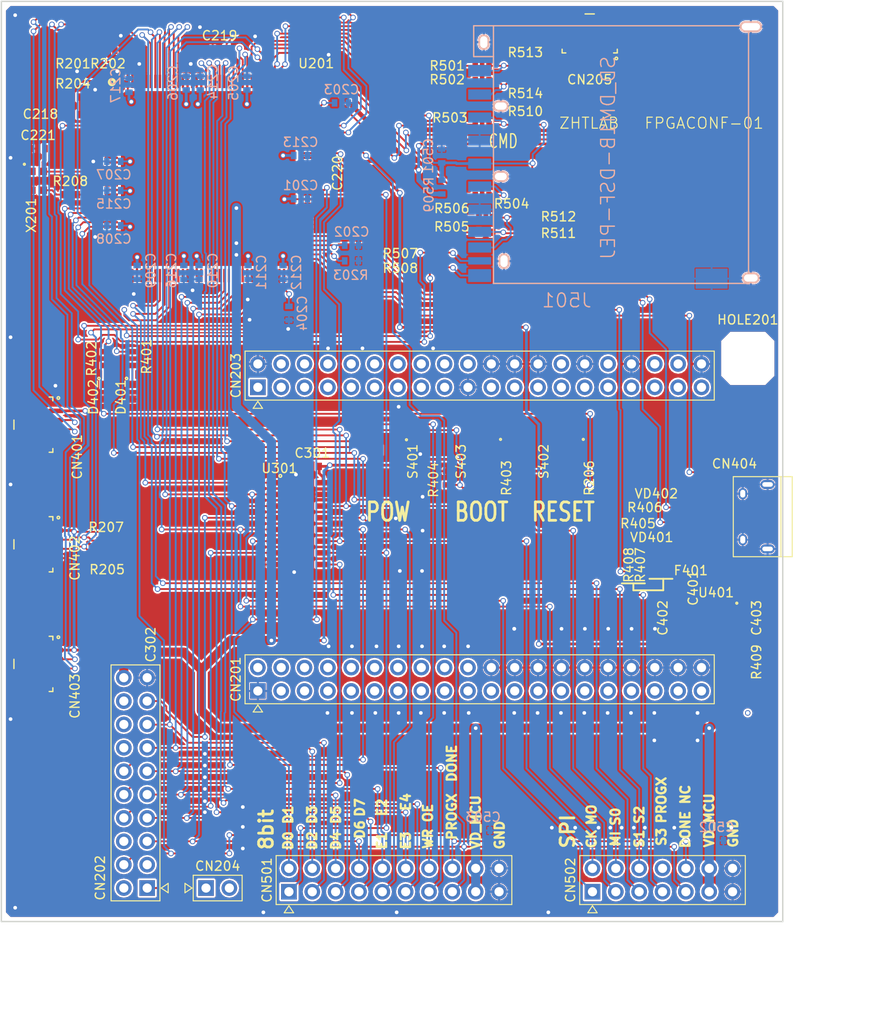
<source format=kicad_pcb>
(kicad_pcb (version 4) (host pcbnew 4.0.7-e2-6376~61~ubuntu18.04.1)
  (layers (0 F.Cu signal) (31 B.Cu signal) (34 B.Paste user) (35 F.Paste user) (36 B.SilkS user hide) (37 F.SilkS user hide) (38 B.Mask user) (39 F.Mask user) (44 Edge.Cuts user))
  (net 0 "")
  (net 1 VD5P00)
  (net 2 ~)
  (net 3 VD_MCU)
  (net 4 "Net-(C202-Pad2)")
  (net 5 "Net-(C203-Pad2)")
  (net 6 "Net-(C204-Pad2)")
  (net 7 "Net-(C218-Pad2)")
  (net 8 MCU_PE10:FMC_D7)
  (net 9 MCU_PE9:FMC_D6)
  (net 10 MCU_PE8:FMC_D5)
  (net 11 MCU_PE7:FMC_D4)
  (net 12 FPGA_CSX)
  (net 13 MCU_PD1:FMC_D3)
  (net 14 MCU_PD0:FMC_D2)
  (net 15 FPGA_CCLK_SCK)
  (net 16 MCU_PA14:SWCLK)
  (net 17 MCU_PA13:SWDIO)
  (net 18 MCU_PA9:UART_TXD)
  (net 19 MCU_PA10:UART_RXD)
  (net 20 MCU_PB10:I2CM_SCL)
  (net 21 MCU_PB11:I2CM_SDA)
  (net 22 MCU_PB6:I2CS_SCL)
  (net 23 MCU_PB9:I2CS_SDA)
  (net 24 "Net-(CN404-Pad1)")
  (net 25 "Net-(CN404-Pad2)")
  (net 26 "Net-(CN404-Pad3)")
  (net 27 MCU_PB13:USB_ID)
  (net 28 MCU_PD14:FMC_D0)
  (net 29 MCU_PD15:FMC_D1)
  (net 30 MCU_PD7:FMC_NE1)
  (net 31 MCU_PG9:FMC_NE2)
  (net 32 MCU_PG10:FMC_NE3)
  (net 33 MCU_PG12:FMC_NE4)
  (net 34 MCU_PD5:FMC_NWE)
  (net 35 MCU_PD4:FMC_NOE)
  (net 36 MCU_PB3:SPI1_SCK)
  (net 37 MCU_PB5:SPI1_MOSI)
  (net 38 MCU_PB4:SPI1_MISO)
  (net 39 MCU_PB7:SPI1_CS0X)
  (net 40 MCU_PB8:SPI1_CS1X)
  (net 41 "Net-(D401-Pad1)")
  (net 42 "Net-(D402-Pad1)")
  (net 43 "Net-(R201-Pad1)")
  (net 44 "Net-(R203-Pad2)")
  (net 45 MCU_RESET_SW_X)
  (net 46 MCU_PC1:LED_RED)
  (net 47 MCU_PC0:LED_BLUE)
  (net 48 "Net-(R403-Pad1)")
  (net 49 MCU_BOOT)
  (net 50 MCU_PB14:USB_DN)
  (net 51 MCU_PB15:USB_DP)
  (net 52 MCU_PC3:USB_VBUS_EN)
  (net 53 MCU_PC10:SDMMC1_D2)
  (net 54 MCU_PC11:SDMMC1_D3)
  (net 55 MCU_PD2:SDMMC1_CMD)
  (net 56 MCU_PC12:SDMMC1_CLK)
  (net 57 MCU_PC8:SDMMC1_D0)
  (net 58 MCU_PC9:SDMMC1_D1)
  (net 59 MCU_PC13:SDMMC1_CDET_X)
  (net 60 MCU_PC2:POWER_SW_X)
  (net 61 "Net-(J501-Pad9)")
  (net 62 "Net-(J501-Pad1)")
  (net 63 "Net-(J501-Pad2)")
  (net 64 "Net-(J501-Pad5)")
  (net 65 "Net-(J501-Pad7)")
  (net 66 "Net-(J501-Pad8)")
  (net 67 "Net-(J501-Pad10)")
  (net 68 "Net-(J501-Pad11)")
  (net 69 MCU_PC4:SPI1_CS2X)
  (net 70 MCU_PC3:SDMMC1_WP_X)
  (net 71 VD3P30_USB)
  (net 72 VD3P30_SD)
  (net 73 MCU_PC7:FPGA_PROGX)
  (net 74 MCU_PB0:FPGA_DONE)
  (net 75 "Net-(R208-Pad2)")
  (net 76 "Net-(R208-Pad1)")
  (net 77 MCU_PC6:SPI1_CS3X)
  (net 78 MCU_PC5:CONF_SEL)
  (net 79 FPGA_D1_MISO)
  (net 80 FPGA_D0_MOSI)
  (module Zhtlab_CN:CN_20x2_D1.0mm_P2.54mm_TH (layer F.Cu) (at 77.9 89.94 90)
    (fp_text reference CN201 (at 1.27 -2.39 90) (layer F.SilkS))
    (fp_text value CN_20x2_D1.0mm_P2.54mm_TH)
    (pad 1 thru_hole rect (at 0 0 90) (size 1.7 1.7) (drill 1) (layers *.Cu *.Mask) (net 2 ~))
    (pad 2 thru_hole oval (at 2.54 0 90) (size 1.7 1.7) (drill 1) (layers *.Cu *.Mask))
    (pad 3 thru_hole oval (at 0 2.54 90) (size 1.7 1.7) (drill 1) (layers *.Cu *.Mask))
    (pad 4 thru_hole oval (at 2.54 2.54 90) (size 1.7 1.7) (drill 1) (layers *.Cu *.Mask))
    (pad 5 thru_hole oval (at 0 5.08 90) (size 1.7 1.7) (drill 1) (layers *.Cu *.Mask))
    (pad 6 thru_hole oval (at 2.54 5.08 90) (size 1.7 1.7) (drill 1) (layers *.Cu *.Mask))
    (pad 7 thru_hole oval (at 0 7.62 90) (size 1.7 1.7) (drill 1) (layers *.Cu *.Mask))
    (pad 8 thru_hole oval (at 2.54 7.62 90) (size 1.7 1.7) (drill 1) (layers *.Cu *.Mask))
    (pad 9 thru_hole oval (at 0 10.16 90) (size 1.7 1.7) (drill 1) (layers *.Cu *.Mask))
    (pad 10 thru_hole oval (at 2.54 10.16 90) (size 1.7 1.7) (drill 1) (layers *.Cu *.Mask))
    (pad 11 thru_hole oval (at 0 12.7 90) (size 1.7 1.7) (drill 1) (layers *.Cu *.Mask))
    (pad 12 thru_hole oval (at 2.54 12.7 90) (size 1.7 1.7) (drill 1) (layers *.Cu *.Mask))
    (pad 13 thru_hole oval (at 0 15.24 90) (size 1.7 1.7) (drill 1) (layers *.Cu *.Mask))
    (pad 14 thru_hole oval (at 2.54 15.24 90) (size 1.7 1.7) (drill 1) (layers *.Cu *.Mask))
    (pad 15 thru_hole oval (at 0 17.78 90) (size 1.7 1.7) (drill 1) (layers *.Cu *.Mask))
    (pad 16 thru_hole oval (at 2.54 17.78 90) (size 1.7 1.7) (drill 1) (layers *.Cu *.Mask))
    (pad 17 thru_hole oval (at 0 20.32 90) (size 1.7 1.7) (drill 1) (layers *.Cu *.Mask))
    (pad 18 thru_hole oval (at 2.54 20.32 90) (size 1.7 1.7) (drill 1) (layers *.Cu *.Mask))
    (pad 19 thru_hole oval (at 0 22.86 90) (size 1.7 1.7) (drill 1) (layers *.Cu *.Mask))
    (pad 20 thru_hole oval (at 2.54 22.86 90) (size 1.7 1.7) (drill 1) (layers *.Cu *.Mask))
    (pad 21 thru_hole oval (at 0 25.4 90) (size 1.7 1.7) (drill 1) (layers *.Cu *.Mask))
    (pad 22 thru_hole oval (at 2.54 25.4 90) (size 1.7 1.7) (drill 1) (layers *.Cu *.Mask) (net 2 ~))
    (pad 23 thru_hole oval (at 0 27.94 90) (size 1.7 1.7) (drill 1) (layers *.Cu *.Mask))
    (pad 24 thru_hole oval (at 2.54 27.94 90) (size 1.7 1.7) (drill 1) (layers *.Cu *.Mask) (net 2 ~))
    (pad 25 thru_hole oval (at 0 30.48 90) (size 1.7 1.7) (drill 1) (layers *.Cu *.Mask))
    (pad 26 thru_hole oval (at 2.54 30.48 90) (size 1.7 1.7) (drill 1) (layers *.Cu *.Mask) (net 2 ~))
    (pad 27 thru_hole oval (at 0 33.02 90) (size 1.7 1.7) (drill 1) (layers *.Cu *.Mask))
    (pad 28 thru_hole oval (at 2.54 33.02 90) (size 1.7 1.7) (drill 1) (layers *.Cu *.Mask) (net 2 ~))
    (pad 29 thru_hole oval (at 0 35.56 90) (size 1.7 1.7) (drill 1) (layers *.Cu *.Mask))
    (pad 30 thru_hole oval (at 2.54 35.56 90) (size 1.7 1.7) (drill 1) (layers *.Cu *.Mask) (net 2 ~))
    (pad 31 thru_hole oval (at 0 38.1 90) (size 1.7 1.7) (drill 1) (layers *.Cu *.Mask))
    (pad 32 thru_hole oval (at 2.54 38.1 90) (size 1.7 1.7) (drill 1) (layers *.Cu *.Mask) (net 2 ~))
    (pad 33 thru_hole oval (at 0 40.64 90) (size 1.7 1.7) (drill 1) (layers *.Cu *.Mask))
    (pad 34 thru_hole oval (at 2.54 40.64 90) (size 1.7 1.7) (drill 1) (layers *.Cu *.Mask) (net 2 ~))
    (pad 35 thru_hole oval (at 0 43.18 90) (size 1.7 1.7) (drill 1) (layers *.Cu *.Mask))
    (pad 36 thru_hole oval (at 2.54 43.18 90) (size 1.7 1.7) (drill 1) (layers *.Cu *.Mask) (net 2 ~))
    (pad 37 thru_hole oval (at 0 45.72 90) (size 1.7 1.7) (drill 1) (layers *.Cu *.Mask))
    (pad 38 thru_hole oval (at 2.54 45.72 90) (size 1.7 1.7) (drill 1) (layers *.Cu *.Mask) (net 2 ~))
    (pad 39 thru_hole oval (at 0 48.26 90) (size 1.7 1.7) (drill 1) (layers *.Cu *.Mask))
    (pad 40 thru_hole oval (at 2.54 48.26 90) (size 1.7 1.7) (drill 1) (layers *.Cu *.Mask) (net 2 ~))
  )
  (module Zhtlab_CN:CN_20x2_D1.0mm_P2.54mm_TH (layer F.Cu) (at 77.9 56.94 90)
    (fp_text reference CN203 (at 1.27 -2.39 90) (layer F.SilkS))
    (fp_text value CN_20x2_D1.0mm_P2.54mm_TH)
    (pad 1 thru_hole rect (at 0 0 90) (size 1.7 1.7) (drill 1) (layers *.Cu *.Mask))
    (pad 2 thru_hole oval (at 2.54 0 90) (size 1.7 1.7) (drill 1) (layers *.Cu *.Mask) (net 2 ~))
    (pad 3 thru_hole oval (at 0 2.54 90) (size 1.7 1.7) (drill 1) (layers *.Cu *.Mask))
    (pad 4 thru_hole oval (at 2.54 2.54 90) (size 1.7 1.7) (drill 1) (layers *.Cu *.Mask))
    (pad 5 thru_hole oval (at 0 5.08 90) (size 1.7 1.7) (drill 1) (layers *.Cu *.Mask))
    (pad 6 thru_hole oval (at 2.54 5.08 90) (size 1.7 1.7) (drill 1) (layers *.Cu *.Mask))
    (pad 7 thru_hole oval (at 0 7.62 90) (size 1.7 1.7) (drill 1) (layers *.Cu *.Mask))
    (pad 8 thru_hole oval (at 2.54 7.62 90) (size 1.7 1.7) (drill 1) (layers *.Cu *.Mask))
    (pad 9 thru_hole oval (at 0 10.16 90) (size 1.7 1.7) (drill 1) (layers *.Cu *.Mask))
    (pad 10 thru_hole oval (at 2.54 10.16 90) (size 1.7 1.7) (drill 1) (layers *.Cu *.Mask))
    (pad 11 thru_hole oval (at 0 12.7 90) (size 1.7 1.7) (drill 1) (layers *.Cu *.Mask))
    (pad 12 thru_hole oval (at 2.54 12.7 90) (size 1.7 1.7) (drill 1) (layers *.Cu *.Mask))
    (pad 13 thru_hole oval (at 0 15.24 90) (size 1.7 1.7) (drill 1) (layers *.Cu *.Mask))
    (pad 14 thru_hole oval (at 2.54 15.24 90) (size 1.7 1.7) (drill 1) (layers *.Cu *.Mask))
    (pad 15 thru_hole oval (at 0 17.78 90) (size 1.7 1.7) (drill 1) (layers *.Cu *.Mask))
    (pad 16 thru_hole oval (at 2.54 17.78 90) (size 1.7 1.7) (drill 1) (layers *.Cu *.Mask))
    (pad 17 thru_hole oval (at 0 20.32 90) (size 1.7 1.7) (drill 1) (layers *.Cu *.Mask))
    (pad 18 thru_hole oval (at 2.54 20.32 90) (size 1.7 1.7) (drill 1) (layers *.Cu *.Mask))
    (pad 19 thru_hole oval (at 0 22.86 90) (size 1.7 1.7) (drill 1) (layers *.Cu *.Mask) (net 2 ~))
    (pad 20 thru_hole oval (at 2.54 22.86 90) (size 1.7 1.7) (drill 1) (layers *.Cu *.Mask))
    (pad 21 thru_hole oval (at 0 25.4 90) (size 1.7 1.7) (drill 1) (layers *.Cu *.Mask))
    (pad 22 thru_hole oval (at 2.54 25.4 90) (size 1.7 1.7) (drill 1) (layers *.Cu *.Mask) (net 2 ~))
    (pad 23 thru_hole oval (at 0 27.94 90) (size 1.7 1.7) (drill 1) (layers *.Cu *.Mask))
    (pad 24 thru_hole oval (at 2.54 27.94 90) (size 1.7 1.7) (drill 1) (layers *.Cu *.Mask) (net 2 ~))
    (pad 25 thru_hole oval (at 0 30.48 90) (size 1.7 1.7) (drill 1) (layers *.Cu *.Mask))
    (pad 26 thru_hole oval (at 2.54 30.48 90) (size 1.7 1.7) (drill 1) (layers *.Cu *.Mask) (net 2 ~))
    (pad 27 thru_hole oval (at 0 33.02 90) (size 1.7 1.7) (drill 1) (layers *.Cu *.Mask))
    (pad 28 thru_hole oval (at 2.54 33.02 90) (size 1.7 1.7) (drill 1) (layers *.Cu *.Mask))
    (pad 29 thru_hole oval (at 0 35.56 90) (size 1.7 1.7) (drill 1) (layers *.Cu *.Mask))
    (pad 30 thru_hole oval (at 2.54 35.56 90) (size 1.7 1.7) (drill 1) (layers *.Cu *.Mask) (net 2 ~))
    (pad 31 thru_hole oval (at 0 38.1 90) (size 1.7 1.7) (drill 1) (layers *.Cu *.Mask))
    (pad 32 thru_hole oval (at 2.54 38.1 90) (size 1.7 1.7) (drill 1) (layers *.Cu *.Mask))
    (pad 33 thru_hole oval (at 0 40.64 90) (size 1.7 1.7) (drill 1) (layers *.Cu *.Mask))
    (pad 34 thru_hole oval (at 2.54 40.64 90) (size 1.7 1.7) (drill 1) (layers *.Cu *.Mask) (net 2 ~))
    (pad 35 thru_hole oval (at 0 43.18 90) (size 1.7 1.7) (drill 1) (layers *.Cu *.Mask))
    (pad 36 thru_hole oval (at 2.54 43.18 90) (size 1.7 1.7) (drill 1) (layers *.Cu *.Mask))
    (pad 37 thru_hole oval (at 0 45.72 90) (size 1.7 1.7) (drill 1) (layers *.Cu *.Mask))
    (pad 38 thru_hole oval (at 2.54 45.72 90) (size 1.7 1.7) (drill 1) (layers *.Cu *.Mask))
    (pad 39 thru_hole oval (at 0 48.26 90) (size 1.7 1.7) (drill 1) (layers *.Cu *.Mask))
    (pad 40 thru_hole oval (at 2.54 48.26 90) (size 1.7 1.7) (drill 1) (layers *.Cu *.Mask) (net 2 ~))
  )
  (module Zhtlab_CN:CN_10x2_D1.0mm_P2.54mm_TH (layer F.Cu) (at 65.86 111.36 180)
    (fp_text reference CN202 (at 5.11 1.11 270) (layer F.SilkS))
    (fp_text value CN_10x2_D1.0mm_P2.54mm_TH)
    (pad 1 thru_hole rect (at 0 0 180) (size 1.7 1.7) (drill 1) (layers *.Cu *.Mask) (net 73 MCU_PC7:FPGA_PROGX))
    (pad 2 thru_hole oval (at 2.54 0 180) (size 1.7 1.7) (drill 1) (layers *.Cu *.Mask))
    (pad 3 thru_hole oval (at 0 2.54 180) (size 1.7 1.7) (drill 1) (layers *.Cu *.Mask))
    (pad 4 thru_hole oval (at 2.54 2.54 180) (size 1.7 1.7) (drill 1) (layers *.Cu *.Mask) (net 74 MCU_PB0:FPGA_DONE))
    (pad 5 thru_hole oval (at 0 5.08 180) (size 1.7 1.7) (drill 1) (layers *.Cu *.Mask) (net 8 MCU_PE10:FMC_D7))
    (pad 6 thru_hole oval (at 2.54 5.08 180) (size 1.7 1.7) (drill 1) (layers *.Cu *.Mask))
    (pad 7 thru_hole oval (at 0 7.62 180) (size 1.7 1.7) (drill 1) (layers *.Cu *.Mask) (net 9 MCU_PE9:FMC_D6))
    (pad 8 thru_hole oval (at 2.54 7.62 180) (size 1.7 1.7) (drill 1) (layers *.Cu *.Mask) (net 79 FPGA_D1_MISO))
    (pad 9 thru_hole oval (at 0 10.16 180) (size 1.7 1.7) (drill 1) (layers *.Cu *.Mask) (net 10 MCU_PE8:FMC_D5))
    (pad 10 thru_hole oval (at 2.54 10.16 180) (size 1.7 1.7) (drill 1) (layers *.Cu *.Mask) (net 80 FPGA_D0_MOSI))
    (pad 11 thru_hole oval (at 0 12.7 180) (size 1.7 1.7) (drill 1) (layers *.Cu *.Mask) (net 11 MCU_PE7:FMC_D4))
    (pad 12 thru_hole oval (at 2.54 12.7 180) (size 1.7 1.7) (drill 1) (layers *.Cu *.Mask) (net 12 FPGA_CSX))
    (pad 13 thru_hole oval (at 0 15.24 180) (size 1.7 1.7) (drill 1) (layers *.Cu *.Mask) (net 13 MCU_PD1:FMC_D3))
    (pad 14 thru_hole oval (at 2.54 15.24 180) (size 1.7 1.7) (drill 1) (layers *.Cu *.Mask))
    (pad 15 thru_hole oval (at 0 17.78 180) (size 1.7 1.7) (drill 1) (layers *.Cu *.Mask) (net 14 MCU_PD0:FMC_D2))
    (pad 16 thru_hole oval (at 2.54 17.78 180) (size 1.7 1.7) (drill 1) (layers *.Cu *.Mask))
    (pad 17 thru_hole oval (at 0 20.32 180) (size 1.7 1.7) (drill 1) (layers *.Cu *.Mask) (net 15 FPGA_CCLK_SCK))
    (pad 18 thru_hole oval (at 2.54 20.32 180) (size 1.7 1.7) (drill 1) (layers *.Cu *.Mask))
    (pad 19 thru_hole oval (at 0 22.86 180) (size 1.7 1.7) (drill 1) (layers *.Cu *.Mask) (net 2 ~))
    (pad 20 thru_hole oval (at 2.54 22.86 180) (size 1.7 1.7) (drill 1) (layers *.Cu *.Mask) (net 3 VD_MCU))
  )
  (module Zhtlab_CN:CN_01x2_D1.0mm_P2.54mm_TH (layer F.Cu) (at 72.26 111.36)
    (fp_text reference CN204 (at 1.27 -2.39) (layer F.SilkS))
    (fp_text value CN_02x1_D1.0mm_P2.54mm_TH)
    (pad 1 thru_hole rect (at 0 0) (size 1.7 1.7) (drill 1) (layers *.Cu *.Mask))
    (pad 2 thru_hole oval (at 2.54 0) (size 1.7 1.7) (drill 1) (layers *.Cu *.Mask))
  )
  (module Zhtlab_Holes:Hole_01x1_D3.4mm_P0.00mm_NTH (layer F.Cu) (at 131.2 53.8)
    (fp_text reference HOLE201 (at 0 -4.2) (layer F.SilkS))
    (fp_text value HOLE_01x1_D3.4mm_P0.00mm_NTH)
    (pad "" np_thru_hole circle (at 0 0) (size 3.4 3.4) (drill 3.4) (layers *.Cu *.Mask))
  )
  (module zhtlab_SMD_standard:RCL_1608m (layer B.Cu) (at 82.55 36.449 180)
    (fp_text reference C201 (at 0 1.45 180) (layer B.SilkS) (effects (justify mirror)))
    (fp_text value 0.1u)
    (pad 1 smd rect (at -0.75 0 180) (size 0.6 0.8) (layers B.Cu B.Paste B.Mask) (net 2 ~))
    (pad 2 smd rect (at 0.75 0 180) (size 0.6 0.8) (layers B.Cu B.Paste B.Mask) (net 3 VD_MCU))
  )
  (module zhtlab_SMD_standard:RCL_1608m (layer B.Cu) (at 88.1 41.5 180)
    (fp_text reference C202 (at 0 1.45 180) (layer B.SilkS) (effects (justify mirror)))
    (fp_text value 2.2u)
    (pad 1 smd rect (at -0.75 0 180) (size 0.6 0.8) (layers B.Cu B.Paste B.Mask) (net 2 ~))
    (pad 2 smd rect (at 0.75 0 180) (size 0.6 0.8) (layers B.Cu B.Paste B.Mask) (net 4 "Net-(C202-Pad2)"))
  )
  (module zhtlab_SMD_standard:RCL_1608m (layer B.Cu) (at 86.995 26.035 180)
    (fp_text reference C203 (at 0 1.45 180) (layer B.SilkS) (effects (justify mirror)))
    (fp_text value 2.2u)
    (pad 1 smd rect (at -0.75 0 180) (size 0.6 0.8) (layers B.Cu B.Paste B.Mask) (net 2 ~))
    (pad 2 smd rect (at 0.75 0 180) (size 0.6 0.8) (layers B.Cu B.Paste B.Mask) (net 5 "Net-(C203-Pad2)"))
  )
  (module zhtlab_SMD_standard:RCL_1608m (layer B.Cu) (at 81.28 48.895 90)
    (fp_text reference C204 (at 0 1.45 90) (layer B.SilkS) (effects (justify mirror)))
    (fp_text value 2.2u)
    (pad 1 smd rect (at -0.75 0 90) (size 0.6 0.8) (layers B.Cu B.Paste B.Mask) (net 2 ~))
    (pad 2 smd rect (at 0.75 0 90) (size 0.6 0.8) (layers B.Cu B.Paste B.Mask) (net 6 "Net-(C204-Pad2)"))
  )
  (module zhtlab_SMD_standard:RCL_1608m (layer B.Cu) (at 76.708 23.876 270)
    (fp_text reference C205 (at 0 1.45 270) (layer B.SilkS) (effects (justify mirror)))
    (fp_text value 0.1u)
    (pad 1 smd rect (at -0.75 0 270) (size 0.6 0.8) (layers B.Cu B.Paste B.Mask) (net 2 ~))
    (pad 2 smd rect (at 0.75 0 270) (size 0.6 0.8) (layers B.Cu B.Paste B.Mask) (net 3 VD_MCU))
  )
  (module zhtlab_SMD_standard:RCL_1608m (layer B.Cu) (at 70.104 23.876 270)
    (fp_text reference C206 (at 0 1.45 270) (layer B.SilkS) (effects (justify mirror)))
    (fp_text value 0.1u)
    (pad 1 smd rect (at -0.75 0 270) (size 0.6 0.8) (layers B.Cu B.Paste B.Mask) (net 2 ~))
    (pad 2 smd rect (at 0.75 0 270) (size 0.6 0.8) (layers B.Cu B.Paste B.Mask) (net 3 VD_MCU))
  )
  (module zhtlab_SMD_standard:RCL_1608m (layer B.Cu) (at 62.23 32.385)
    (fp_text reference C207 (at 0 1.45) (layer B.SilkS) (effects (justify mirror)))
    (fp_text value 0.1u)
    (pad 1 smd rect (at -0.75 0) (size 0.6 0.8) (layers B.Cu B.Paste B.Mask) (net 2 ~))
    (pad 2 smd rect (at 0.75 0) (size 0.6 0.8) (layers B.Cu B.Paste B.Mask) (net 3 VD_MCU))
  )
  (module zhtlab_SMD_standard:RCL_1608m (layer B.Cu) (at 62.23 39.37)
    (fp_text reference C208 (at 0 1.45) (layer B.SilkS) (effects (justify mirror)))
    (fp_text value 0.1u)
    (pad 1 smd rect (at -0.75 0) (size 0.6 0.8) (layers B.Cu B.Paste B.Mask) (net 2 ~))
    (pad 2 smd rect (at 0.75 0) (size 0.6 0.8) (layers B.Cu B.Paste B.Mask) (net 3 VD_MCU))
  )
  (module zhtlab_SMD_standard:RCL_1608m (layer B.Cu) (at 64.77 44.45 90)
    (fp_text reference C209 (at 0.2 1.48 90) (layer B.SilkS) (effects (justify mirror)))
    (fp_text value 0.1u)
    (pad 1 smd rect (at -0.75 0 90) (size 0.6 0.8) (layers B.Cu B.Paste B.Mask) (net 2 ~))
    (pad 2 smd rect (at 0.75 0 90) (size 0.6 0.8) (layers B.Cu B.Paste B.Mask) (net 3 VD_MCU))
  )
  (module zhtlab_SMD_standard:RCL_1608m (layer B.Cu) (at 71.501 44.45 90)
    (fp_text reference C210 (at 0.2 1.499 90) (layer B.SilkS) (effects (justify mirror)))
    (fp_text value 0.1u)
    (pad 1 smd rect (at -0.75 0 90) (size 0.6 0.8) (layers B.Cu B.Paste B.Mask) (net 2 ~))
    (pad 2 smd rect (at 0.75 0 90) (size 0.6 0.8) (layers B.Cu B.Paste B.Mask) (net 3 VD_MCU))
  )
  (module zhtlab_SMD_standard:RCL_1608m (layer B.Cu) (at 76.835 44.45 90)
    (fp_text reference C211 (at 0 1.45 90) (layer B.SilkS) (effects (justify mirror)))
    (fp_text value 0.1u)
    (pad 1 smd rect (at -0.75 0 90) (size 0.6 0.8) (layers B.Cu B.Paste B.Mask) (net 2 ~))
    (pad 2 smd rect (at 0.75 0 90) (size 0.6 0.8) (layers B.Cu B.Paste B.Mask) (net 3 VD_MCU))
  )
  (module zhtlab_SMD_standard:RCL_1608m (layer B.Cu) (at 80.645 44.45 90)
    (fp_text reference C212 (at 0 1.45 90) (layer B.SilkS) (effects (justify mirror)))
    (fp_text value 0.1u)
    (pad 1 smd rect (at -0.75 0 90) (size 0.6 0.8) (layers B.Cu B.Paste B.Mask) (net 2 ~))
    (pad 2 smd rect (at 0.75 0 90) (size 0.6 0.8) (layers B.Cu B.Paste B.Mask) (net 3 VD_MCU))
  )
  (module zhtlab_SMD_standard:RCL_1608m (layer B.Cu) (at 82.55 31.75 180)
    (fp_text reference C213 (at 0 1.45 180) (layer B.SilkS) (effects (justify mirror)))
    (fp_text value 10u)
    (pad 1 smd rect (at -0.75 0 180) (size 0.6 0.8) (layers B.Cu B.Paste B.Mask) (net 2 ~))
    (pad 2 smd rect (at 0.75 0 180) (size 0.6 0.8) (layers B.Cu B.Paste B.Mask) (net 3 VD_MCU))
  )
  (module zhtlab_SMD_standard:RCL_1608m (layer B.Cu) (at 71.628 23.876 270)
    (fp_text reference C214 (at -0.126 -1.372 270) (layer B.SilkS) (effects (justify mirror)))
    (fp_text value 10u)
    (pad 1 smd rect (at -0.75 0 270) (size 0.6 0.8) (layers B.Cu B.Paste B.Mask) (net 2 ~))
    (pad 2 smd rect (at 0.75 0 270) (size 0.6 0.8) (layers B.Cu B.Paste B.Mask) (net 3 VD_MCU))
  )
  (module zhtlab_SMD_standard:RCL_1608m (layer B.Cu) (at 62.23 35.56)
    (fp_text reference C215 (at 0 1.45) (layer B.SilkS) (effects (justify mirror)))
    (fp_text value 10u)
    (pad 1 smd rect (at -0.75 0) (size 0.6 0.8) (layers B.Cu B.Paste B.Mask) (net 2 ~))
    (pad 2 smd rect (at 0.75 0) (size 0.6 0.8) (layers B.Cu B.Paste B.Mask) (net 3 VD_MCU))
  )
  (module zhtlab_SMD_standard:RCL_1608m (layer B.Cu) (at 69.85 44.45 90)
    (fp_text reference C216 (at 0.2 -1.35 90) (layer B.SilkS) (effects (justify mirror)))
    (fp_text value 10u)
    (pad 1 smd rect (at -0.75 0 90) (size 0.6 0.8) (layers B.Cu B.Paste B.Mask) (net 2 ~))
    (pad 2 smd rect (at 0.75 0 90) (size 0.6 0.8) (layers B.Cu B.Paste B.Mask) (net 3 VD_MCU))
  )
  (module zhtlab_SMD_standard:RCL_1608m (layer B.Cu) (at 63.881 24.13 270)
    (fp_text reference C217 (at 0 1.45 270) (layer B.SilkS) (effects (justify mirror)))
    (fp_text value 0.1u)
    (pad 1 smd rect (at -0.75 0 270) (size 0.6 0.8) (layers B.Cu B.Paste B.Mask) (net 2 ~))
    (pad 2 smd rect (at 0.75 0 270) (size 0.6 0.8) (layers B.Cu B.Paste B.Mask) (net 3 VD_MCU))
  )
  (module zhtlab_SMD_standard:RCL_1608m (layer F.Cu) (at 57.785 27.305)
    (fp_text reference C218 (at -3.535 -0.055) (layer F.SilkS))
    (fp_text value 0.1u)
    (pad 1 smd rect (at -0.75 0) (size 0.6 0.8) (layers F.Cu F.Paste F.Mask) (net 2 ~))
    (pad 2 smd rect (at 0.75 0) (size 0.6 0.8) (layers F.Cu F.Paste F.Mask) (net 7 "Net-(C218-Pad2)"))
  )
  (module zhtlab_SMD_standard:RCL_1608m (layer B.Cu) (at 97.9 31.8 270)
    (fp_text reference C501 (at 0 1.45 270) (layer B.SilkS) (effects (justify mirror)))
    (fp_text value 2.2u)
    (pad 1 smd rect (at -0.75 0 270) (size 0.6 0.8) (layers B.Cu B.Paste B.Mask) (net 2 ~))
    (pad 2 smd rect (at 0.75 0 270) (size 0.6 0.8) (layers B.Cu B.Paste B.Mask) (net 72 VD3P30_SD))
  )
  (module zhtlab_SMD_standard:RCL_1608m (layer B.Cu) (at 127.8 106.2 180)
    (fp_text reference C502 (at 0 1.45 180) (layer B.SilkS) (effects (justify mirror)))
    (fp_text value 2.2u)
    (pad 1 smd rect (at -0.75 0 180) (size 0.6 0.8) (layers B.Cu B.Paste B.Mask) (net 2 ~))
    (pad 2 smd rect (at 0.75 0 180) (size 0.6 0.8) (layers B.Cu B.Paste B.Mask) (net 3 VD_MCU))
  )
  (module zhtlab_SMD_standard:RCL_1608m (layer B.Cu) (at 102.4 105.1 180)
    (fp_text reference C503 (at 0 1.45 180) (layer B.SilkS) (effects (justify mirror)))
    (fp_text value 2.2u)
    (pad 1 smd rect (at -0.75 0 180) (size 0.6 0.8) (layers B.Cu B.Paste B.Mask) (net 2 ~))
    (pad 2 smd rect (at 0.75 0 180) (size 0.6 0.8) (layers B.Cu B.Paste B.Mask) (net 3 VD_MCU))
  )
  (module zhtlab_Connector:JST_SH_SM04B-SRSS-TB_04x1.00mm_Angled (layer F.Cu) (at 114 19 180)
    (fp_text reference CN205 (at 0 -4.5 360) (layer F.SilkS))
    (fp_text value JST_SM04B-SRSS-TB)
    (pad 1 smd rect (at -1.5 -1.9375 180) (size 0.5 1.55) (layers F.Cu F.Paste F.Mask) (net 3 VD_MCU))
    (pad 2 smd rect (at -0.5 -1.9375 180) (size 0.5 1.55) (layers F.Cu F.Paste F.Mask) (net 16 MCU_PA14:SWCLK))
    (pad 3 smd rect (at 0.5 -1.9375 180) (size 0.5 1.55) (layers F.Cu F.Paste F.Mask) (net 17 MCU_PA13:SWDIO))
    (pad 4 smd rect (at 1.5 -1.9375 180) (size 0.5 1.55) (layers F.Cu F.Paste F.Mask) (net 2 ~))
    (pad 5 smd rect (at -2.8 1.9375 180) (size 1.2 1.8) (layers F.Cu F.Paste F.Mask) (net 2 ~))
    (pad 6 smd rect (at 2.8 1.9375 180) (size 1.2 1.8) (layers F.Cu F.Paste F.Mask) (net 2 ~))
  )
  (module zhtlab_Connector:JST_SH_SM04B-SRSS-TB_04x1.00mm_Angled (layer F.Cu) (at 54 61 270)
    (fp_text reference CN401 (at 3.5 -4.25 270) (layer F.SilkS))
    (fp_text value JST_SM04B-SRSS-TB)
    (pad 1 smd rect (at -1.5 -1.9375 270) (size 0.5 1.55) (layers F.Cu F.Paste F.Mask) (net 3 VD_MCU))
    (pad 2 smd rect (at -0.5 -1.9375 270) (size 0.5 1.55) (layers F.Cu F.Paste F.Mask) (net 18 MCU_PA9:UART_TXD))
    (pad 3 smd rect (at 0.5 -1.9375 270) (size 0.5 1.55) (layers F.Cu F.Paste F.Mask) (net 19 MCU_PA10:UART_RXD))
    (pad 4 smd rect (at 1.5 -1.9375 270) (size 0.5 1.55) (layers F.Cu F.Paste F.Mask) (net 2 ~))
    (pad 5 smd rect (at -2.8 1.9375 270) (size 1.2 1.8) (layers F.Cu F.Paste F.Mask) (net 2 ~))
    (pad 6 smd rect (at 2.8 1.9375 270) (size 1.2 1.8) (layers F.Cu F.Paste F.Mask) (net 2 ~))
  )
  (module zhtlab_Connector:JST_SH_SM04B-SRSS-TB_04x1.00mm_Angled (layer F.Cu) (at 54 74 270)
    (fp_text reference CN402 (at 1.5 -4 270) (layer F.SilkS))
    (fp_text value JST_SM04B-SRSS-TB)
    (pad 1 smd rect (at -1.5 -1.9375 270) (size 0.5 1.55) (layers F.Cu F.Paste F.Mask) (net 3 VD_MCU))
    (pad 2 smd rect (at -0.5 -1.9375 270) (size 0.5 1.55) (layers F.Cu F.Paste F.Mask) (net 20 MCU_PB10:I2CM_SCL))
    (pad 3 smd rect (at 0.5 -1.9375 270) (size 0.5 1.55) (layers F.Cu F.Paste F.Mask) (net 21 MCU_PB11:I2CM_SDA))
    (pad 4 smd rect (at 1.5 -1.9375 270) (size 0.5 1.55) (layers F.Cu F.Paste F.Mask) (net 2 ~))
    (pad 5 smd rect (at -2.8 1.9375 270) (size 1.2 1.8) (layers F.Cu F.Paste F.Mask) (net 2 ~))
    (pad 6 smd rect (at 2.8 1.9375 270) (size 1.2 1.8) (layers F.Cu F.Paste F.Mask) (net 2 ~))
  )
  (module zhtlab_Connector:JST_SH_SM04B-SRSS-TB_04x1.00mm_Angled (layer F.Cu) (at 54 87 270)
    (fp_text reference CN403 (at 3.5 -4 270) (layer F.SilkS))
    (fp_text value JST_SM04B-SRSS-TB)
    (pad 1 smd rect (at -1.5 -1.9375 270) (size 0.5 1.55) (layers F.Cu F.Paste F.Mask) (net 3 VD_MCU))
    (pad 2 smd rect (at -0.5 -1.9375 270) (size 0.5 1.55) (layers F.Cu F.Paste F.Mask) (net 22 MCU_PB6:I2CS_SCL))
    (pad 3 smd rect (at 0.5 -1.9375 270) (size 0.5 1.55) (layers F.Cu F.Paste F.Mask) (net 23 MCU_PB9:I2CS_SDA))
    (pad 4 smd rect (at 1.5 -1.9375 270) (size 0.5 1.55) (layers F.Cu F.Paste F.Mask) (net 2 ~))
    (pad 5 smd rect (at -2.8 1.9375 270) (size 1.2 1.8) (layers F.Cu F.Paste F.Mask) (net 2 ~))
    (pad 6 smd rect (at 2.8 1.9375 270) (size 1.2 1.8) (layers F.Cu F.Paste F.Mask) (net 2 ~))
  )
  (module zhtlab_CN:USB-uB_ZX62D-B-5PA8-30 (layer F.Cu) (at 132 71 90)
    (fp_text reference CN404 (at 5.75 -2.25 180) (layer F.SilkS))
    (fp_text value "ZX62D-B-5PA8(30)")
    (pad 1 smd rect (at -1.3 -1.35 180) (size 1.35 0.4) (layers F.Cu F.Paste F.Mask) (net 24 "Net-(CN404-Pad1)"))
    (pad 2 smd rect (at -0.65 -1.35 180) (size 1.35 0.4) (layers F.Cu F.Paste F.Mask) (net 25 "Net-(CN404-Pad2)"))
    (pad 3 smd rect (at 0 -1.35 180) (size 1.35 0.4) (layers F.Cu F.Paste F.Mask) (net 26 "Net-(CN404-Pad3)"))
    (pad 4 smd rect (at 0.65 -1.35 180) (size 1.35 0.4) (layers F.Cu F.Paste F.Mask) (net 27 MCU_PB13:USB_ID))
    (pad 5 smd rect (at 1.3 -1.35 180) (size 1.35 0.4) (layers F.Cu F.Paste F.Mask) (net 2 ~))
    (pad 7 thru_hole oval (at -2.5 -1.35 180) (size 0.95 1.25) (drill oval 0.55 0.85) (layers *.Cu *.Mask) (net 2 ~))
    (pad 8 thru_hole oval (at 2.5 -1.35 180) (size 0.95 1.25) (drill oval 0.55 0.85) (layers *.Cu *.Mask) (net 2 ~))
    (pad 6 thru_hole oval (at -3.5 1.35 180) (size 1.55 1) (drill oval 1.15 0.5) (layers *.Cu *.Mask) (net 2 ~))
    (pad 9 thru_hole oval (at 3.5 1.35 180) (size 1.55 1) (drill oval 1.15 0.5) (layers *.Cu *.Mask) (net 2 ~))
  )
  (module zhtlab_CN:CN_10x2_D1.0mm_P2.54mm_TH (layer F.Cu) (at 81.28 111.76 90)
    (fp_text reference CN501 (at 1.27 -2.39 90) (layer F.SilkS))
    (fp_text value CN_10x2_D1.0mm_P2.54mm_TH)
    (pad 18 thru_hole oval (at 2.54 20.32 90) (size 1.7 1.7) (drill 1) (layers *.Cu *.Mask) (net 3 VD_MCU))
    (pad 17 thru_hole oval (at 0 20.32 90) (size 1.7 1.7) (drill 1) (layers *.Cu *.Mask) (net 3 VD_MCU))
    (pad 19 thru_hole oval (at 0 22.86 90) (size 1.7 1.7) (drill 1) (layers *.Cu *.Mask) (net 2 ~))
    (pad 20 thru_hole oval (at 2.54 22.86 90) (size 1.7 1.7) (drill 1) (layers *.Cu *.Mask) (net 2 ~))
    (pad 16 thru_hole oval (at 2.54 17.78 90) (size 1.7 1.7) (drill 1) (layers *.Cu *.Mask) (net 74 MCU_PB0:FPGA_DONE))
    (pad 15 thru_hole oval (at 0 17.78 90) (size 1.7 1.7) (drill 1) (layers *.Cu *.Mask) (net 73 MCU_PC7:FPGA_PROGX))
    (pad 1 thru_hole rect (at 0 0 90) (size 1.7 1.7) (drill 1) (layers *.Cu *.Mask) (net 28 MCU_PD14:FMC_D0))
    (pad 2 thru_hole oval (at 2.54 0 90) (size 1.7 1.7) (drill 1) (layers *.Cu *.Mask) (net 29 MCU_PD15:FMC_D1))
    (pad 3 thru_hole oval (at 0 2.54 90) (size 1.7 1.7) (drill 1) (layers *.Cu *.Mask) (net 14 MCU_PD0:FMC_D2))
    (pad 4 thru_hole oval (at 2.54 2.54 90) (size 1.7 1.7) (drill 1) (layers *.Cu *.Mask) (net 13 MCU_PD1:FMC_D3))
    (pad 5 thru_hole oval (at 0 5.08 90) (size 1.7 1.7) (drill 1) (layers *.Cu *.Mask) (net 11 MCU_PE7:FMC_D4))
    (pad 6 thru_hole oval (at 2.54 5.08 90) (size 1.7 1.7) (drill 1) (layers *.Cu *.Mask) (net 10 MCU_PE8:FMC_D5))
    (pad 7 thru_hole oval (at 0 7.62 90) (size 1.7 1.7) (drill 1) (layers *.Cu *.Mask) (net 9 MCU_PE9:FMC_D6))
    (pad 8 thru_hole oval (at 2.54 7.62 90) (size 1.7 1.7) (drill 1) (layers *.Cu *.Mask) (net 8 MCU_PE10:FMC_D7))
    (pad 9 thru_hole oval (at 0 10.16 90) (size 1.7 1.7) (drill 1) (layers *.Cu *.Mask) (net 30 MCU_PD7:FMC_NE1))
    (pad 10 thru_hole oval (at 2.54 10.16 90) (size 1.7 1.7) (drill 1) (layers *.Cu *.Mask) (net 31 MCU_PG9:FMC_NE2))
    (pad 11 thru_hole oval (at 0 12.7 90) (size 1.7 1.7) (drill 1) (layers *.Cu *.Mask) (net 32 MCU_PG10:FMC_NE3))
    (pad 12 thru_hole oval (at 2.54 12.7 90) (size 1.7 1.7) (drill 1) (layers *.Cu *.Mask) (net 33 MCU_PG12:FMC_NE4))
    (pad 13 thru_hole oval (at 0 15.24 90) (size 1.7 1.7) (drill 1) (layers *.Cu *.Mask) (net 34 MCU_PD5:FMC_NWE))
    (pad 14 thru_hole oval (at 2.54 15.24 90) (size 1.7 1.7) (drill 1) (layers *.Cu *.Mask) (net 35 MCU_PD4:FMC_NOE))
  )
  (module zhtlab_CN:CN_07x2_D1.0mm_P2.54mm_TH (layer F.Cu) (at 114.3 111.76 90)
    (fp_text reference CN502 (at 1.27 -2.39 90) (layer F.SilkS))
    (fp_text value CN_07x2_D1.0mm_P2.54mm_TH)
    (pad 1 thru_hole rect (at 0 0 90) (size 1.7 1.7) (drill 1) (layers *.Cu *.Mask) (net 36 MCU_PB3:SPI1_SCK))
    (pad 2 thru_hole oval (at 2.54 0 90) (size 1.7 1.7) (drill 1) (layers *.Cu *.Mask) (net 37 MCU_PB5:SPI1_MOSI))
    (pad 3 thru_hole oval (at 0 2.54 90) (size 1.7 1.7) (drill 1) (layers *.Cu *.Mask) (net 38 MCU_PB4:SPI1_MISO))
    (pad 4 thru_hole oval (at 2.54 2.54 90) (size 1.7 1.7) (drill 1) (layers *.Cu *.Mask) (net 39 MCU_PB7:SPI1_CS0X))
    (pad 5 thru_hole oval (at 0 5.08 90) (size 1.7 1.7) (drill 1) (layers *.Cu *.Mask) (net 40 MCU_PB8:SPI1_CS1X))
    (pad 6 thru_hole oval (at 2.54 5.08 90) (size 1.7 1.7) (drill 1) (layers *.Cu *.Mask) (net 69 MCU_PC4:SPI1_CS2X))
    (pad 7 thru_hole oval (at 0 7.62 90) (size 1.7 1.7) (drill 1) (layers *.Cu *.Mask) (net 77 MCU_PC6:SPI1_CS3X))
    (pad 8 thru_hole oval (at 2.54 7.62 90) (size 1.7 1.7) (drill 1) (layers *.Cu *.Mask))
    (pad 9 thru_hole oval (at 0 10.16 90) (size 1.7 1.7) (drill 1) (layers *.Cu *.Mask) (net 73 MCU_PC7:FPGA_PROGX))
    (pad 10 thru_hole oval (at 2.54 10.16 90) (size 1.7 1.7) (drill 1) (layers *.Cu *.Mask) (net 74 MCU_PB0:FPGA_DONE))
    (pad 11 thru_hole oval (at 0 12.7 90) (size 1.7 1.7) (drill 1) (layers *.Cu *.Mask) (net 3 VD_MCU))
    (pad 12 thru_hole oval (at 2.54 12.7 90) (size 1.7 1.7) (drill 1) (layers *.Cu *.Mask) (net 3 VD_MCU))
    (pad 13 thru_hole oval (at 0 15.24 90) (size 1.7 1.7) (drill 1) (layers *.Cu *.Mask) (net 2 ~))
    (pad 14 thru_hole oval (at 2.54 15.24 90) (size 1.7 1.7) (drill 1) (layers *.Cu *.Mask) (net 2 ~))
  )
  (module zhtlab_SMD001-010:LED_1608M_Rohm (layer F.Cu) (at 64.262 57.4235 90)
    (fp_text reference D401 (at -0.5765 -1.262 90) (layer F.SilkS))
    (fp_text value SML-E12V8TT86)
    (pad 1 smd rect (at 0.8 0 270) (size 0.8 0.8) (layers F.Cu F.Paste F.Mask) (net 41 "Net-(D401-Pad1)"))
    (pad 2 smd rect (at -0.8 0 270) (size 0.8 0.8) (layers F.Cu F.Paste F.Mask) (net 2 ~))
  )
  (module zhtlab_SMD001-010:LED_1608M_Rohm (layer F.Cu) (at 61.262 57.4235 90)
    (fp_text reference D402 (at -0.5765 -1.262 90) (layer F.SilkS))
    (fp_text value SML-E13BC8TT86)
    (pad 1 smd rect (at 0.8 0 270) (size 0.8 0.8) (layers F.Cu F.Paste F.Mask) (net 42 "Net-(D402-Pad1)"))
    (pad 2 smd rect (at -0.8 0 270) (size 0.8 0.8) (layers F.Cu F.Paste F.Mask) (net 2 ~))
  )
  (module zhtlab_SMD_standard:RCL_1608m (layer F.Cu) (at 125 75.4 180)
    (fp_text reference F401 (at 0 -1.45 180) (layer F.SilkS))
    (fp_text value MFU0603FF03150P500)
    (pad 1 smd rect (at -0.75 0 180) (size 0.6 0.8) (layers F.Cu F.Paste F.Mask) (net 24 "Net-(CN404-Pad1)"))
    (pad 2 smd rect (at 0.75 0 180) (size 0.6 0.8) (layers F.Cu F.Paste F.Mask) (net 1 VD5P00))
  )
  (module zhtlab_SMD_standard:RCL_1608m (layer F.Cu) (at 61.595 20.32 180)
    (fp_text reference R202 (at 0 -1.45 180) (layer F.SilkS))
    (fp_text value 100k)
    (pad 1 smd rect (at -0.75 0 180) (size 0.6 0.8) (layers F.Cu F.Paste F.Mask) (net 2 ~))
    (pad 2 smd rect (at 0.75 0 180) (size 0.6 0.8) (layers F.Cu F.Paste F.Mask) (net 43 "Net-(R201-Pad1)"))
  )
  (module zhtlab_SMD_standard:RCL_1608m (layer B.Cu) (at 88.1 43.2 180)
    (fp_text reference R203 (at 0.1 -1.55 180) (layer B.SilkS) (effects (justify mirror)))
    (fp_text value 3.0k)
    (pad 1 smd rect (at -0.75 0 180) (size 0.6 0.8) (layers B.Cu B.Paste B.Mask) (net 2 ~))
    (pad 2 smd rect (at 0.75 0 180) (size 0.6 0.8) (layers B.Cu B.Paste B.Mask) (net 44 "Net-(R203-Pad2)"))
  )
  (module zhtlab_SMD_standard:RCL_1608m (layer F.Cu) (at 57.785 25.4)
    (fp_text reference R204 (at 0 -1.45) (layer F.SilkS))
    (fp_text value 0)
    (pad 1 smd rect (at -0.75 0) (size 0.6 0.8) (layers F.Cu F.Paste F.Mask) (net 3 VD_MCU))
    (pad 2 smd rect (at 0.75 0) (size 0.6 0.8) (layers F.Cu F.Paste F.Mask) (net 7 "Net-(C218-Pad2)"))
  )
  (module zhtlab_SMD_standard:RCL_1608m (layer F.Cu) (at 61.4 75.2)
    (fp_text reference R205 (at 0.1 1.55) (layer F.SilkS))
    (fp_text value 4.7k)
    (pad 1 smd rect (at -0.75 0) (size 0.6 0.8) (layers F.Cu F.Paste F.Mask) (net 21 MCU_PB11:I2CM_SDA))
    (pad 2 smd rect (at 0.75 0) (size 0.6 0.8) (layers F.Cu F.Paste F.Mask) (net 3 VD_MCU))
  )
  (module zhtlab_SMD_standard:RCL_1608m (layer F.Cu) (at 115.4 66.8 90)
    (fp_text reference R206 (at 0 -1.45 90) (layer F.SilkS))
    (fp_text value 4.7k)
    (pad 1 smd rect (at -0.75 0 90) (size 0.6 0.8) (layers F.Cu F.Paste F.Mask) (net 45 MCU_RESET_SW_X))
    (pad 2 smd rect (at 0.75 0 90) (size 0.6 0.8) (layers F.Cu F.Paste F.Mask) (net 3 VD_MCU))
  )
  (module zhtlab_SMD_standard:RCL_1608m (layer F.Cu) (at 61.4 73.6)
    (fp_text reference R207 (at 0 -1.45) (layer F.SilkS))
    (fp_text value 4.7k)
    (pad 1 smd rect (at -0.75 0) (size 0.6 0.8) (layers F.Cu F.Paste F.Mask) (net 20 MCU_PB10:I2CM_SCL))
    (pad 2 smd rect (at 0.75 0) (size 0.6 0.8) (layers F.Cu F.Paste F.Mask) (net 3 VD_MCU))
  )
  (module zhtlab_SMD_standard:RCL_1608m (layer F.Cu) (at 102.3 22)
    (fp_text reference R501 (at -3.8 0) (layer F.SilkS))
    (fp_text value 22)
    (pad 1 smd rect (at -0.75 0) (size 0.6 0.8) (layers F.Cu F.Paste F.Mask) (net 53 MCU_PC10:SDMMC1_D2))
    (pad 2 smd rect (at 0.75 0) (size 0.6 0.8) (layers F.Cu F.Paste F.Mask) (net 61 "Net-(J501-Pad9)"))
  )
  (module zhtlab_SMD_standard:RCL_1608m (layer F.Cu) (at 102.3 23.6)
    (fp_text reference R502 (at -3.8 -0.1) (layer F.SilkS))
    (fp_text value 22)
    (pad 1 smd rect (at -0.75 0) (size 0.6 0.8) (layers F.Cu F.Paste F.Mask) (net 54 MCU_PC11:SDMMC1_D3))
    (pad 2 smd rect (at 0.75 0) (size 0.6 0.8) (layers F.Cu F.Paste F.Mask) (net 62 "Net-(J501-Pad1)"))
  )
  (module zhtlab_SMD_standard:RCL_1608m (layer F.Cu) (at 102.3 28.4)
    (fp_text reference R503 (at -3.5 -0.75) (layer F.SilkS))
    (fp_text value 22)
    (pad 1 smd rect (at -0.75 0) (size 0.6 0.8) (layers F.Cu F.Paste F.Mask) (net 55 MCU_PD2:SDMMC1_CMD))
    (pad 2 smd rect (at 0.75 0) (size 0.6 0.8) (layers F.Cu F.Paste F.Mask) (net 63 "Net-(J501-Pad2)"))
  )
  (module zhtlab_SMD_standard:RCL_1608m (layer F.Cu) (at 102.3 36.1)
    (fp_text reference R504 (at 3.2 0.9) (layer F.SilkS))
    (fp_text value 22)
    (pad 1 smd rect (at -0.75 0) (size 0.6 0.8) (layers F.Cu F.Paste F.Mask) (net 56 MCU_PC12:SDMMC1_CLK))
    (pad 2 smd rect (at 0.75 0) (size 0.6 0.8) (layers F.Cu F.Paste F.Mask) (net 64 "Net-(J501-Pad5)"))
  )
  (module zhtlab_SMD_standard:RCL_1608m (layer F.Cu) (at 102.7 40.1)
    (fp_text reference R505 (at -3.7 -0.6) (layer F.SilkS))
    (fp_text value 22)
    (pad 1 smd rect (at -0.75 0) (size 0.6 0.8) (layers F.Cu F.Paste F.Mask) (net 57 MCU_PC8:SDMMC1_D0))
    (pad 2 smd rect (at 0.75 0) (size 0.6 0.8) (layers F.Cu F.Paste F.Mask) (net 65 "Net-(J501-Pad7)"))
  )
  (module zhtlab_SMD_standard:RCL_1608m (layer F.Cu) (at 102.7 38.5)
    (fp_text reference R506 (at -3.7 -1) (layer F.SilkS))
    (fp_text value 22)
    (pad 1 smd rect (at -0.75 0) (size 0.6 0.8) (layers F.Cu F.Paste F.Mask) (net 58 MCU_PC9:SDMMC1_D1))
    (pad 2 smd rect (at 0.75 0) (size 0.6 0.8) (layers F.Cu F.Paste F.Mask) (net 66 "Net-(J501-Pad8)"))
  )
  (module zhtlab_SMD_standard:RCL_1608m (layer F.Cu) (at 97.36 42.304)
    (fp_text reference R507 (at -3.96 0.096) (layer F.SilkS))
    (fp_text value 22)
    (pad 1 smd rect (at -0.75 0) (size 0.6 0.8) (layers F.Cu F.Paste F.Mask) (net 59 MCU_PC13:SDMMC1_CDET_X))
    (pad 2 smd rect (at 0.75 0) (size 0.6 0.8) (layers F.Cu F.Paste F.Mask) (net 67 "Net-(J501-Pad10)"))
  )
  (module zhtlab_SMD_standard:RCL_1608m (layer F.Cu) (at 97.36 43.904)
    (fp_text reference R508 (at -3.96 0.096) (layer F.SilkS))
    (fp_text value 22)
    (pad 1 smd rect (at -0.75 0) (size 0.6 0.8) (layers F.Cu F.Paste F.Mask) (net 70 MCU_PC3:SDMMC1_WP_X))
    (pad 2 smd rect (at 0.75 0) (size 0.6 0.8) (layers F.Cu F.Paste F.Mask) (net 68 "Net-(J501-Pad11)"))
  )
  (module zhtlab_Switches:Alps_SKRPABE010 (layer F.Cu) (at 92.166 65.842 270)
    (fp_text reference S401 (at -0.842 -2.584 270) (layer F.SilkS))
    (fp_text value SKRPABE010)
    (pad 1 smd rect (at -2.075 -1.075 270) (size 1.05 0.65) (layers F.Cu F.Paste F.Mask))
    (pad 2 smd rect (at 2.075 -1.075 270) (size 1.05 0.65) (layers F.Cu F.Paste F.Mask) (net 60 MCU_PC2:POWER_SW_X))
    (pad 4 smd rect (at 2.075 1.075 270) (size 1.05 0.65) (layers F.Cu F.Paste F.Mask) (net 2 ~))
    (pad 3 smd rect (at -2.075 1.075 270) (size 1.05 0.65) (layers F.Cu F.Paste F.Mask))
  )
  (module zhtlab_Switches:Alps_SKRPABE010 (layer F.Cu) (at 111.4 65.8 270)
    (fp_text reference S402 (at -0.8 2.4 270) (layer F.SilkS))
    (fp_text value SKRPABE010)
    (pad 1 smd rect (at -2.075 -1.075 270) (size 1.05 0.65) (layers F.Cu F.Paste F.Mask))
    (pad 2 smd rect (at 2.075 -1.075 270) (size 1.05 0.65) (layers F.Cu F.Paste F.Mask) (net 45 MCU_RESET_SW_X))
    (pad 4 smd rect (at 2.075 1.075 270) (size 1.05 0.65) (layers F.Cu F.Paste F.Mask) (net 2 ~))
    (pad 3 smd rect (at -2.075 1.075 270) (size 1.05 0.65) (layers F.Cu F.Paste F.Mask))
  )
  (module zhtlab_Switches:Alps_SKRPABE010 (layer F.Cu) (at 102.4 65.8 270)
    (fp_text reference S403 (at -0.8 2.4 270) (layer F.SilkS))
    (fp_text value SKRPABE010)
    (pad 1 smd rect (at -2.075 -1.075 270) (size 1.05 0.65) (layers F.Cu F.Paste F.Mask))
    (pad 2 smd rect (at 2.075 -1.075 270) (size 1.05 0.65) (layers F.Cu F.Paste F.Mask) (net 48 "Net-(R403-Pad1)"))
    (pad 4 smd rect (at 2.075 1.075 270) (size 1.05 0.65) (layers F.Cu F.Paste F.Mask) (net 49 MCU_BOOT))
    (pad 3 smd rect (at -2.075 1.075 270) (size 1.05 0.65) (layers F.Cu F.Paste F.Mask))
  )
  (module zhtlab_SMD_QFP_QFN:TQFP-144_20x20mm_Pitch0.5mm (layer F.Cu) (at 72.5 34.25)
    (fp_text reference U201 (at 11.75 -12.5) (layer F.SilkS))
    (fp_text value STM32F730Z8T)
    (pad 1 smd rect (at -10.55 -8.75) (size 1.45 0.25) (layers F.Cu F.Paste F.Mask))
    (pad 2 smd rect (at -10.55 -8.25) (size 1.45 0.25) (layers F.Cu F.Paste F.Mask))
    (pad 3 smd rect (at -10.55 -7.75) (size 1.45 0.25) (layers F.Cu F.Paste F.Mask))
    (pad 4 smd rect (at -10.55 -7.25) (size 1.45 0.25) (layers F.Cu F.Paste F.Mask))
    (pad 5 smd rect (at -10.55 -6.75) (size 1.45 0.25) (layers F.Cu F.Paste F.Mask))
    (pad 6 smd rect (at -10.55 -6.25) (size 1.45 0.25) (layers F.Cu F.Paste F.Mask) (net 7 "Net-(C218-Pad2)"))
    (pad 7 smd rect (at -10.55 -5.75) (size 1.45 0.25) (layers F.Cu F.Paste F.Mask) (net 59 MCU_PC13:SDMMC1_CDET_X))
    (pad 8 smd rect (at -10.55 -5.25) (size 1.45 0.25) (layers F.Cu F.Paste F.Mask))
    (pad 9 smd rect (at -10.55 -4.75) (size 1.45 0.25) (layers F.Cu F.Paste F.Mask))
    (pad 10 smd rect (at -10.55 -4.25) (size 1.45 0.25) (layers F.Cu F.Paste F.Mask))
    (pad 11 smd rect (at -10.55 -3.75) (size 1.45 0.25) (layers F.Cu F.Paste F.Mask))
    (pad 12 smd rect (at -10.55 -3.25) (size 1.45 0.25) (layers F.Cu F.Paste F.Mask))
    (pad 13 smd rect (at -10.55 -2.75) (size 1.45 0.25) (layers F.Cu F.Paste F.Mask))
    (pad 14 smd rect (at -10.55 -2.25) (size 1.45 0.25) (layers F.Cu F.Paste F.Mask))
    (pad 15 smd rect (at -10.55 -1.75) (size 1.45 0.25) (layers F.Cu F.Paste F.Mask))
    (pad 16 smd rect (at -10.55 -1.25) (size 1.45 0.25) (layers F.Cu F.Paste F.Mask) (net 2 ~))
    (pad 17 smd rect (at -10.55 -0.75) (size 1.45 0.25) (layers F.Cu F.Paste F.Mask) (net 3 VD_MCU))
    (pad 18 smd rect (at -10.55 -0.25) (size 1.45 0.25) (layers F.Cu F.Paste F.Mask))
    (pad 19 smd rect (at -10.55 0.25) (size 1.45 0.25) (layers F.Cu F.Paste F.Mask))
    (pad 20 smd rect (at -10.55 0.75) (size 1.45 0.25) (layers F.Cu F.Paste F.Mask))
    (pad 21 smd rect (at -10.55 1.25) (size 1.45 0.25) (layers F.Cu F.Paste F.Mask))
    (pad 22 smd rect (at -10.55 1.75) (size 1.45 0.25) (layers F.Cu F.Paste F.Mask))
    (pad 23 smd rect (at -10.55 2.25) (size 1.45 0.25) (layers F.Cu F.Paste F.Mask) (net 75 "Net-(R208-Pad2)"))
    (pad 24 smd rect (at -10.55 2.75) (size 1.45 0.25) (layers F.Cu F.Paste F.Mask))
    (pad 25 smd rect (at -10.55 3.25) (size 1.45 0.25) (layers F.Cu F.Paste F.Mask) (net 45 MCU_RESET_SW_X))
    (pad 26 smd rect (at -10.55 3.75) (size 1.45 0.25) (layers F.Cu F.Paste F.Mask) (net 47 MCU_PC0:LED_BLUE))
    (pad 27 smd rect (at -10.55 4.25) (size 1.45 0.25) (layers F.Cu F.Paste F.Mask) (net 46 MCU_PC1:LED_RED))
    (pad 28 smd rect (at -10.55 4.75) (size 1.45 0.25) (layers F.Cu F.Paste F.Mask) (net 60 MCU_PC2:POWER_SW_X))
    (pad 29 smd rect (at -10.55 5.25) (size 1.45 0.25) (layers F.Cu F.Paste F.Mask) (net 70 MCU_PC3:SDMMC1_WP_X))
    (pad 30 smd rect (at -10.55 5.75) (size 1.45 0.25) (layers F.Cu F.Paste F.Mask) (net 3 VD_MCU))
    (pad 31 smd rect (at -10.55 6.25) (size 1.45 0.25) (layers F.Cu F.Paste F.Mask) (net 2 ~))
    (pad 32 smd rect (at -10.55 6.75) (size 1.45 0.25) (layers F.Cu F.Paste F.Mask) (net 3 VD_MCU))
    (pad 33 smd rect (at -10.55 7.25) (size 1.45 0.25) (layers F.Cu F.Paste F.Mask) (net 3 VD_MCU))
    (pad 34 smd rect (at -10.55 7.75) (size 1.45 0.25) (layers F.Cu F.Paste F.Mask))
    (pad 35 smd rect (at -10.55 8.25) (size 1.45 0.25) (layers F.Cu F.Paste F.Mask))
    (pad 36 smd rect (at -10.55 8.75) (size 1.45 0.25) (layers F.Cu F.Paste F.Mask))
    (pad 37 smd rect (at -8.75 10.55 90) (size 1.45 0.25) (layers F.Cu F.Paste F.Mask))
    (pad 38 smd rect (at -8.25 10.55 90) (size 1.45 0.25) (layers F.Cu F.Paste F.Mask) (net 2 ~))
    (pad 39 smd rect (at -7.75 10.55 90) (size 1.45 0.25) (layers F.Cu F.Paste F.Mask) (net 3 VD_MCU))
    (pad 40 smd rect (at -7.25 10.55 90) (size 1.45 0.25) (layers F.Cu F.Paste F.Mask))
    (pad 41 smd rect (at -6.75 10.55 90) (size 1.45 0.25) (layers F.Cu F.Paste F.Mask))
    (pad 42 smd rect (at -6.25 10.55 90) (size 1.45 0.25) (layers F.Cu F.Paste F.Mask))
    (pad 43 smd rect (at -5.75 10.55 90) (size 1.45 0.25) (layers F.Cu F.Paste F.Mask))
    (pad 44 smd rect (at -5.25 10.55 90) (size 1.45 0.25) (layers F.Cu F.Paste F.Mask) (net 69 MCU_PC4:SPI1_CS2X))
    (pad 45 smd rect (at -4.75 10.55 90) (size 1.45 0.25) (layers F.Cu F.Paste F.Mask) (net 78 MCU_PC5:CONF_SEL))
    (pad 46 smd rect (at -4.25 10.55 90) (size 1.45 0.25) (layers F.Cu F.Paste F.Mask) (net 74 MCU_PB0:FPGA_DONE))
    (pad 47 smd rect (at -3.75 10.55 90) (size 1.45 0.25) (layers F.Cu F.Paste F.Mask))
    (pad 48 smd rect (at -3.25 10.55 90) (size 1.45 0.25) (layers F.Cu F.Paste F.Mask))
    (pad 49 smd rect (at -2.75 10.55 90) (size 1.45 0.25) (layers F.Cu F.Paste F.Mask))
    (pad 50 smd rect (at -2.25 10.55 90) (size 1.45 0.25) (layers F.Cu F.Paste F.Mask))
    (pad 51 smd rect (at -1.75 10.55 90) (size 1.45 0.25) (layers F.Cu F.Paste F.Mask) (net 2 ~))
    (pad 52 smd rect (at -1.25 10.55 90) (size 1.45 0.25) (layers F.Cu F.Paste F.Mask) (net 3 VD_MCU))
    (pad 53 smd rect (at -0.75 10.55 90) (size 1.45 0.25) (layers F.Cu F.Paste F.Mask))
    (pad 54 smd rect (at -0.25 10.55 90) (size 1.45 0.25) (layers F.Cu F.Paste F.Mask))
    (pad 55 smd rect (at 0.25 10.55 90) (size 1.45 0.25) (layers F.Cu F.Paste F.Mask))
    (pad 56 smd rect (at 0.75 10.55 90) (size 1.45 0.25) (layers F.Cu F.Paste F.Mask))
    (pad 57 smd rect (at 1.25 10.55 90) (size 1.45 0.25) (layers F.Cu F.Paste F.Mask))
    (pad 58 smd rect (at 1.75 10.55 90) (size 1.45 0.25) (layers F.Cu F.Paste F.Mask) (net 11 MCU_PE7:FMC_D4))
    (pad 59 smd rect (at 2.25 10.55 90) (size 1.45 0.25) (layers F.Cu F.Paste F.Mask) (net 10 MCU_PE8:FMC_D5))
    (pad 60 smd rect (at 2.75 10.55 90) (size 1.45 0.25) (layers F.Cu F.Paste F.Mask) (net 9 MCU_PE9:FMC_D6))
    (pad 61 smd rect (at 3.25 10.55 90) (size 1.45 0.25) (layers F.Cu F.Paste F.Mask) (net 2 ~))
    (pad 62 smd rect (at 3.75 10.55 90) (size 1.45 0.25) (layers F.Cu F.Paste F.Mask) (net 3 VD_MCU))
    (pad 63 smd rect (at 4.25 10.55 90) (size 1.45 0.25) (layers F.Cu F.Paste F.Mask) (net 8 MCU_PE10:FMC_D7))
    (pad 64 smd rect (at 4.75 10.55 90) (size 1.45 0.25) (layers F.Cu F.Paste F.Mask))
    (pad 65 smd rect (at 5.25 10.55 90) (size 1.45 0.25) (layers F.Cu F.Paste F.Mask))
    (pad 66 smd rect (at 5.75 10.55 90) (size 1.45 0.25) (layers F.Cu F.Paste F.Mask))
    (pad 67 smd rect (at 6.25 10.55 90) (size 1.45 0.25) (layers F.Cu F.Paste F.Mask))
    (pad 68 smd rect (at 6.75 10.55 90) (size 1.45 0.25) (layers F.Cu F.Paste F.Mask))
    (pad 69 smd rect (at 7.25 10.55 90) (size 1.45 0.25) (layers F.Cu F.Paste F.Mask) (net 20 MCU_PB10:I2CM_SCL))
    (pad 70 smd rect (at 7.75 10.55 90) (size 1.45 0.25) (layers F.Cu F.Paste F.Mask) (net 21 MCU_PB11:I2CM_SDA))
    (pad 71 smd rect (at 8.25 10.55 90) (size 1.45 0.25) (layers F.Cu F.Paste F.Mask) (net 6 "Net-(C204-Pad2)"))
    (pad 72 smd rect (at 8.75 10.55 90) (size 1.45 0.25) (layers F.Cu F.Paste F.Mask) (net 3 VD_MCU))
    (pad 73 smd rect (at 10.55 8.75) (size 1.45 0.25) (layers F.Cu F.Paste F.Mask) (net 27 MCU_PB13:USB_ID))
    (pad 74 smd rect (at 10.55 8.25) (size 1.45 0.25) (layers F.Cu F.Paste F.Mask) (net 52 MCU_PC3:USB_VBUS_EN))
    (pad 75 smd rect (at 10.55 7.75) (size 1.45 0.25) (layers F.Cu F.Paste F.Mask) (net 44 "Net-(R203-Pad2)"))
    (pad 76 smd rect (at 10.55 7.25) (size 1.45 0.25) (layers F.Cu F.Paste F.Mask) (net 4 "Net-(C202-Pad2)"))
    (pad 77 smd rect (at 10.55 6.75) (size 1.45 0.25) (layers F.Cu F.Paste F.Mask) (net 50 MCU_PB14:USB_DN))
    (pad 78 smd rect (at 10.55 6.25) (size 1.45 0.25) (layers F.Cu F.Paste F.Mask) (net 51 MCU_PB15:USB_DP))
    (pad 79 smd rect (at 10.55 5.75) (size 1.45 0.25) (layers F.Cu F.Paste F.Mask))
    (pad 80 smd rect (at 10.55 5.25) (size 1.45 0.25) (layers F.Cu F.Paste F.Mask))
    (pad 81 smd rect (at 10.55 4.75) (size 1.45 0.25) (layers F.Cu F.Paste F.Mask))
    (pad 82 smd rect (at 10.55 4.25) (size 1.45 0.25) (layers F.Cu F.Paste F.Mask))
    (pad 83 smd rect (at 10.55 3.75) (size 1.45 0.25) (layers F.Cu F.Paste F.Mask))
    (pad 84 smd rect (at 10.55 3.25) (size 1.45 0.25) (layers F.Cu F.Paste F.Mask))
    (pad 85 smd rect (at 10.55 2.75) (size 1.45 0.25) (layers F.Cu F.Paste F.Mask) (net 2 ~))
    (pad 86 smd rect (at 10.55 2.25) (size 1.45 0.25) (layers F.Cu F.Paste F.Mask) (net 3 VD_MCU))
    (pad 87 smd rect (at 10.55 1.75) (size 1.45 0.25) (layers F.Cu F.Paste F.Mask) (net 28 MCU_PD14:FMC_D0))
    (pad 88 smd rect (at 10.55 1.25) (size 1.45 0.25) (layers F.Cu F.Paste F.Mask) (net 29 MCU_PD15:FMC_D1))
    (pad 89 smd rect (at 10.55 0.75) (size 1.45 0.25) (layers F.Cu F.Paste F.Mask))
    (pad 90 smd rect (at 10.55 0.25) (size 1.45 0.25) (layers F.Cu F.Paste F.Mask))
    (pad 91 smd rect (at 10.55 -0.25) (size 1.45 0.25) (layers F.Cu F.Paste F.Mask))
    (pad 92 smd rect (at 10.55 -0.75) (size 1.45 0.25) (layers F.Cu F.Paste F.Mask))
    (pad 93 smd rect (at 10.55 -1.25) (size 1.45 0.25) (layers F.Cu F.Paste F.Mask))
    (pad 94 smd rect (at 10.55 -1.75) (size 1.45 0.25) (layers F.Cu F.Paste F.Mask) (net 2 ~))
    (pad 95 smd rect (at 10.55 -2.25) (size 1.45 0.25) (layers F.Cu F.Paste F.Mask) (net 71 VD3P30_USB))
    (pad 96 smd rect (at 10.55 -2.75) (size 1.45 0.25) (layers F.Cu F.Paste F.Mask) (net 77 MCU_PC6:SPI1_CS3X))
    (pad 97 smd rect (at 10.55 -3.25) (size 1.45 0.25) (layers F.Cu F.Paste F.Mask) (net 73 MCU_PC7:FPGA_PROGX))
    (pad 98 smd rect (at 10.55 -3.75) (size 1.45 0.25) (layers F.Cu F.Paste F.Mask) (net 57 MCU_PC8:SDMMC1_D0))
    (pad 99 smd rect (at 10.55 -4.25) (size 1.45 0.25) (layers F.Cu F.Paste F.Mask) (net 58 MCU_PC9:SDMMC1_D1))
    (pad 100 smd rect (at 10.55 -4.75) (size 1.45 0.25) (layers F.Cu F.Paste F.Mask))
    (pad 101 smd rect (at 10.55 -5.25) (size 1.45 0.25) (layers F.Cu F.Paste F.Mask) (net 18 MCU_PA9:UART_TXD))
    (pad 102 smd rect (at 10.55 -5.75) (size 1.45 0.25) (layers F.Cu F.Paste F.Mask) (net 19 MCU_PA10:UART_RXD))
    (pad 103 smd rect (at 10.55 -6.25) (size 1.45 0.25) (layers F.Cu F.Paste F.Mask))
    (pad 104 smd rect (at 10.55 -6.75) (size 1.45 0.25) (layers F.Cu F.Paste F.Mask))
    (pad 105 smd rect (at 10.55 -7.25) (size 1.45 0.25) (layers F.Cu F.Paste F.Mask) (net 17 MCU_PA13:SWDIO))
    (pad 106 smd rect (at 10.55 -7.75) (size 1.45 0.25) (layers F.Cu F.Paste F.Mask) (net 5 "Net-(C203-Pad2)"))
    (pad 107 smd rect (at 10.55 -8.25) (size 1.45 0.25) (layers F.Cu F.Paste F.Mask) (net 2 ~))
    (pad 108 smd rect (at 10.55 -8.75) (size 1.45 0.25) (layers F.Cu F.Paste F.Mask) (net 3 VD_MCU))
    (pad 109 smd rect (at 8.75 -10.55 90) (size 1.45 0.25) (layers F.Cu F.Paste F.Mask) (net 16 MCU_PA14:SWCLK))
    (pad 110 smd rect (at 8.25 -10.55 90) (size 1.45 0.25) (layers F.Cu F.Paste F.Mask))
    (pad 111 smd rect (at 7.75 -10.55 90) (size 1.45 0.25) (layers F.Cu F.Paste F.Mask) (net 53 MCU_PC10:SDMMC1_D2))
    (pad 112 smd rect (at 7.25 -10.55 90) (size 1.45 0.25) (layers F.Cu F.Paste F.Mask) (net 54 MCU_PC11:SDMMC1_D3))
    (pad 113 smd rect (at 6.75 -10.55 90) (size 1.45 0.25) (layers F.Cu F.Paste F.Mask) (net 56 MCU_PC12:SDMMC1_CLK))
    (pad 114 smd rect (at 6.25 -10.55 90) (size 1.45 0.25) (layers F.Cu F.Paste F.Mask) (net 14 MCU_PD0:FMC_D2))
    (pad 115 smd rect (at 5.75 -10.55 90) (size 1.45 0.25) (layers F.Cu F.Paste F.Mask) (net 13 MCU_PD1:FMC_D3))
    (pad 116 smd rect (at 5.25 -10.55 90) (size 1.45 0.25) (layers F.Cu F.Paste F.Mask) (net 55 MCU_PD2:SDMMC1_CMD))
    (pad 117 smd rect (at 4.75 -10.55 90) (size 1.45 0.25) (layers F.Cu F.Paste F.Mask))
    (pad 118 smd rect (at 4.25 -10.55 90) (size 1.45 0.25) (layers F.Cu F.Paste F.Mask) (net 35 MCU_PD4:FMC_NOE))
    (pad 119 smd rect (at 3.75 -10.55 90) (size 1.45 0.25) (layers F.Cu F.Paste F.Mask) (net 34 MCU_PD5:FMC_NWE))
    (pad 120 smd rect (at 3.25 -10.55 90) (size 1.45 0.25) (layers F.Cu F.Paste F.Mask) (net 2 ~))
    (pad 121 smd rect (at 2.75 -10.55 90) (size 1.45 0.25) (layers F.Cu F.Paste F.Mask) (net 72 VD3P30_SD))
    (pad 122 smd rect (at 2.25 -10.55 90) (size 1.45 0.25) (layers F.Cu F.Paste F.Mask))
    (pad 123 smd rect (at 1.75 -10.55 90) (size 1.45 0.25) (layers F.Cu F.Paste F.Mask) (net 30 MCU_PD7:FMC_NE1))
    (pad 124 smd rect (at 1.25 -10.55 90) (size 1.45 0.25) (layers F.Cu F.Paste F.Mask) (net 31 MCU_PG9:FMC_NE2))
    (pad 125 smd rect (at 0.75 -10.55 90) (size 1.45 0.25) (layers F.Cu F.Paste F.Mask) (net 32 MCU_PG10:FMC_NE3))
    (pad 126 smd rect (at 0.25 -10.55 90) (size 1.45 0.25) (layers F.Cu F.Paste F.Mask))
    (pad 127 smd rect (at -0.25 -10.55 90) (size 1.45 0.25) (layers F.Cu F.Paste F.Mask) (net 33 MCU_PG12:FMC_NE4))
    (pad 128 smd rect (at -0.75 -10.55 90) (size 1.45 0.25) (layers F.Cu F.Paste F.Mask))
    (pad 129 smd rect (at -1.25 -10.55 90) (size 1.45 0.25) (layers F.Cu F.Paste F.Mask))
    (pad 130 smd rect (at -1.75 -10.55 90) (size 1.45 0.25) (layers F.Cu F.Paste F.Mask) (net 2 ~))
    (pad 131 smd rect (at -2.25 -10.55 90) (size 1.45 0.25) (layers F.Cu F.Paste F.Mask) (net 3 VD_MCU))
    (pad 132 smd rect (at -2.75 -10.55 90) (size 1.45 0.25) (layers F.Cu F.Paste F.Mask))
    (pad 133 smd rect (at -3.25 -10.55 90) (size 1.45 0.25) (layers F.Cu F.Paste F.Mask) (net 36 MCU_PB3:SPI1_SCK))
    (pad 134 smd rect (at -3.75 -10.55 90) (size 1.45 0.25) (layers F.Cu F.Paste F.Mask) (net 38 MCU_PB4:SPI1_MISO))
    (pad 135 smd rect (at -4.25 -10.55 90) (size 1.45 0.25) (layers F.Cu F.Paste F.Mask) (net 37 MCU_PB5:SPI1_MOSI))
    (pad 136 smd rect (at -4.75 -10.55 90) (size 1.45 0.25) (layers F.Cu F.Paste F.Mask) (net 22 MCU_PB6:I2CS_SCL))
    (pad 137 smd rect (at -5.25 -10.55 90) (size 1.45 0.25) (layers F.Cu F.Paste F.Mask) (net 39 MCU_PB7:SPI1_CS0X))
    (pad 138 smd rect (at -5.75 -10.55 90) (size 1.45 0.25) (layers F.Cu F.Paste F.Mask) (net 49 MCU_BOOT))
    (pad 139 smd rect (at -6.25 -10.55 90) (size 1.45 0.25) (layers F.Cu F.Paste F.Mask) (net 40 MCU_PB8:SPI1_CS1X))
    (pad 140 smd rect (at -6.75 -10.55 90) (size 1.45 0.25) (layers F.Cu F.Paste F.Mask) (net 23 MCU_PB9:I2CS_SDA))
    (pad 141 smd rect (at -7.25 -10.55 90) (size 1.45 0.25) (layers F.Cu F.Paste F.Mask))
    (pad 142 smd rect (at -7.75 -10.55 90) (size 1.45 0.25) (layers F.Cu F.Paste F.Mask))
    (pad 143 smd rect (at -8.25 -10.55 90) (size 1.45 0.25) (layers F.Cu F.Paste F.Mask) (net 43 "Net-(R201-Pad1)"))
    (pad 144 smd rect (at -8.75 -10.55 90) (size 1.45 0.25) (layers F.Cu F.Paste F.Mask) (net 3 VD_MCU))
  )
  (module zhtlab_SMD_standard:SOIC-16_3.9x10.0mm_Pitch1.27mm (layer F.Cu) (at 82.296 71.12)
    (fp_text reference U301 (at -2.046 -5.37) (layer F.SilkS))
    (fp_text value SN74CBTLV3257D)
    (pad 16 smd rect (at 2.7 -3.81) (size 1.5 0.6) (layers F.Cu F.Paste F.Mask) (net 3 VD_MCU))
    (pad 15 smd rect (at 2.7 -2.54) (size 1.5 0.6) (layers F.Cu F.Paste F.Mask) (net 2 ~))
    (pad 8 smd rect (at -2.7 5.08) (size 1.5 0.6) (layers F.Cu F.Paste F.Mask) (net 2 ~))
    (pad 1 smd rect (at -2.7 -3.81) (size 1.5 0.6) (layers F.Cu F.Paste F.Mask) (net 78 MCU_PC5:CONF_SEL))
    (pad 2 smd rect (at -2.7 -2.54) (size 1.5 0.6) (layers F.Cu F.Paste F.Mask) (net 36 MCU_PB3:SPI1_SCK))
    (pad 3 smd rect (at -2.7 -1.27) (size 1.5 0.6) (layers F.Cu F.Paste F.Mask) (net 34 MCU_PD5:FMC_NWE))
    (pad 4 smd rect (at -2.7 0) (size 1.5 0.6) (layers F.Cu F.Paste F.Mask) (net 15 FPGA_CCLK_SCK))
    (pad 5 smd rect (at -2.7 1.27) (size 1.5 0.6) (layers F.Cu F.Paste F.Mask) (net 38 MCU_PB4:SPI1_MISO))
    (pad 6 smd rect (at -2.7 2.54) (size 1.5 0.6) (layers F.Cu F.Paste F.Mask) (net 29 MCU_PD15:FMC_D1))
    (pad 7 smd rect (at -2.7 3.81) (size 1.5 0.6) (layers F.Cu F.Paste F.Mask) (net 79 FPGA_D1_MISO))
    (pad 9 smd rect (at 2.7 5.08) (size 1.5 0.6) (layers F.Cu F.Paste F.Mask) (net 80 FPGA_D0_MOSI))
    (pad 10 smd rect (at 2.7 3.81) (size 1.5 0.6) (layers F.Cu F.Paste F.Mask) (net 28 MCU_PD14:FMC_D0))
    (pad 11 smd rect (at 2.7 2.54) (size 1.5 0.6) (layers F.Cu F.Paste F.Mask) (net 37 MCU_PB5:SPI1_MOSI))
    (pad 12 smd rect (at 2.7 1.27) (size 1.5 0.6) (layers F.Cu F.Paste F.Mask) (net 12 FPGA_CSX))
    (pad 13 smd rect (at 2.7 0) (size 1.5 0.6) (layers F.Cu F.Paste F.Mask) (net 30 MCU_PD7:FMC_NE1))
    (pad 14 smd rect (at 2.7 -1.27) (size 1.5 0.6) (layers F.Cu F.Paste F.Mask) (net 39 MCU_PB7:SPI1_CS0X))
  )
  (module zhtlab_SMD_standard:RCL_1608m (layer F.Cu) (at 125 73.2 180)
    (fp_text reference VD401 (at 4.25 -0.05 180) (layer F.SilkS))
    (fp_text value AVRL161A3R3FTA)
    (pad 1 smd rect (at -0.75 0 180) (size 0.6 0.8) (layers F.Cu F.Paste F.Mask) (net 25 "Net-(CN404-Pad2)"))
    (pad 2 smd rect (at 0.75 0 180) (size 0.6 0.8) (layers F.Cu F.Paste F.Mask) (net 2 ~))
  )
  (module zhtlab_SMD_standard:RCL_1608m (layer F.Cu) (at 125 68.4 180)
    (fp_text reference VD402 (at 3.75 -0.1 180) (layer F.SilkS))
    (fp_text value AVRL161A3R3FTA)
    (pad 1 smd rect (at -0.75 0 180) (size 0.6 0.8) (layers F.Cu F.Paste F.Mask) (net 26 "Net-(CN404-Pad3)"))
    (pad 2 smd rect (at 0.75 0 180) (size 0.6 0.8) (layers F.Cu F.Paste F.Mask) (net 2 ~))
  )
  (module zhtlab_SMD_standard:RCL_1608m (layer F.Cu) (at 83.82 65.532)
    (fp_text reference C301 (at 0 -1.45) (layer F.SilkS))
    (fp_text value 2.2u)
    (pad 1 smd rect (at -0.75 0) (size 0.6 0.8) (layers F.Cu F.Paste F.Mask) (net 2 ~))
    (pad 2 smd rect (at 0.75 0) (size 0.6 0.8) (layers F.Cu F.Paste F.Mask) (net 3 VD_MCU))
  )
  (module zhtlab_SMD_standard:RCL_1608m (layer F.Cu) (at 64.8 84.9 270)
    (fp_text reference C302 (at 0 -1.45 270) (layer F.SilkS))
    (fp_text value 2.2u)
    (pad 1 smd rect (at -0.75 0 270) (size 0.6 0.8) (layers F.Cu F.Paste F.Mask) (net 2 ~))
    (pad 2 smd rect (at 0.75 0 270) (size 0.6 0.8) (layers F.Cu F.Paste F.Mask) (net 3 VD_MCU))
  )
  (module zhtlab_SMD_standard:RCL_1608m (layer F.Cu) (at 125.2 82 270)
    (fp_text reference C401 (at -3.25 -0.05 270) (layer F.SilkS))
    (fp_text value 10u)
    (pad 1 smd rect (at -0.75 0 270) (size 0.6 0.8) (layers F.Cu F.Paste F.Mask) (net 1 VD5P00))
    (pad 2 smd rect (at 0.75 0 270) (size 0.6 0.8) (layers F.Cu F.Paste F.Mask) (net 2 ~))
  )
  (module zhtlab_SMD_standard:RCL_1608m (layer F.Cu) (at 123.4 82 90)
    (fp_text reference C402 (at 0 -1.45 90) (layer F.SilkS))
    (fp_text value 1u)
    (pad 1 smd rect (at -0.75 0 90) (size 0.6 0.8) (layers F.Cu F.Paste F.Mask) (net 2 ~))
    (pad 2 smd rect (at 0.75 0 90) (size 0.6 0.8) (layers F.Cu F.Paste F.Mask) (net 1 VD5P00))
  )
  (module zhtlab_SMD_standard:RCL_1608m (layer F.Cu) (at 130.7 82 270)
    (fp_text reference C403 (at 0 -1.45 270) (layer F.SilkS))
    (fp_text value 1u)
    (pad 1 smd rect (at -0.75 0 270) (size 0.6 0.8) (layers F.Cu F.Paste F.Mask) (net 2 ~))
    (pad 2 smd rect (at 0.75 0 270) (size 0.6 0.8) (layers F.Cu F.Paste F.Mask) (net 71 VD3P30_USB))
  )
  (module zhtlab_SMD_standard:RCL_1608m (layer F.Cu) (at 57.785 20.32 180)
    (fp_text reference R201 (at 0 -1.45 180) (layer F.SilkS))
    (fp_text value 4.7k)
    (pad 1 smd rect (at -0.75 0 180) (size 0.6 0.8) (layers F.Cu F.Paste F.Mask) (net 43 "Net-(R201-Pad1)"))
    (pad 2 smd rect (at 0.75 0 180) (size 0.6 0.8) (layers F.Cu F.Paste F.Mask) (net 3 VD_MCU))
  )
  (module zhtlab_SMD_standard:RCL_1608m (layer F.Cu) (at 64.262 53.8205 90)
    (fp_text reference R401 (at 0.2205 1.538 90) (layer F.SilkS))
    (fp_text value 4.7k)
    (pad 1 smd rect (at -0.75 0 90) (size 0.6 0.8) (layers F.Cu F.Paste F.Mask) (net 41 "Net-(D401-Pad1)"))
    (pad 2 smd rect (at 0.75 0 90) (size 0.6 0.8) (layers F.Cu F.Paste F.Mask) (net 46 MCU_PC1:LED_RED))
  )
  (module zhtlab_SMD_standard:RCL_1608m (layer F.Cu) (at 61.262 53.8205 90)
    (fp_text reference R402 (at 0 -1.45 90) (layer F.SilkS))
    (fp_text value 4.7k)
    (pad 1 smd rect (at -0.75 0 90) (size 0.6 0.8) (layers F.Cu F.Paste F.Mask) (net 42 "Net-(D402-Pad1)"))
    (pad 2 smd rect (at 0.75 0 90) (size 0.6 0.8) (layers F.Cu F.Paste F.Mask) (net 47 MCU_PC0:LED_BLUE))
  )
  (module zhtlab_SMD_standard:RCL_1608m (layer F.Cu) (at 106.4 66.8 90)
    (fp_text reference R403 (at 0 -1.45 90) (layer F.SilkS))
    (fp_text value 4.7k)
    (pad 1 smd rect (at -0.75 0 90) (size 0.6 0.8) (layers F.Cu F.Paste F.Mask) (net 48 "Net-(R403-Pad1)"))
    (pad 2 smd rect (at 0.75 0 90) (size 0.6 0.8) (layers F.Cu F.Paste F.Mask) (net 3 VD_MCU))
  )
  (module zhtlab_SMD_standard:RCL_1608m (layer F.Cu) (at 98.4 66.8 270)
    (fp_text reference R404 (at 0.2 1.4 270) (layer F.SilkS))
    (fp_text value 100k)
    (pad 1 smd rect (at -0.75 0 270) (size 0.6 0.8) (layers F.Cu F.Paste F.Mask) (net 2 ~))
    (pad 2 smd rect (at 0.75 0 270) (size 0.6 0.8) (layers F.Cu F.Paste F.Mask) (net 49 MCU_BOOT))
  )
  (module zhtlab_SMD_standard:RCL_1608m (layer F.Cu) (at 125 71.6 180)
    (fp_text reference R405 (at 5.75 -0.15 180) (layer F.SilkS))
    (fp_text value 22)
    (pad 1 smd rect (at -0.75 0 180) (size 0.6 0.8) (layers F.Cu F.Paste F.Mask) (net 25 "Net-(CN404-Pad2)"))
    (pad 2 smd rect (at 0.75 0 180) (size 0.6 0.8) (layers F.Cu F.Paste F.Mask) (net 50 MCU_PB14:USB_DN))
  )
  (module zhtlab_SMD_standard:RCL_1608m (layer F.Cu) (at 125 70 180)
    (fp_text reference R406 (at 5 0 180) (layer F.SilkS))
    (fp_text value 22)
    (pad 1 smd rect (at -0.75 0 180) (size 0.6 0.8) (layers F.Cu F.Paste F.Mask) (net 26 "Net-(CN404-Pad3)"))
    (pad 2 smd rect (at 0.75 0 180) (size 0.6 0.8) (layers F.Cu F.Paste F.Mask) (net 51 MCU_PB15:USB_DP))
  )
  (module zhtlab_SMD_standard:RCL_1608m (layer F.Cu) (at 122.6 76.2 270)
    (fp_text reference R407 (at 0.05 3.1 270) (layer F.SilkS))
    (fp_text value 100k)
    (pad 1 smd rect (at -0.75 0 270) (size 0.6 0.8) (layers F.Cu F.Paste F.Mask) (net 1 VD5P00))
    (pad 2 smd rect (at 0.75 0 270) (size 0.6 0.8) (layers F.Cu F.Paste F.Mask) (net 52 MCU_PC3:USB_VBUS_EN))
  )
  (module zhtlab_SMD_standard:RCL_1608m (layer F.Cu) (at 121.031 76.2 270)
    (fp_text reference R408 (at 0.05 2.781 270) (layer F.SilkS))
    (fp_text value 150k)
    (pad 1 smd rect (at -0.75 0 270) (size 0.6 0.8) (layers F.Cu F.Paste F.Mask) (net 2 ~))
    (pad 2 smd rect (at 0.75 0 270) (size 0.6 0.8) (layers F.Cu F.Paste F.Mask) (net 52 MCU_PC3:USB_VBUS_EN))
  )
  (module zhtlab_SMD_standard:SOT-23-5_2.7x2.9mm_Pitch0.95mm (layer F.Cu) (at 128 82 270)
    (fp_text reference U401 (at -2.75 0.25 360) (layer F.SilkS))
    (fp_text value LP5907MFX-3.3/NOPB)
    (pad 1 smd rect (at -1.1 -0.95 270) (size 1.06 0.6) (layers F.Cu F.Paste F.Mask) (net 1 VD5P00))
    (pad 2 smd rect (at -1.1 0 270) (size 1.06 0.6) (layers F.Cu F.Paste F.Mask) (net 2 ~))
    (pad 3 smd rect (at -1.1 0.95 270) (size 1.06 0.6) (layers F.Cu F.Paste F.Mask) (net 1 VD5P00))
    (pad 4 smd rect (at 1.1 0.95 270) (size 1.06 0.6) (layers F.Cu F.Paste F.Mask))
    (pad 5 smd rect (at 1.1 -0.95 270) (size 1.06 0.6) (layers F.Cu F.Paste F.Mask) (net 71 VD3P30_USB))
  )
  (module zhtlab_CN:SD_DM1B-DSF-PEJ (layer B.Cu) (at 116 32 270)
    (fp_text reference J501 (at 15.5 4.5 360) (layer B.SilkS) (effects (font (size 1.5 1.5)) (justify mirror)))
    (fp_text value SD_DM1B-DSF-PEJ (at 0 0 270) (layer B.SilkS) (effects (font (size 1.5 1.5)) (justify mirror)))
    (pad 9 smd trapezoid (at -9.47 13.97 270) (size 1.25 2.5) (layers B.Cu B.Paste B.Mask) (net 61 "Net-(J501-Pad9)"))
    (pad 1 smd trapezoid (at -6.875 13.97 270) (size 1.1 2.5) (layers B.Cu B.Paste B.Mask) (net 62 "Net-(J501-Pad1)"))
    (pad 2 smd trapezoid (at -4.375 13.97 270) (size 1.1 2.5) (layers B.Cu B.Paste B.Mask) (net 63 "Net-(J501-Pad2)"))
    (pad 3 smd trapezoid (at -1.875 13.97 270) (size 1.1 2.5) (layers B.Cu B.Paste B.Mask) (net 2 ~))
    (pad 4 smd trapezoid (at 0.625 13.97 270) (size 1.1 2.5) (layers B.Cu B.Paste B.Mask) (net 72 VD3P30_SD))
    (pad 5 smd trapezoid (at 3.125 13.97 270) (size 1.1 2.5) (layers B.Cu B.Paste B.Mask) (net 64 "Net-(J501-Pad5)"))
    (pad 6 smd trapezoid (at 5.625 13.97 270) (size 1.1 2.5) (layers B.Cu B.Paste B.Mask) (net 2 ~))
    (pad 7 smd trapezoid (at 8.05 13.97 270) (size 1.1 2.5) (layers B.Cu B.Paste B.Mask) (net 65 "Net-(J501-Pad7)"))
    (pad 8 smd trapezoid (at 9.75 13.97 270) (size 1.1 2.5) (layers B.Cu B.Paste B.Mask) (net 66 "Net-(J501-Pad8)"))
    (pad 10 smd trapezoid (at 11.2 13.97 270) (size 0.8 2.5) (layers B.Cu B.Paste B.Mask) (net 67 "Net-(J501-Pad10)"))
    (pad 11 smd trapezoid (at 12.8 13.97 270) (size 1.4 2.5) (layers B.Cu B.Paste B.Mask) (net 68 "Net-(J501-Pad11)"))
    (pad 13 thru_hole oval (at -12.57 13.52 270) (size 1.7 1.2) (drill oval 1.3 0.8) (layers *.Cu *.Mask B.SilkS) (net 2 ~))
    (pad 14 thru_hole oval (at -5.62 11.67 270) (size 1.2 1.7) (drill oval 0.8 1.3) (layers *.Cu *.Mask B.SilkS) (net 2 ~))
    (pad 17 thru_hole oval (at -14.25 -15.53 270) (size 1.2 2.4) (drill oval 0.8 2) (layers *.Cu *.Mask B.SilkS) (net 2 ~))
    (pad 15 thru_hole oval (at 2.03 11.67 270) (size 1.2 1.7) (drill oval 0.8 1.3) (layers *.Cu *.Mask B.SilkS) (net 2 ~))
    (pad 16 thru_hole oval (at 11.23 11.32 270) (size 1.7 1.2) (drill oval 1.3 0.8) (layers *.Cu *.Mask B.SilkS) (net 2 ~))
    (pad 18 thru_hole oval (at 13.06 -15.53 270) (size 1.2 1.9) (drill oval 0.8 1.5) (layers *.Cu *.Mask B.SilkS) (net 2 ~))
    (pad 12 smd trapezoid (at 13.13 -11.26 270) (size 2.2 3.5) (layers B.Cu B.Paste B.Mask) (net 2 ~))
  )
  (module zhtlab_SMD_standard:RCL_1608m (layer F.Cu) (at 130.7 86.8 270)
    (fp_text reference R409 (at 0 -1.45 270) (layer F.SilkS))
    (fp_text value 22)
    (pad 1 smd rect (at -0.75 0 270) (size 0.6 0.8) (layers F.Cu F.Paste F.Mask) (net 71 VD3P30_USB))
    (pad 2 smd rect (at 0.75 0 270) (size 0.6 0.8) (layers F.Cu F.Paste F.Mask) (net 3 VD_MCU))
  )
  (module zhtlab_SMD_standard:RCL_1608m (layer B.Cu) (at 97.917 35.179 270)
    (fp_text reference R509 (at 0.821 1.417 270) (layer B.SilkS) (effects (justify mirror)))
    (fp_text value 0)
    (pad 1 smd rect (at -0.75 0 270) (size 0.6 0.8) (layers B.Cu B.Paste B.Mask) (net 72 VD3P30_SD))
    (pad 2 smd rect (at 0.75 0 270) (size 0.6 0.8) (layers B.Cu B.Paste B.Mask) (net 3 VD_MCU))
  )
  (module zhtlab_SMD_standard:RCL_1608m (layer F.Cu) (at 73.7362 20.1676)
    (fp_text reference C219 (at 0 -1.45) (layer F.SilkS))
    (fp_text value 0.1u)
    (pad 1 smd rect (at -0.75 0) (size 0.6 0.8) (layers F.Cu F.Paste F.Mask) (net 2 ~))
    (pad 2 smd rect (at 0.75 0) (size 0.6 0.8) (layers F.Cu F.Paste F.Mask) (net 72 VD3P30_SD))
  )
  (module zhtlab_SMD_standard:RCL_1608m (layer F.Cu) (at 88.011 33.655 90)
    (fp_text reference C220 (at 0 -1.45 90) (layer F.SilkS))
    (fp_text value 0.1u)
    (pad 1 smd rect (at -0.75 0 90) (size 0.6 0.8) (layers F.Cu F.Paste F.Mask) (net 2 ~))
    (pad 2 smd rect (at 0.75 0 90) (size 0.6 0.8) (layers F.Cu F.Paste F.Mask) (net 71 VD3P30_USB))
  )
  (module zhtlab_SMD_standard:RCL_1608m (layer F.Cu) (at 54 31)
    (fp_text reference C221 (at 0 -1.45) (layer F.SilkS))
    (fp_text value 0.1u)
    (pad 1 smd rect (at -0.75 0) (size 0.6 0.8) (layers F.Cu F.Paste F.Mask) (net 2 ~))
    (pad 2 smd rect (at 0.75 0) (size 0.6 0.8) (layers F.Cu F.Paste F.Mask) (net 3 VD_MCU))
  )
  (module zhtlab_SMD_standard:RCL_1608m (layer F.Cu) (at 57.5 36)
    (fp_text reference R208 (at 0 -1.45) (layer F.SilkS))
    (fp_text value 0)
    (pad 1 smd rect (at -0.75 0) (size 0.6 0.8) (layers F.Cu F.Paste F.Mask) (net 76 "Net-(R208-Pad1)"))
    (pad 2 smd rect (at 0.75 0) (size 0.6 0.8) (layers F.Cu F.Paste F.Mask) (net 75 "Net-(R208-Pad2)"))
  )
  (module zhtlab_SMD001-010:SMD004_abracon_2.5x2.0mm (layer F.Cu) (at 54 34.5 270)
    (fp_text reference X201 (at 3.75 0.75 270) (layer F.SilkS))
    (fp_text value ASVTX-12-A-40.000MHZ-H10-T)
    (pad 4 smd rect (at -1.025 -0.525 270) (size 0.8 0.9) (layers F.Cu F.Paste F.Mask) (net 3 VD_MCU))
    (pad 3 smd rect (at 1.025 -0.525 270) (size 0.8 0.9) (layers F.Cu F.Paste F.Mask) (net 76 "Net-(R208-Pad1)"))
    (pad 2 smd rect (at 1.025 0.725 270) (size 0.8 0.9) (layers F.Cu F.Paste F.Mask) (net 2 ~))
    (pad 1 smd rect (at -1.025 0.725 270) (size 0.8 0.9) (layers F.Cu F.Paste F.Mask))
  )
  (module zhtlab_SMD_standard:RCL_1608m (layer F.Cu) (at 107 28.4)
    (fp_text reference R510 (at 0 -1.45) (layer F.SilkS))
    (fp_text value 4.7k)
    (pad 1 smd rect (at -0.75 0) (size 0.6 0.8) (layers F.Cu F.Paste F.Mask) (net 63 "Net-(J501-Pad2)"))
    (pad 2 smd rect (at 0.75 0) (size 0.6 0.8) (layers F.Cu F.Paste F.Mask) (net 72 VD3P30_SD))
  )
  (module zhtlab_SMD_standard:RCL_1608m (layer F.Cu) (at 107 40.2)
    (fp_text reference R511 (at 3.6 0) (layer F.SilkS))
    (fp_text value 4.7k)
    (pad 1 smd rect (at -0.75 0) (size 0.6 0.8) (layers F.Cu F.Paste F.Mask) (net 65 "Net-(J501-Pad7)"))
    (pad 2 smd rect (at 0.75 0) (size 0.6 0.8) (layers F.Cu F.Paste F.Mask) (net 72 VD3P30_SD))
  )
  (module zhtlab_SMD_standard:RCL_1608m (layer F.Cu) (at 107 38.4)
    (fp_text reference R512 (at 3.6 0) (layer F.SilkS))
    (fp_text value 4.7k)
    (pad 1 smd rect (at -0.75 0) (size 0.6 0.8) (layers F.Cu F.Paste F.Mask) (net 66 "Net-(J501-Pad8)"))
    (pad 2 smd rect (at 0.75 0) (size 0.6 0.8) (layers F.Cu F.Paste F.Mask) (net 72 VD3P30_SD))
  )
  (module zhtlab_SMD_standard:RCL_1608m (layer F.Cu) (at 107 22)
    (fp_text reference R513 (at 0 -1.45) (layer F.SilkS))
    (fp_text value 4.7k)
    (pad 1 smd rect (at -0.75 0) (size 0.6 0.8) (layers F.Cu F.Paste F.Mask) (net 61 "Net-(J501-Pad9)"))
    (pad 2 smd rect (at 0.75 0) (size 0.6 0.8) (layers F.Cu F.Paste F.Mask) (net 72 VD3P30_SD))
  )
  (module zhtlab_SMD_standard:RCL_1608m (layer F.Cu) (at 107 23.6)
    (fp_text reference R514 (at 0 1.4) (layer F.SilkS))
    (fp_text value 4.7k)
    (pad 1 smd rect (at -0.75 0) (size 0.6 0.8) (layers F.Cu F.Paste F.Mask) (net 62 "Net-(J501-Pad1)"))
    (pad 2 smd rect (at 0.75 0) (size 0.6 0.8) (layers F.Cu F.Paste F.Mask) (net 72 VD3P30_SD))
  )
  (gr_text GND (at 129.6 105.4 90) (layer F.SilkS) (effects (font (size 1 1) (thickness 0.25))))
  (gr_text VD_MCU (at 127 104 90) (layer F.SilkS) (effects (font (size 1 1) (thickness 0.25))))
  (gr_text NC (at 124.4 101.2 90) (layer F.SilkS) (effects (font (size 1 1) (thickness 0.25))))
  (gr_text DONE (at 124.4 105 90) (layer F.SilkS) (effects (font (size 1 1) (thickness 0.25))))
  (gr_text PROGX (at 121.8 101.8 90) (layer F.SilkS) (effects (font (size 1 1) (thickness 0.25))))
  (gr_text S3 (at 121.8 105.8 90) (layer F.SilkS) (effects (font (size 1 1) (thickness 0.25))))
  (gr_text S2 (at 119.4 103.4 90) (layer F.SilkS) (effects (font (size 1 1) (thickness 0.25))))
  (gr_text S1 (at 119.4 106 90) (layer F.SilkS) (effects (font (size 1 1) (thickness 0.25))))
  (gr_text S0 (at 116.8 103.6 90) (layer F.SilkS) (effects (font (size 1 1) (thickness 0.25))))
  (gr_text MI (at 116.8 106 90) (layer F.SilkS) (effects (font (size 1 1) (thickness 0.25))))
  (gr_text MO (at 114.2 103.4 90) (layer F.SilkS) (effects (font (size 1 1) (thickness 0.25))))
  (gr_text CK (at 114.2 106 90) (layer F.SilkS) (effects (font (size 1 1) (thickness 0.25))))
  (gr_text GND (at 104.2 105.6 90) (layer F.SilkS) (effects (font (size 1 1) (thickness 0.25))))
  (gr_text VD_MCU (at 101.6 104.2 90) (layer F.SilkS) (effects (font (size 1 1) (thickness 0.25))))
  (gr_text DONE (at 99 97.8 90) (layer F.SilkS) (effects (font (size 1 1) (thickness 0.25))))
  (gr_text OE (at 96.4 103.2 90) (layer F.SilkS) (effects (font (size 1 1) (thickness 0.25))))
  (gr_text E4 (at 94 102 90) (layer F.SilkS) (effects (font (size 1 1) (thickness 0.25))))
  (gr_text E2 (at 91.4 102.6 90) (layer F.SilkS) (effects (font (size 1 1) (thickness 0.25))))
  (gr_text D7 (at 89 102.6 90) (layer F.SilkS) (effects (font (size 1 1) (thickness 0.25))))
  (gr_text D5 (at 86.4 103.4 90) (layer F.SilkS) (effects (font (size 1 1) (thickness 0.25))))
  (gr_text D3 (at 83.8 103.4 90) (layer F.SilkS) (effects (font (size 1 1) (thickness 0.25))))
  (gr_text D1 (at 81.2 103.4 90) (layer F.SilkS) (effects (font (size 1 1) (thickness 0.25))))
  (gr_text PROGX (at 99 103.6 90) (layer F.SilkS) (effects (font (size 1 1) (thickness 0.25))))
  (gr_text WR (at 96.4 106 90) (layer F.SilkS) (effects (font (size 1 1) (thickness 0.25))))
  (gr_text E3 (at 94 106.2 90) (layer F.SilkS) (effects (font (size 1 1) (thickness 0.25))))
  (gr_text E1 (at 91.4 106.2 90) (layer F.SilkS) (effects (font (size 1 1) (thickness 0.25))))
  (gr_text D6 (at 89 105 90) (layer F.SilkS) (effects (font (size 1 1) (thickness 0.25))))
  (gr_text D4 (at 86.4 106.2 90) (layer F.SilkS) (effects (font (size 1 1) (thickness 0.25))))
  (gr_text D2 (at 83.8 106.2 90) (layer F.SilkS) (effects (font (size 1 1) (thickness 0.25))))
  (gr_text D0 (at 81.2 106.2 90) (layer F.SilkS) (effects (font (size 1 1) (thickness 0.25))))
  (gr_text 8bit (at 78.8 105 90) (layer F.SilkS) (effects (font (size 1.5 1.5) (thickness 0.3))))
  (gr_text SPI (at 111.6 105.2 90) (layer F.SilkS) (effects (font (size 1.5 1.5) (thickness 0.3))))
  (gr_text CMD (at 104.6 30.2) (layer F.SilkS) (effects (font (size 1.5 1))))
  (gr_line (start 122 79) (end 122 77.75) (angle 90) (layer F.SilkS) (width 0.2))
  (gr_line (start 118.75 79) (end 122 79) (angle 90) (layer F.SilkS) (width 0.2))
  (gr_line (start 118.75 78.25) (end 118.75 79) (angle 90) (layer F.SilkS) (width 0.2))
  (gr_line (start 117.5 78.25) (end 120 78.25) (angle 90) (layer F.SilkS) (width 0.2))
  (gr_line (start 120.5 77.75) (end 123 77.75) (angle 90) (layer F.SilkS) (width 0.2))
  (gr_text RESET (at 111.125 70.485) (layer F.SilkS) (effects (font (size 2 1.5) (thickness 0.3))))
  (gr_text BOOT (at 102.235 70.485) (layer F.SilkS) (effects (font (size 2 1.5) (thickness 0.3))))
  (gr_text POW (at 92.075 70.485) (layer F.SilkS) (effects (font (size 2 1.5) (thickness 0.3))))
  (gr_line (start 50 30) (end 50 15) (angle 90) (layer Edge.Cuts) (width 0.15))
  (gr_line (start 135 30) (end 135 15) (angle 90) (layer Edge.Cuts) (width 0.15))
  (gr_line (start 135 15) (end 50 15) (angle 90) (layer Edge.Cuts) (width 0.15))
  (gr_text ZHTLAB (at 113.942 28.2325) (layer F.SilkS) (effects (font (size 1.2 1.2) (thickness 0.12))))
  (gr_text FPGACONF-01 (at 126.442 28.2325) (layer F.SilkS) (effects (font (size 1.2 1.2) (thickness 0.12))))
  (gr_line (start 50 30) (end 50 115) (angle 90) (layer Edge.Cuts) (width 0.15))
  (gr_line (start 135 115) (end 135 30) (angle 90) (layer Edge.Cuts) (width 0.15))
  (gr_line (start 135 115) (end 50 115) (angle 90) (layer Edge.Cuts) (width 0.15))
  (via (at 131.191 92.329) (size 0.6) (drill 0.4) (layers F.Cu B.Cu) (net 0))
  (segment (start 125.2 81.25) (end 123.4 81.25) (width 0.5) (layer F.Cu) (net 1))
  (segment (start 127.05 80.9) (end 127.05 79.4) (width 0.3) (layer F.Cu) (net 1))
  (segment (start 127.05 79.4) (end 127.2 79.4) (width 0.3) (layer F.Cu) (net 1))
  (segment (start 125.2 80.9) (end 125.2 80.6) (width 0.3) (layer F.Cu) (net 1))
  (segment (start 125.2 79.4) (end 127.2 79.4) (width 0.8) (layer F.Cu) (net 1))
  (segment (start 127.2 79.4) (end 128.6 79.4) (width 0.8) (layer F.Cu) (net 1))
  (segment (start 128.95 79.75) (end 128.95 80.9) (width 0.5) (layer F.Cu) (net 1))
  (segment (start 128.95 79.75) (end 128.6 79.4) (width 0.5) (layer F.Cu) (net 1))
  (segment (start 125.2 80.9) (end 125.2 80.6) (width 0.8) (layer F.Cu) (net 1))
  (segment (start 125.2 80.6) (end 125.2 80.8) (width 0.8) (layer F.Cu) (net 1))
  (segment (start 125.2 81.25) (end 125.2 80.8) (width 0.8) (layer F.Cu) (net 1))
  (segment (start 125.2 80.8) (end 125.2 79.4) (width 0.8) (layer F.Cu) (net 1))
  (segment (start 124.25 78.45) (end 124.25 75.4) (width 0.8) (layer F.Cu) (net 1))
  (segment (start 125.2 79.4) (end 124.25 78.45) (width 0.8) (layer F.Cu) (net 1))
  (segment (start 124.25 75.4) (end 122.65 75.4) (width 0.8) (layer F.Cu) (net 1))
  (segment (start 122.65 75.4) (end 122.6 75.45) (width 0.8) (layer F.Cu) (net 1))
  (via (at 72.136 96.774) (size 0.6) (drill 0.4) (layers F.Cu B.Cu) (net 2))
  (segment (start 72.136 98.044) (end 72.136 96.774) (width 0.2) (layer B.Cu) (net 2))
  (via (at 72.136 98.044) (size 0.6) (drill 0.4) (layers F.Cu B.Cu) (net 2))
  (segment (start 72.136 99.314) (end 72.136 98.044) (width 0.2) (layer B.Cu) (net 2))
  (via (at 72.136 99.314) (size 0.6) (drill 0.4) (layers F.Cu B.Cu) (net 2))
  (segment (start 72.136 100.584) (end 72.136 99.314) (width 0.2) (layer B.Cu) (net 2))
  (segment (start 72.136 101.9175) (end 72.136 100.584) (width 0.2) (layer B.Cu) (net 2))
  (via (at 72.136 100.584) (size 0.6) (drill 0.4) (layers F.Cu B.Cu) (net 2))
  (segment (start 73.729989 104.7115) (end 72.435999 103.41751) (width 0.2) (layer B.Cu) (net 2))
  (segment (start 76.2635 104.7115) (end 73.729989 104.7115) (width 0.2) (layer B.Cu) (net 2))
  (via (at 72.136 103.117511) (size 0.6) (drill 0.4) (layers F.Cu B.Cu) (net 2))
  (segment (start 72.136 101.7905) (end 72.136 103.117511) (width 0.2) (layer B.Cu) (net 2))
  (segment (start 72.435999 103.41751) (end 72.136 103.117511) (width 0.2) (layer B.Cu) (net 2))
  (via (at 72.136 101.9175) (size 0.6) (drill 0.4) (layers F.Cu B.Cu) (net 2))
  (segment (start 72.136 101.7905) (end 72.136 101.9175) (width 0.2) (layer B.Cu) (net 2))
  (via (at 76.2635 102.5525) (size 0.6) (drill 0.4) (layers F.Cu B.Cu) (net 2))
  (segment (start 76.2635 104.7115) (end 76.2635 102.5525) (width 0.2) (layer B.Cu) (net 2))
  (segment (start 76.2635 104.7115) (end 76.2635 107.061) (width 0.2) (layer B.Cu) (net 2))
  (segment (start 78.5 109.2975) (end 78.5 114) (width 0.2) (layer B.Cu) (net 2))
  (via (at 78.5 114) (size 0.6) (drill 0.4) (layers F.Cu B.Cu) (net 2))
  (segment (start 76.2635 107.061) (end 78.5 109.2975) (width 0.2) (layer B.Cu) (net 2))
  (via (at 76.2635 107.061) (size 0.6) (drill 0.4) (layers F.Cu B.Cu) (net 2))
  (via (at 76.2635 104.7115) (size 0.6) (drill 0.4) (layers F.Cu B.Cu) (net 2))
  (segment (start 81.8515 66.6115) (end 82.042 66.421) (width 0.2) (layer B.Cu) (net 2))
  (via (at 82.042 66.421) (size 0.6) (drill 0.4) (layers F.Cu B.Cu) (net 2))
  (segment (start 81.8515 77.0255) (end 81.8515 66.6115) (width 0.2) (layer B.Cu) (net 2))
  (segment (start 92.9005 73.025) (end 92.9005 71.1835) (width 0.2) (layer B.Cu) (net 2))
  (via (at 92.9005 71.1835) (size 0.6) (drill 0.4) (layers F.Cu B.Cu) (net 2))
  (segment (start 93.345 73.4695) (end 92.9005 73.025) (width 0.2) (layer B.Cu) (net 2))
  (segment (start 93.345 76.8985) (end 93.345 73.4695) (width 0.2) (layer B.Cu) (net 2))
  (segment (start 93.218 76.8985) (end 93.345 76.8985) (width 0.2) (layer B.Cu) (net 2))
  (via (at 93.345 76.8985) (size 0.6) (drill 0.4) (layers F.Cu B.Cu) (net 2))
  (segment (start 93.218 85.09) (end 93.218 76.8985) (width 0.2) (layer B.Cu) (net 2))
  (segment (start 95.8215 64.4525) (end 95.5675 64.1985) (width 0.2) (layer B.Cu) (net 2))
  (via (at 95.5675 64.1985) (size 0.6) (drill 0.4) (layers F.Cu B.Cu) (net 2))
  (segment (start 95.8215 68.834) (end 95.8215 64.4525) (width 0.2) (layer B.Cu) (net 2))
  (segment (start 95.8215 72.092736) (end 95.8215 68.834) (width 0.2) (layer B.Cu) (net 2))
  (via (at 95.8215 68.834) (size 0.6) (drill 0.4) (layers F.Cu B.Cu) (net 2))
  (segment (start 95.8215 72.517) (end 95.8215 72.092736) (width 0.2) (layer B.Cu) (net 2))
  (segment (start 95.758 72.5805) (end 95.8215 72.517) (width 0.2) (layer B.Cu) (net 2))
  (via (at 95.8215 72.517) (size 0.6) (drill 0.4) (layers F.Cu B.Cu) (net 2))
  (segment (start 95.758 76.8985) (end 95.758 72.5805) (width 0.2) (layer B.Cu) (net 2))
  (via (at 95.758 76.8985) (size 0.6) (drill 0.4) (layers F.Cu B.Cu) (net 2))
  (segment (start 95.758 85.09) (end 95.758 76.8985) (width 0.2) (layer B.Cu) (net 2))
  (segment (start 81.3715 77.0255) (end 81.8515 77.0255) (width 0.2) (layer F.Cu) (net 2))
  (via (at 81.8515 77.0255) (size 0.6) (drill 0.4) (layers F.Cu B.Cu) (net 2))
  (segment (start 79.596 76.2) (end 80.546 76.2) (width 0.2) (layer F.Cu) (net 2))
  (segment (start 80.546 76.2) (end 81.3715 77.0255) (width 0.2) (layer F.Cu) (net 2))
  (via (at 96.9645 52.705) (size 0.6) (drill 0.4) (layers F.Cu B.Cu) (net 2))
  (segment (start 89.281 52.705) (end 96.9645 52.705) (width 0.2) (layer F.Cu) (net 2))
  (via (at 89.281 52.705) (size 0.6) (drill 0.4) (layers F.Cu B.Cu) (net 2))
  (segment (start 85.5345 52.705) (end 89.281 52.705) (width 0.2) (layer F.Cu) (net 2))
  (segment (start 77.9 54.4) (end 79.595 52.705) (width 0.2) (layer F.Cu) (net 2))
  (segment (start 79.595 52.705) (end 85.5345 52.705) (width 0.2) (layer F.Cu) (net 2))
  (via (at 85.5345 52.705) (size 0.6) (drill 0.4) (layers F.Cu B.Cu) (net 2))
  (via (at 121.0945 83.185) (size 0.6) (drill 0.4) (layers F.Cu B.Cu) (net 2))
  (segment (start 118.5545 83.185) (end 121.0945 83.185) (width 0.2) (layer F.Cu) (net 2))
  (via (at 118.5545 83.185) (size 0.6) (drill 0.4) (layers F.Cu B.Cu) (net 2))
  (segment (start 116.0145 83.185) (end 118.5545 83.185) (width 0.2) (layer F.Cu) (net 2))
  (segment (start 113.898764 83.185) (end 116.0145 83.185) (width 0.2) (layer F.Cu) (net 2))
  (via (at 116.0145 83.185) (size 0.6) (drill 0.4) (layers F.Cu B.Cu) (net 2))
  (segment (start 113.4745 83.185) (end 113.898764 83.185) (width 0.2) (layer F.Cu) (net 2))
  (via (at 113.4745 83.185) (size 0.6) (drill 0.4) (layers F.Cu B.Cu) (net 2))
  (segment (start 110.9345 83.185) (end 113.4745 83.185) (width 0.2) (layer F.Cu) (net 2))
  (segment (start 106.215264 83.185) (end 110.9345 83.185) (width 0.2) (layer F.Cu) (net 2))
  (via (at 110.9345 83.185) (size 0.6) (drill 0.4) (layers F.Cu B.Cu) (net 2))
  (segment (start 105.791 83.185) (end 106.215264 83.185) (width 0.2) (layer F.Cu) (net 2))
  (via (at 105.791 83.185) (size 0.6) (drill 0.4) (layers F.Cu B.Cu) (net 2))
  (segment (start 102.743 83.185) (end 105.791 83.185) (width 0.2) (layer F.Cu) (net 2))
  (via (at 105.791 83.185) (size 0.6) (drill 0.4) (layers F.Cu B.Cu) (net 2))
  (segment (start 101.137999 84.790001) (end 102.743 83.185) (width 0.2) (layer F.Cu) (net 2))
  (segment (start 100.7745 85.09) (end 101.074499 84.790001) (width 0.2) (layer F.Cu) (net 2))
  (segment (start 101.074499 84.790001) (end 101.137999 84.790001) (width 0.2) (layer F.Cu) (net 2))
  (segment (start 62.992 18.971) (end 62.992 18.7325) (width 0.2) (layer F.Cu) (net 2))
  (via (at 62.992 18.7325) (size 0.6) (drill 0.4) (layers F.Cu B.Cu) (net 2))
  (segment (start 65 20.979) (end 62.992 18.971) (width 0.2) (layer F.Cu) (net 2))
  (segment (start 65 21.8) (end 65 20.979) (width 0.2) (layer F.Cu) (net 2))
  (via (at 58.2355 22.6) (size 0.6) (drill 0.4) (layers F.Cu B.Cu) (net 2))
  (segment (start 62.6 22.6) (end 58.2355 22.6) (width 0.2) (layer F.Cu) (net 2))
  (segment (start 100.7745 85.09) (end 102.616 85.09) (width 0.2) (layer F.Cu) (net 2))
  (via (at 100.7745 85.09) (size 0.6) (drill 0.4) (layers F.Cu B.Cu) (net 2))
  (segment (start 98.171 85.09) (end 100.7745 85.09) (width 0.2) (layer F.Cu) (net 2))
  (segment (start 102.616 85.09) (end 103.3 85.774) (width 0.2) (layer F.Cu) (net 2))
  (segment (start 103.3 85.774) (end 103.3 87.4) (width 0.2) (layer F.Cu) (net 2))
  (segment (start 87.713736 85.09) (end 85.598 85.09) (width 0.2) (layer F.Cu) (net 2))
  (via (at 85.598 85.09) (size 0.6) (drill 0.4) (layers F.Cu B.Cu) (net 2))
  (segment (start 88.138 85.09) (end 87.713736 85.09) (width 0.2) (layer F.Cu) (net 2))
  (via (at 88.138 85.09) (size 0.6) (drill 0.4) (layers F.Cu B.Cu) (net 2))
  (segment (start 90.805 85.09) (end 88.138 85.09) (width 0.2) (layer F.Cu) (net 2))
  (via (at 90.805 85.09) (size 0.6) (drill 0.4) (layers F.Cu B.Cu) (net 2))
  (segment (start 93.218 85.09) (end 90.805 85.09) (width 0.2) (layer F.Cu) (net 2))
  (segment (start 85.471 92.329) (end 78.994 92.329) (width 0.2) (layer F.Cu) (net 2))
  (segment (start 88.138 92.329) (end 85.471 92.329) (width 0.2) (layer F.Cu) (net 2))
  (via (at 85.471 92.329) (size 0.6) (drill 0.4) (layers F.Cu B.Cu) (net 2))
  (segment (start 78.994 92.329) (end 77.9 91.235) (width 0.2) (layer F.Cu) (net 2))
  (segment (start 77.9 91.235) (end 77.9 89.94) (width 0.2) (layer F.Cu) (net 2))
  (via (at 125.73 92.329) (size 0.6) (drill 0.4) (layers F.Cu B.Cu) (net 2))
  (via (at 121.031 95.3135) (size 0.6) (drill 0.4) (layers F.Cu B.Cu) (net 2))
  (segment (start 121.031 92.329) (end 121.031 95.3135) (width 0.2) (layer B.Cu) (net 2))
  (segment (start 125.73 92.753264) (end 125.73 95.3135) (width 0.2) (layer B.Cu) (net 2))
  (via (at 125.73 95.3135) (size 0.6) (drill 0.4) (layers F.Cu B.Cu) (net 2))
  (segment (start 125.73 92.329) (end 125.73 92.753264) (width 0.2) (layer B.Cu) (net 2))
  (via (at 125.73 92.329) (size 0.6) (drill 0.4) (layers F.Cu B.Cu) (net 2))
  (segment (start 121.031 92.329) (end 125.73 92.329) (width 0.2) (layer F.Cu) (net 2))
  (via (at 121.031 92.329) (size 0.6) (drill 0.4) (layers F.Cu B.Cu) (net 2))
  (segment (start 118.491 92.329) (end 121.031 92.329) (width 0.2) (layer F.Cu) (net 2))
  (via (at 109.88 104.8) (size 0.6) (drill 0.4) (layers F.Cu B.Cu) (net 2))
  (segment (start 112.42 104.8) (end 109.88 104.8) (width 0.2) (layer F.Cu) (net 2))
  (via (at 112.42 104.8) (size 0.6) (drill 0.4) (layers F.Cu B.Cu) (net 2))
  (segment (start 114.96 104.8) (end 112.42 104.8) (width 0.2) (layer F.Cu) (net 2))
  (via (at 114.96 104.8) (size 0.6) (drill 0.4) (layers F.Cu B.Cu) (net 2))
  (segment (start 116.2435 104.8) (end 114.96 104.8) (width 0.2) (layer F.Cu) (net 2))
  (via (at 116.2435 104.8) (size 0.6) (drill 0.4) (layers F.Cu B.Cu) (net 2))
  (segment (start 117.475 104.8) (end 116.2435 104.8) (width 0.2) (layer F.Cu) (net 2))
  (via (at 117.475 104.8) (size 0.6) (drill 0.4) (layers F.Cu B.Cu) (net 2))
  (segment (start 117.475 104.8) (end 118.8 104.8) (width 0.2) (layer F.Cu) (net 2))
  (segment (start 117.475 104.8) (end 117.4 104.8) (width 0.2) (layer F.Cu) (net 2))
  (segment (start 123.2 104.8) (end 120.000011 104.8) (width 0.2) (layer F.Cu) (net 2))
  (via (at 120.000011 104.8) (size 0.6) (drill 0.4) (layers F.Cu B.Cu) (net 2))
  (segment (start 118.8 104.8) (end 120.000011 104.8) (width 0.2) (layer F.Cu) (net 2))
  (via (at 118.8 104.8) (size 0.6) (drill 0.4) (layers F.Cu B.Cu) (net 2))
  (via (at 123.2 104.8) (size 0.6) (drill 0.4) (layers F.Cu B.Cu) (net 2))
  (segment (start 129.4 104.8) (end 123.2 104.8) (width 0.2) (layer F.Cu) (net 2))
  (segment (start 129.4 107.877919) (end 129.4 104.8) (width 0.2) (layer F.Cu) (net 2))
  (via (at 129.4 104.8) (size 0.6) (drill 0.4) (layers F.Cu B.Cu) (net 2))
  (segment (start 129.54 109.22) (end 129.54 108.017919) (width 0.2) (layer F.Cu) (net 2))
  (segment (start 129.54 108.017919) (end 129.4 107.877919) (width 0.2) (layer F.Cu) (net 2))
  (segment (start 80.4 50.6) (end 81.2 50.6) (width 0.2) (layer B.Cu) (net 2))
  (via (at 81.2 50.6) (size 0.6) (drill 0.4) (layers F.Cu B.Cu) (net 2))
  (segment (start 79.4 49.6) (end 80.4 50.6) (width 0.2) (layer B.Cu) (net 2))
  (segment (start 77 49.6) (end 79.4 49.6) (width 0.2) (layer B.Cu) (net 2))
  (segment (start 85.6 23.29) (end 85.6 20.8) (width 0.2) (layer B.Cu) (net 2))
  (via (at 85.6 20.8) (size 0.6) (drill 0.4) (layers F.Cu B.Cu) (net 2))
  (segment (start 87.745 26.035) (end 87.745 25.435) (width 0.2) (layer B.Cu) (net 2))
  (segment (start 87.745 25.435) (end 85.6 23.29) (width 0.2) (layer B.Cu) (net 2))
  (segment (start 70.899999 18.500001) (end 71.6 17.8) (width 0.2) (layer F.Cu) (net 2))
  (via (at 71.6 17.8) (size 0.6) (drill 0.4) (layers F.Cu B.Cu) (net 2))
  (segment (start 70.6 21.8) (end 70.899999 21.500001) (width 0.2) (layer F.Cu) (net 2))
  (segment (start 70.899999 21.500001) (end 70.899999 18.500001) (width 0.2) (layer F.Cu) (net 2))
  (via (at 70.6 21.8) (size 0.6) (drill 0.4) (layers F.Cu B.Cu) (net 2))
  (segment (start 70.75 21.95) (end 70.6 21.8) (width 0.2) (layer F.Cu) (net 2))
  (via (at 70.6 21.8) (size 0.6) (drill 0.4) (layers F.Cu B.Cu) (net 2))
  (segment (start 70.75 23.7) (end 70.75 21.95) (width 0.2) (layer F.Cu) (net 2))
  (segment (start 64.6 22.2) (end 65 21.8) (width 0.2) (layer B.Cu) (net 2))
  (via (at 65 21.8) (size 0.6) (drill 0.4) (layers F.Cu B.Cu) (net 2))
  (segment (start 63 22.2) (end 64.6 22.2) (width 0.2) (layer B.Cu) (net 2))
  (segment (start 62.6 22.6) (end 63 22.2) (width 0.2) (layer B.Cu) (net 2))
  (segment (start 62.2 22.6) (end 62.6 22.6) (width 0.2) (layer B.Cu) (net 2))
  (via (at 62.6 22.6) (size 0.6) (drill 0.4) (layers F.Cu B.Cu) (net 2))
  (segment (start 60.2 24.6) (end 62.2 22.6) (width 0.2) (layer B.Cu) (net 2))
  (segment (start 60 24.8) (end 60.2 24.6) (width 0.2) (layer B.Cu) (net 2))
  (via (at 60.2 24.6) (size 0.6) (drill 0.4) (layers F.Cu B.Cu) (net 2))
  (segment (start 60 32.4) (end 60 24.8) (width 0.2) (layer B.Cu) (net 2))
  (segment (start 60.925 40.6) (end 60.2 40.6) (width 0.2) (layer F.Cu) (net 2))
  (via (at 60.2 40.6) (size 0.6) (drill 0.4) (layers F.Cu B.Cu) (net 2))
  (segment (start 61.95 40.5) (end 61.025 40.5) (width 0.2) (layer F.Cu) (net 2))
  (segment (start 61.025 40.5) (end 60.925 40.6) (width 0.2) (layer F.Cu) (net 2))
  (segment (start 61.95 33) (end 60.6 33) (width 0.2) (layer F.Cu) (net 2))
  (via (at 60 32.4) (size 0.6) (drill 0.4) (layers F.Cu B.Cu) (net 2))
  (segment (start 60.6 33) (end 60 32.4) (width 0.2) (layer F.Cu) (net 2))
  (segment (start 64.25 44.8) (end 64.25 46.65) (width 0.2) (layer F.Cu) (net 2))
  (via (at 64.4 46.8) (size 0.6) (drill 0.4) (layers F.Cu B.Cu) (net 2))
  (segment (start 64.25 46.65) (end 64.4 46.8) (width 0.2) (layer F.Cu) (net 2))
  (segment (start 77.2 19.2) (end 77.6 18.8) (width 0.2) (layer F.Cu) (net 2))
  (via (at 77.6 18.8) (size 0.6) (drill 0.4) (layers F.Cu B.Cu) (net 2))
  (segment (start 75.8 19.2) (end 77.2 19.2) (width 0.2) (layer F.Cu) (net 2))
  (segment (start 75.2 19.8) (end 75.8 19.2) (width 0.2) (layer F.Cu) (net 2))
  (segment (start 75.2 21) (end 75.2 19.8) (width 0.2) (layer F.Cu) (net 2))
  (segment (start 75.75 21.55) (end 75.2 21) (width 0.2) (layer F.Cu) (net 2))
  (segment (start 75.75 23.7) (end 75.75 21.55) (width 0.2) (layer F.Cu) (net 2))
  (segment (start 76.8 49.4) (end 77 49.6) (width 0.2) (layer B.Cu) (net 2))
  (via (at 77 49.6) (size 0.6) (drill 0.4) (layers F.Cu B.Cu) (net 2))
  (segment (start 76.8 47.824264) (end 76.8 49.4) (width 0.2) (layer B.Cu) (net 2))
  (segment (start 76.8 47.4) (end 76.8 47.824264) (width 0.2) (layer B.Cu) (net 2))
  (segment (start 70.75 46.35) (end 70.8 46.4) (width 0.2) (layer F.Cu) (net 2))
  (via (at 70.8 46.4) (size 0.6) (drill 0.4) (layers F.Cu B.Cu) (net 2))
  (segment (start 70.75 44.8) (end 70.75 46.35) (width 0.2) (layer F.Cu) (net 2))
  (segment (start 75.75 46.35) (end 76.8 47.4) (width 0.2) (layer F.Cu) (net 2))
  (via (at 76.8 47.4) (size 0.6) (drill 0.4) (layers F.Cu B.Cu) (net 2))
  (segment (start 75.75 44.8) (end 75.75 46.35) (width 0.2) (layer F.Cu) (net 2))
  (segment (start 52.0625 58.2) (end 54.449 58.2) (width 0.2) (layer F.Cu) (net 2))
  (via (at 55.88 56.769) (size 0.6) (drill 0.4) (layers F.Cu B.Cu) (net 2))
  (segment (start 54.449 58.2) (end 55.88 56.769) (width 0.2) (layer F.Cu) (net 2))
  (segment (start 51 32) (end 51 17) (width 0.2) (layer F.Cu) (net 2))
  (via (at 51 32) (size 0.6) (drill 0.4) (layers F.Cu B.Cu) (net 2))
  (segment (start 51 51.5) (end 51 67.5) (width 0.2) (layer F.Cu) (net 2))
  (via (at 51 67.5) (size 0.6) (drill 0.4) (layers F.Cu B.Cu) (net 2))
  (segment (start 51.5 113.5) (end 51 113) (width 0.2) (layer F.Cu) (net 2))
  (segment (start 52 114) (end 51.5 113.5) (width 0.2) (layer F.Cu) (net 2))
  (via (at 51.5 113.5) (size 0.6) (drill 0.4) (layers F.Cu B.Cu) (net 2))
  (segment (start 78.5 114) (end 93 114) (width 0.2) (layer F.Cu) (net 2))
  (via (at 93 114) (size 0.6) (drill 0.4) (layers F.Cu B.Cu) (net 2))
  (segment (start 129.54 111.76) (end 129.54 113.46) (width 0.2) (layer F.Cu) (net 2))
  (via (at 109.5 114) (size 0.6) (drill 0.4) (layers F.Cu B.Cu) (net 2))
  (segment (start 129 114) (end 109.5 114) (width 0.2) (layer F.Cu) (net 2))
  (segment (start 129.54 113.46) (end 129 114) (width 0.2) (layer F.Cu) (net 2))
  (segment (start 93 114) (end 109.5 114) (width 0.2) (layer F.Cu) (net 2))
  (segment (start 78.5 114) (end 52 114) (width 0.2) (layer F.Cu) (net 2))
  (via (at 51 93) (size 0.6) (drill 0.4) (layers F.Cu B.Cu) (net 2))
  (segment (start 51 113) (end 51 93) (width 0.2) (layer F.Cu) (net 2))
  (segment (start 51 67.5) (end 51 93) (width 0.2) (layer F.Cu) (net 2))
  (via (at 51 51.5) (size 0.6) (drill 0.4) (layers F.Cu B.Cu) (net 2))
  (segment (start 51 32) (end 51 51.5) (width 0.2) (layer F.Cu) (net 2))
  (via (at 51.5 16.5) (size 0.6) (drill 0.4) (layers F.Cu B.Cu) (net 2))
  (segment (start 51 17) (end 51.5 16.5) (width 0.2) (layer F.Cu) (net 2))
  (segment (start 100.76 56.94) (end 100.76 58.371) (width 0.2) (layer F.Cu) (net 2))
  (via (at 93.218 59.055) (size 0.6) (drill 0.4) (layers F.Cu B.Cu) (net 2))
  (segment (start 100.076 59.055) (end 93.218 59.055) (width 0.2) (layer F.Cu) (net 2))
  (segment (start 100.76 58.371) (end 100.076 59.055) (width 0.2) (layer F.Cu) (net 2))
  (segment (start 93.218 85.09) (end 95.758 85.09) (width 0.2) (layer F.Cu) (net 2))
  (via (at 95.758 85.09) (size 0.6) (drill 0.4) (layers F.Cu B.Cu) (net 2))
  (via (at 98.171 85.09) (size 0.6) (drill 0.4) (layers F.Cu B.Cu) (net 2))
  (segment (start 95.758 85.09) (end 98.171 85.09) (width 0.2) (layer F.Cu) (net 2))
  (via (at 93.218 85.09) (size 0.6) (drill 0.4) (layers F.Cu B.Cu) (net 2))
  (segment (start 118.491 92.329) (end 115.951 92.329) (width 0.2) (layer F.Cu) (net 2))
  (via (at 115.951 92.329) (size 0.6) (drill 0.4) (layers F.Cu B.Cu) (net 2))
  (segment (start 113.411 92.329) (end 110.871 92.329) (width 0.2) (layer F.Cu) (net 2))
  (via (at 110.871 92.329) (size 0.6) (drill 0.4) (layers F.Cu B.Cu) (net 2))
  (segment (start 105.791 92.329) (end 108.204 92.329) (width 0.2) (layer F.Cu) (net 2))
  (via (at 105.791 92.329) (size 0.6) (drill 0.4) (layers F.Cu B.Cu) (net 2))
  (segment (start 100.838 92.329) (end 98.171 92.329) (width 0.2) (layer F.Cu) (net 2))
  (via (at 98.171 92.329) (size 0.6) (drill 0.4) (layers F.Cu B.Cu) (net 2))
  (segment (start 95.631 92.329) (end 93.218 92.329) (width 0.2) (layer F.Cu) (net 2))
  (via (at 93.218 92.329) (size 0.6) (drill 0.4) (layers F.Cu B.Cu) (net 2))
  (via (at 90.678 92.329) (size 0.6) (drill 0.4) (layers F.Cu B.Cu) (net 2))
  (via (at 88.138 92.329) (size 0.6) (drill 0.4) (layers F.Cu B.Cu) (net 2))
  (segment (start 90.678 92.329) (end 88.138 92.329) (width 0.2) (layer F.Cu) (net 2))
  (segment (start 93.218 92.329) (end 90.678 92.329) (width 0.2) (layer F.Cu) (net 2))
  (via (at 95.631 92.329) (size 0.6) (drill 0.4) (layers F.Cu B.Cu) (net 2))
  (segment (start 98.171 92.329) (end 95.631 92.329) (width 0.2) (layer F.Cu) (net 2))
  (via (at 100.838 92.329) (size 0.6) (drill 0.4) (layers F.Cu B.Cu) (net 2))
  (segment (start 105.791 92.329) (end 100.838 92.329) (width 0.2) (layer F.Cu) (net 2))
  (via (at 108.331 92.329) (size 0.6) (drill 0.4) (layers F.Cu B.Cu) (net 2))
  (segment (start 108.204 92.329) (end 108.331 92.329) (width 0.2) (layer F.Cu) (net 2))
  (segment (start 110.871 92.329) (end 108.331 92.329) (width 0.2) (layer F.Cu) (net 2))
  (via (at 113.411 92.329) (size 0.6) (drill 0.4) (layers F.Cu B.Cu) (net 2))
  (segment (start 115.951 92.329) (end 113.411 92.329) (width 0.2) (layer F.Cu) (net 2))
  (via (at 118.491 92.329) (size 0.6) (drill 0.4) (layers F.Cu B.Cu) (net 2))
  (segment (start 126.16 52.64) (end 126.12 52.6) (width 0.2) (layer F.Cu) (net 2))
  (segment (start 126.16 54.4) (end 126.16 52.64) (width 0.2) (layer F.Cu) (net 2))
  (segment (start 103.3 54.4) (end 103.2 54.3) (width 0.2) (layer F.Cu) (net 2))
  (segment (start 94.800001 33.000001) (end 86.4 24.6) (width 0.5) (layer F.Cu) (net 3))
  (segment (start 64.8 85.65) (end 64.21 85.65) (width 0.2) (layer F.Cu) (net 3))
  (segment (start 64.21 85.65) (end 63.627 86.233) (width 0.2) (layer F.Cu) (net 3))
  (segment (start 61.95 33.5) (end 54.55 33.5) (width 0.2) (layer F.Cu) (net 3))
  (segment (start 54.55 33.5) (end 54.525 33.475) (width 0.2) (layer F.Cu) (net 3))
  (segment (start 54.525 33.475) (end 54.525 32.475) (width 0.3) (layer F.Cu) (net 3))
  (segment (start 54.75 32.25) (end 54.75 31) (width 0.3) (layer F.Cu) (net 3))
  (segment (start 54.525 32.475) (end 54.75 32.25) (width 0.3) (layer F.Cu) (net 3))
  (segment (start 95.4 33.3) (end 95.4 34.44) (width 0.5) (layer B.Cu) (net 3))
  (segment (start 96.889 35.929) (end 97.917 35.929) (width 0.5) (layer B.Cu) (net 3))
  (segment (start 95.4 34.44) (end 96.889 35.929) (width 0.5) (layer B.Cu) (net 3))
  (segment (start 130.7 87.55) (end 130.7 90.28) (width 0.8) (layer F.Cu) (net 3))
  (segment (start 128.95 92.03) (end 127 93.98) (width 1) (layer F.Cu) (net 3))
  (segment (start 130.7 90.28) (end 128.95 92.03) (width 0.8) (layer F.Cu) (net 3))
  (segment (start 75.565 37.4) (end 75.565 37.465) (width 0.2) (layer B.Cu) (net 3))
  (via (at 75.565 37.465) (size 0.6) (drill 0.4) (layers F.Cu B.Cu) (net 3))
  (segment (start 75.565 37.465) (end 75.6 37.5) (width 0.2) (layer F.Cu) (net 3))
  (segment (start 80.8 25.8) (end 82 24.6) (width 0.5) (layer F.Cu) (net 3))
  (segment (start 82 24.6) (end 86.4 24.6) (width 0.5) (layer F.Cu) (net 3))
  (segment (start 94.800001 33.000001) (end 95.100001 33.000001) (width 0.5) (layer F.Cu) (net 3))
  (segment (start 95.100001 33.000001) (end 95.4 33.3) (width 0.5) (layer F.Cu) (net 3))
  (via (at 95.4 33.3) (size 0.6) (drill 0.4) (layers F.Cu B.Cu) (net 3))
  (segment (start 115.5 27.8) (end 112.8 30.5) (width 0.3) (layer F.Cu) (net 3))
  (segment (start 112.8 30.5) (end 95.6 30.5) (width 0.3) (layer F.Cu) (net 3))
  (segment (start 95.6 30.5) (end 95.4 30.7) (width 0.3) (layer F.Cu) (net 3))
  (via (at 95.4 30.7) (size 0.6) (drill 0.4) (layers F.Cu B.Cu) (net 3))
  (segment (start 95.4 33.3) (end 95.4 30.7) (width 0.3) (layer B.Cu) (net 3))
  (segment (start 115.5 27.8) (end 115.5 20.9375) (width 0.3) (layer F.Cu) (net 3))
  (via (at 64 39.5) (size 0.6) (drill 0.4) (layers F.Cu B.Cu) (net 3))
  (segment (start 64 39.5) (end 63.87 39.37) (width 0.2) (layer B.Cu) (net 3))
  (segment (start 63.87 39.37) (end 62.98 39.37) (width 0.2) (layer B.Cu) (net 3))
  (segment (start 62.98 35.56) (end 63.96 35.56) (width 0.2) (layer B.Cu) (net 3))
  (via (at 64 35.6) (size 0.6) (drill 0.4) (layers F.Cu B.Cu) (net 3))
  (segment (start 63.96 35.56) (end 64 35.6) (width 0.2) (layer B.Cu) (net 3))
  (segment (start 62.98 32.385) (end 63.985 32.385) (width 0.2) (layer B.Cu) (net 3))
  (via (at 64 32.4) (size 0.6) (drill 0.4) (layers F.Cu B.Cu) (net 3))
  (segment (start 63.985 32.385) (end 64 32.4) (width 0.2) (layer B.Cu) (net 3))
  (segment (start 101.65 105.1) (end 101.65 109.17) (width 0.2) (layer B.Cu) (net 3))
  (segment (start 101.65 109.17) (end 101.6 109.22) (width 0.2) (layer B.Cu) (net 3))
  (segment (start 127.05 106.2) (end 127.05 109.17) (width 0.2) (layer B.Cu) (net 3))
  (segment (start 127.05 109.17) (end 127 109.22) (width 0.2) (layer B.Cu) (net 3))
  (segment (start 115.4 66.05) (end 106.4 66.05) (width 0.3) (layer F.Cu) (net 3))
  (segment (start 106.4 66.05) (end 105.755 65.405) (width 0.3) (layer F.Cu) (net 3))
  (segment (start 105.755 65.405) (end 100.33 65.405) (width 0.3) (layer F.Cu) (net 3))
  (segment (start 100.33 65.405) (end 99.695 64.77) (width 0.3) (layer F.Cu) (net 3))
  (segment (start 99.695 64.77) (end 96.52 64.77) (width 0.3) (layer F.Cu) (net 3))
  (segment (start 96.52 64.77) (end 95.885 65.405) (width 0.3) (layer F.Cu) (net 3))
  (segment (start 95.885 65.405) (end 85.725 65.405) (width 0.3) (layer F.Cu) (net 3))
  (segment (start 84.57 65.532) (end 85.598 65.532) (width 0.3) (layer F.Cu) (net 3))
  (segment (start 85.09 84.455) (end 79.375 84.455) (width 0.3) (layer F.Cu) (net 3))
  (via (at 85.09 84.455) (size 0.6) (drill 0.4) (layers F.Cu B.Cu) (net 3))
  (segment (start 85.09 66.04) (end 85.09 84.455) (width 0.3) (layer B.Cu) (net 3))
  (segment (start 85.725 65.405) (end 85.09 66.04) (width 0.3) (layer B.Cu) (net 3))
  (via (at 85.725 65.405) (size 0.6) (drill 0.4) (layers F.Cu B.Cu) (net 3))
  (segment (start 85.598 65.532) (end 85.725 65.405) (width 0.3) (layer F.Cu) (net 3))
  (segment (start 76.708 24.626) (end 76.708 26.162) (width 0.3) (layer B.Cu) (net 3))
  (via (at 76.708 26.162) (size 0.6) (drill 0.4) (layers F.Cu B.Cu) (net 3))
  (segment (start 71.628 24.626) (end 71.628 25.908) (width 0.3) (layer B.Cu) (net 3))
  (via (at 71.374 26.162) (size 0.6) (drill 0.4) (layers F.Cu B.Cu) (net 3))
  (segment (start 71.628 25.908) (end 71.374 26.162) (width 0.3) (layer B.Cu) (net 3))
  (via (at 70.104 26.162) (size 0.6) (drill 0.4) (layers F.Cu B.Cu) (net 3))
  (segment (start 70.104 24.626) (end 70.104 26.162) (width 0.3) (layer B.Cu) (net 3))
  (segment (start 63.881 25.654) (end 64.135 25.908) (width 0.3) (layer B.Cu) (net 3))
  (via (at 64.135 25.908) (size 0.6) (drill 0.4) (layers F.Cu B.Cu) (net 3))
  (segment (start 63.881 24.88) (end 63.881 25.654) (width 0.3) (layer B.Cu) (net 3))
  (via (at 80.7845 36.5) (size 0.6) (drill 0.4) (layers F.Cu B.Cu) (net 3))
  (segment (start 81.8 36.449) (end 80.8355 36.449) (width 0.3) (layer B.Cu) (net 3))
  (segment (start 80.8355 36.449) (end 80.7845 36.5) (width 0.3) (layer B.Cu) (net 3))
  (via (at 80.645 31.75) (size 0.6) (drill 0.4) (layers F.Cu B.Cu) (net 3))
  (segment (start 81.8 31.75) (end 80.645 31.75) (width 0.3) (layer B.Cu) (net 3))
  (via (at 80.645 42.672) (size 0.6) (drill 0.4) (layers F.Cu B.Cu) (net 3))
  (segment (start 80.645 43.7) (end 80.645 42.672) (width 0.3) (layer B.Cu) (net 3))
  (via (at 76.835 42.672) (size 0.6) (drill 0.4) (layers F.Cu B.Cu) (net 3))
  (segment (start 76.835 43.7) (end 76.835 42.672) (width 0.3) (layer B.Cu) (net 3))
  (segment (start 71.247 42.846) (end 71.247 42.672) (width 0.3) (layer B.Cu) (net 3))
  (via (at 71.247 42.672) (size 0.6) (drill 0.4) (layers F.Cu B.Cu) (net 3))
  (segment (start 71.501 43.7) (end 71.501 43.1) (width 0.3) (layer B.Cu) (net 3))
  (segment (start 71.501 43.1) (end 71.247 42.846) (width 0.3) (layer B.Cu) (net 3))
  (via (at 69.85 42.672) (size 0.6) (drill 0.4) (layers F.Cu B.Cu) (net 3))
  (segment (start 69.85 43.7) (end 69.85 42.672) (width 0.3) (layer B.Cu) (net 3))
  (via (at 64.77 42.799) (size 0.6) (drill 0.4) (layers F.Cu B.Cu) (net 3))
  (segment (start 64.77 43.7) (end 64.77 42.799) (width 0.3) (layer B.Cu) (net 3))
  (segment (start 64.75 42.799) (end 64.75 42.692) (width 0.3) (layer F.Cu) (net 3))
  (segment (start 64.77 42.799) (end 64.75 42.799) (width 0.3) (layer F.Cu) (net 3))
  (segment (start 62.15 73.6) (end 62.15 72.818) (width 0.2) (layer F.Cu) (net 3))
  (via (at 57.912 72.644) (size 0.6) (drill 0.4) (layers F.Cu B.Cu) (net 3))
  (segment (start 57.768 72.5) (end 55.9375 72.5) (width 0.3) (layer F.Cu) (net 3))
  (segment (start 57.768 72.5) (end 57.912 72.644) (width 0.3) (layer F.Cu) (net 3))
  (segment (start 61.976 72.644) (end 57.912 72.644) (width 0.2) (layer F.Cu) (net 3))
  (segment (start 62.15 72.818) (end 61.976 72.644) (width 0.2) (layer F.Cu) (net 3))
  (segment (start 62.15 75.2) (end 62.15 73.6) (width 0.2) (layer F.Cu) (net 3))
  (segment (start 57.912 84.582) (end 57.912 85.5) (width 0.3) (layer B.Cu) (net 3))
  (via (at 57.912 85.5) (size 0.6) (drill 0.4) (layers F.Cu B.Cu) (net 3))
  (segment (start 55.9375 85.5) (end 57.912 85.5) (width 0.3) (layer F.Cu) (net 3))
  (segment (start 57.912 85.5) (end 62.894 85.5) (width 0.3) (layer F.Cu) (net 3))
  (segment (start 57.912 64.77) (end 57.912 84.582) (width 0.3) (layer B.Cu) (net 3))
  (segment (start 58.166 64.516) (end 57.912 64.77) (width 0.3) (layer B.Cu) (net 3))
  (segment (start 58.674 64.008) (end 58.166 64.516) (width 0.3) (layer B.Cu) (net 3))
  (segment (start 59.436 63.246) (end 58.674 64.008) (width 0.3) (layer B.Cu) (net 3))
  (segment (start 59.436 59.944) (end 59.436 63.246) (width 0.3) (layer B.Cu) (net 3))
  (segment (start 59.417999 59.925999) (end 59.436 59.944) (width 0.3) (layer B.Cu) (net 3))
  (segment (start 59.118 59.5) (end 59.417999 59.799999) (width 0.3) (layer B.Cu) (net 3))
  (segment (start 59.417999 59.799999) (end 59.417999 59.925999) (width 0.3) (layer B.Cu) (net 3))
  (via (at 59.118 59.5) (size 0.6) (drill 0.4) (layers F.Cu B.Cu) (net 3))
  (segment (start 55.9375 59.5) (end 59.118 59.5) (width 0.3) (layer F.Cu) (net 3))
  (segment (start 63.627 86.233) (end 63.32 86.233) (width 0.3) (layer F.Cu) (net 3))
  (segment (start 62.894 85.5) (end 63.627 86.233) (width 0.3) (layer F.Cu) (net 3))
  (segment (start 84.57 65.532) (end 84.57 66.282) (width 0.3) (layer F.Cu) (net 3))
  (segment (start 84.996 66.708) (end 84.996 67.31) (width 0.3) (layer F.Cu) (net 3))
  (segment (start 84.57 66.282) (end 84.996 66.708) (width 0.3) (layer F.Cu) (net 3))
  (segment (start 57.035 20.32) (end 57.035 24.245) (width 0.3) (layer F.Cu) (net 3))
  (segment (start 57.035 24.245) (end 57.15 24.13) (width 0.3) (layer F.Cu) (net 3))
  (segment (start 63.75 23.7) (end 57.58 23.7) (width 0.3) (layer F.Cu) (net 3))
  (segment (start 57.035 24.245) (end 57.035 25.4) (width 0.3) (layer F.Cu) (net 3))
  (segment (start 57.58 23.7) (end 57.15 24.13) (width 0.3) (layer F.Cu) (net 3))
  (segment (start 57.15 24.13) (end 57.035 24.245) (width 0.3) (layer F.Cu) (net 3))
  (segment (start 76.25 44.8) (end 76.25 42.8125) (width 0.2) (layer F.Cu) (net 3))
  (segment (start 76.25 42.8125) (end 76.2635 42.799) (width 0.2) (layer F.Cu) (net 3))
  (segment (start 64.75 44.8) (end 64.75 42.692) (width 0.2) (layer F.Cu) (net 3))
  (segment (start 64.75 42.692) (end 64.77 42.672) (width 0.2) (layer F.Cu) (net 3))
  (segment (start 61.95 40) (end 64.1935 40) (width 0.2) (layer F.Cu) (net 3))
  (segment (start 64.1935 40) (end 64.1985 40.005) (width 0.2) (layer F.Cu) (net 3))
  (segment (start 61.95 41.5) (end 64.1695 41.5) (width 0.2) (layer F.Cu) (net 3))
  (segment (start 64.1695 41.5) (end 64.1985 41.529) (width 0.2) (layer F.Cu) (net 3))
  (segment (start 61.95 41) (end 64.1775 41) (width 0.2) (layer F.Cu) (net 3))
  (segment (start 64.1775 41) (end 64.1985 41.021) (width 0.2) (layer F.Cu) (net 3))
  (segment (start 61.95 33.5) (end 64.107 33.5) (width 0.2) (layer F.Cu) (net 3))
  (segment (start 64.107 33.5) (end 64.135 33.528) (width 0.2) (layer F.Cu) (net 3))
  (segment (start 63.75 23.7) (end 63.75 25.015) (width 0.2) (layer F.Cu) (net 3))
  (segment (start 63.75 25.015) (end 64.5795 25.8445) (width 0.2) (layer F.Cu) (net 3))
  (segment (start 70.25 23.7) (end 70.25 25.8255) (width 0.2) (layer F.Cu) (net 3))
  (segment (start 70.25 25.8255) (end 70.231 25.8445) (width 0.2) (layer F.Cu) (net 3))
  (segment (start 83.05 25.5) (end 81.6245 25.5) (width 0.2) (layer F.Cu) (net 3))
  (segment (start 81.6245 25.5) (end 80.899 26.2255) (width 0.2) (layer F.Cu) (net 3))
  (segment (start 83.05 36.5) (end 80.7845 36.5) (width 0.2) (layer F.Cu) (net 3))
  (segment (start 80.7845 36.5) (end 80.772 36.5125) (width 0.2) (layer F.Cu) (net 3))
  (segment (start 81.25 44.8) (end 81.25 43.4675) (width 0.2) (layer F.Cu) (net 3))
  (segment (start 81.25 43.4675) (end 80.645 42.8625) (width 0.2) (layer F.Cu) (net 3))
  (segment (start 71.25 44.8) (end 71.25 42.8655) (width 0.2) (layer F.Cu) (net 3))
  (segment (start 71.25 42.8655) (end 71.247 42.8625) (width 0.2) (layer F.Cu) (net 3))
  (via (at 75.565 41.275) (size 0.6) (drill 0.4) (layers F.Cu B.Cu) (net 3))
  (segment (start 75.565 59.055) (end 75.565 46.99) (width 1) (layer B.Cu) (net 3))
  (segment (start 79.375 62.865) (end 75.565 59.055) (width 1) (layer B.Cu) (net 3))
  (segment (start 79.375 63.5) (end 79.375 62.865) (width 1) (layer B.Cu) (net 3))
  (segment (start 79.375 84.455) (end 79.375 63.5) (width 1) (layer B.Cu) (net 3))
  (via (at 79.375 84.455) (size 0.6) (drill 0.4) (layers F.Cu B.Cu) (net 3))
  (segment (start 75.565 42.545) (end 75.565 46.99) (width 1) (layer B.Cu) (net 3))
  (segment (start 75.565 41.275) (end 75.565 42.545) (width 1) (layer B.Cu) (net 3))
  (segment (start 75.565 37.4) (end 75.565 41.275) (width 1) (layer B.Cu) (net 3))
  (via (at 75.565 42.545) (size 0.6) (drill 0.4) (layers F.Cu B.Cu) (net 3))
  (segment (start 74.93 84.455) (end 79.375 84.455) (width 1) (layer F.Cu) (net 3))
  (segment (start 74.93 84.455) (end 71.755 87.63) (width 1) (layer F.Cu) (net 3))
  (segment (start 101.6 109.22) (end 101.6 93.98) (width 1) (layer B.Cu) (net 3))
  (via (at 101.6 93.98) (size 0.6) (drill 0.4) (layers F.Cu B.Cu) (net 3))
  (segment (start 63.32 88.5) (end 63.32 86.233) (width 1) (layer F.Cu) (net 3))
  (segment (start 63.32 86.233) (end 63.32 86.54) (width 1) (layer F.Cu) (net 3))
  (segment (start 63.32 86.54) (end 64.135 85.725) (width 1) (layer F.Cu) (net 3))
  (segment (start 64.135 85.725) (end 69.85 85.725) (width 1) (layer F.Cu) (net 3))
  (segment (start 69.85 85.725) (end 71.755 87.63) (width 1) (layer F.Cu) (net 3))
  (segment (start 71.755 87.63) (end 71.755 92.075) (width 1) (layer F.Cu) (net 3))
  (segment (start 71.755 92.075) (end 73.66 93.98) (width 1) (layer F.Cu) (net 3))
  (segment (start 73.66 93.98) (end 101.6 93.98) (width 1) (layer F.Cu) (net 3))
  (segment (start 127 93.98) (end 127 109.22) (width 1) (layer B.Cu) (net 3))
  (segment (start 127 111.76) (end 127 109.22) (width 1) (layer B.Cu) (net 3))
  (segment (start 101.6 111.76) (end 101.6 109.22) (width 1) (layer B.Cu) (net 3))
  (segment (start 101.6 93.98) (end 127 93.98) (width 1) (layer F.Cu) (net 3))
  (via (at 127 93.98) (size 0.6) (drill 0.4) (layers F.Cu B.Cu) (net 3))
  (via (at 86.2 41.7) (size 0.6) (drill 0.4) (layers F.Cu B.Cu) (net 4))
  (segment (start 86 41.5) (end 86.2 41.7) (width 0.2) (layer F.Cu) (net 4))
  (segment (start 83.05 41.5) (end 86 41.5) (width 0.2) (layer F.Cu) (net 4))
  (segment (start 86.4 41.5) (end 87.35 41.5) (width 0.2) (layer B.Cu) (net 4))
  (segment (start 86.2 41.7) (end 86.4 41.5) (width 0.2) (layer B.Cu) (net 4))
  (segment (start 83.05 26.5) (end 84.6 26.5) (width 0.2) (layer F.Cu) (net 5))
  (segment (start 85.135 26.035) (end 86.245 26.035) (width 0.2) (layer B.Cu) (net 5))
  (segment (start 85.1 26) (end 85.135 26.035) (width 0.2) (layer B.Cu) (net 5))
  (via (at 85.1 26) (size 0.6) (drill 0.4) (layers F.Cu B.Cu) (net 5))
  (segment (start 84.6 26.5) (end 85.1 26) (width 0.2) (layer F.Cu) (net 5))
  (segment (start 80.75 44.8) (end 80.75 46.25) (width 0.2) (layer F.Cu) (net 6))
  (segment (start 81.28 46.82) (end 81.28 48.145) (width 0.2) (layer B.Cu) (net 6))
  (segment (start 81.3 46.8) (end 81.28 46.82) (width 0.2) (layer B.Cu) (net 6))
  (via (at 81.3 46.8) (size 0.6) (drill 0.4) (layers F.Cu B.Cu) (net 6))
  (segment (start 80.75 46.25) (end 81.3 46.8) (width 0.2) (layer F.Cu) (net 6))
  (segment (start 58.535 27.305) (end 58.535 25.4) (width 0.2) (layer F.Cu) (net 7))
  (segment (start 61.95 28) (end 60.385 28) (width 0.2) (layer F.Cu) (net 7))
  (segment (start 59.69 27.305) (end 58.535 27.305) (width 0.2) (layer F.Cu) (net 7))
  (segment (start 60.385 28) (end 59.69 27.305) (width 0.2) (layer F.Cu) (net 7))
  (segment (start 71.925264 49.022) (end 71.501 49.022) (width 0.2) (layer F.Cu) (net 8))
  (segment (start 76.066004 49.022) (end 71.925264 49.022) (width 0.2) (layer F.Cu) (net 8))
  (segment (start 77.400002 47.688002) (end 76.066004 49.022) (width 0.2) (layer F.Cu) (net 8))
  (segment (start 77.400002 47.111998) (end 77.400002 47.688002) (width 0.2) (layer F.Cu) (net 8))
  (segment (start 76.75 46.461996) (end 77.400002 47.111998) (width 0.2) (layer F.Cu) (net 8))
  (segment (start 76.75 44.8) (end 76.75 46.461996) (width 0.2) (layer F.Cu) (net 8))
  (segment (start 70.81201 106.27049) (end 88.475736 106.27049) (width 0.2) (layer F.Cu) (net 8))
  (segment (start 88.475736 106.27049) (end 88.9 106.27049) (width 0.2) (layer F.Cu) (net 8))
  (segment (start 70.8025 106.28) (end 70.81201 106.27049) (width 0.2) (layer F.Cu) (net 8))
  (segment (start 88.9 109.22) (end 88.9 106.27049) (width 0.2) (layer B.Cu) (net 8))
  (via (at 88.9 106.27049) (size 0.6) (drill 0.4) (layers F.Cu B.Cu) (net 8))
  (via (at 70.8025 106.299) (size 0.6) (drill 0.4) (layers F.Cu B.Cu) (net 8))
  (segment (start 71.501 105.6005) (end 70.8025 106.299) (width 0.2) (layer B.Cu) (net 8))
  (segment (start 71.501 105.3465) (end 71.501 105.6005) (width 0.2) (layer B.Cu) (net 8))
  (segment (start 71.501 96.0755) (end 71.501 105.3465) (width 0.2) (layer B.Cu) (net 8))
  (segment (start 71.501 66.3575) (end 71.501 96.0755) (width 0.2) (layer B.Cu) (net 8))
  (segment (start 71.501 49.022) (end 71.501 66.3575) (width 0.2) (layer B.Cu) (net 8))
  (via (at 71.501 49.022) (size 0.6) (drill 0.4) (layers F.Cu B.Cu) (net 8))
  (segment (start 70.8025 106.299) (end 70.8025 106.28) (width 0.2) (layer F.Cu) (net 8))
  (segment (start 70.8025 106.28) (end 70.8025 106.299) (width 0.2) (layer F.Cu) (net 8))
  (segment (start 70.8025 106.299) (end 70.8025 106.28) (width 0.2) (layer F.Cu) (net 8))
  (segment (start 65.86 106.28) (end 70.8025 106.28) (width 0.2) (layer F.Cu) (net 8))
  (segment (start 65.86 106.26) (end 65.86 106.28) (width 0.2) (layer B.Cu) (net 8))
  (segment (start 70.866 52.1335) (end 70.866 103.0605) (width 0.2) (layer B.Cu) (net 9))
  (segment (start 75.25 44.8) (end 75.25 46.8605) (width 0.2) (layer F.Cu) (net 9))
  (via (at 70.866 48.387) (size 0.6) (drill 0.4) (layers F.Cu B.Cu) (net 9))
  (segment (start 73.7235 48.387) (end 70.866 48.387) (width 0.2) (layer F.Cu) (net 9))
  (segment (start 75.25 46.8605) (end 73.7235 48.387) (width 0.2) (layer F.Cu) (net 9))
  (segment (start 70.866 52.1335) (end 70.866 48.387) (width 0.2) (layer B.Cu) (net 9))
  (via (at 70.1675 103.759) (size 0.6) (drill 0.4) (layers F.Cu B.Cu) (net 9))
  (segment (start 70.866 103.0605) (end 70.1675 103.759) (width 0.2) (layer B.Cu) (net 9))
  (segment (start 70.1675 103.759) (end 70.1675 103.74) (width 0.2) (layer F.Cu) (net 9))
  (segment (start 70.1675 103.74) (end 70.1675 103.759) (width 0.2) (layer F.Cu) (net 9))
  (segment (start 70.1675 103.759) (end 70.1675 103.74) (width 0.2) (layer F.Cu) (net 9))
  (segment (start 65.86 103.74) (end 70.1675 103.74) (width 0.2) (layer F.Cu) (net 9))
  (segment (start 70.1675 103.74) (end 89.77 103.74) (width 0.2) (layer F.Cu) (net 9))
  (segment (start 90.17 110.49) (end 88.9 111.76) (width 0.2) (layer B.Cu) (net 9))
  (segment (start 90.17 104.14) (end 90.17 110.49) (width 0.2) (layer B.Cu) (net 9))
  (via (at 90.17 104.14) (size 0.6) (drill 0.4) (layers F.Cu B.Cu) (net 9))
  (segment (start 89.77 103.74) (end 90.17 104.14) (width 0.2) (layer F.Cu) (net 9))
  (segment (start 65.84 103.74) (end 65.86 103.74) (width 0.2) (layer B.Cu) (net 9))
  (segment (start 86.36 102.362) (end 86.36 101.2825) (width 0.2) (layer B.Cu) (net 10))
  (segment (start 85.5345 101.219) (end 85.5345 101.2) (width 0.2) (layer F.Cu) (net 10))
  (segment (start 86.2965 101.219) (end 85.5345 101.219) (width 0.2) (layer F.Cu) (net 10))
  (segment (start 86.36 101.2825) (end 86.2965 101.219) (width 0.2) (layer F.Cu) (net 10))
  (via (at 86.36 101.2825) (size 0.6) (drill 0.4) (layers F.Cu B.Cu) (net 10))
  (segment (start 69.5325 101.219) (end 72.414502 101.219) (width 0.2) (layer F.Cu) (net 10))
  (segment (start 72.433502 101.2) (end 85.5345 101.2) (width 0.2) (layer F.Cu) (net 10))
  (segment (start 72.414502 101.219) (end 72.433502 101.2) (width 0.2) (layer F.Cu) (net 10))
  (segment (start 65.86 101.2) (end 69.5135 101.2) (width 0.2) (layer F.Cu) (net 10))
  (segment (start 69.5135 101.2) (end 69.5325 101.219) (width 0.2) (layer F.Cu) (net 10))
  (via (at 69.5325 101.219) (size 0.6) (drill 0.4) (layers F.Cu B.Cu) (net 10))
  (segment (start 74.75 44.8) (end 74.75 46.662) (width 0.2) (layer F.Cu) (net 10))
  (segment (start 70.231 100.5205) (end 69.5325 101.219) (width 0.2) (layer B.Cu) (net 10))
  (segment (start 70.231 47.752) (end 70.231 100.5205) (width 0.2) (layer B.Cu) (net 10))
  (via (at 70.231 47.752) (size 0.6) (drill 0.4) (layers F.Cu B.Cu) (net 10))
  (segment (start 73.66 47.752) (end 70.231 47.752) (width 0.2) (layer F.Cu) (net 10))
  (segment (start 74.75 46.662) (end 73.66 47.752) (width 0.2) (layer F.Cu) (net 10))
  (segment (start 86.36 102.362) (end 86.36 109.22) (width 0.2) (layer B.Cu) (net 10))
  (segment (start 73.5965 47.117) (end 69.596 47.117) (width 0.2) (layer F.Cu) (net 11))
  (segment (start 69.596 47.117) (end 69.596 48.8315) (width 0.2) (layer B.Cu) (net 11))
  (via (at 69.596 47.117) (size 0.6) (drill 0.4) (layers F.Cu B.Cu) (net 11))
  (segment (start 74.25 44.8) (end 74.25 46.4635) (width 0.2) (layer F.Cu) (net 11))
  (via (at 68.961 98.679) (size 0.6) (drill 0.4) (layers F.Cu B.Cu) (net 11))
  (segment (start 69.596 98.044) (end 68.961 98.679) (width 0.2) (layer B.Cu) (net 11))
  (segment (start 69.596 48.8315) (end 69.596 98.044) (width 0.2) (layer B.Cu) (net 11))
  (segment (start 74.25 46.4635) (end 73.5965 47.117) (width 0.2) (layer F.Cu) (net 11))
  (segment (start 68.961 98.679) (end 68.961 98.66) (width 0.2) (layer F.Cu) (net 11))
  (segment (start 68.961 98.66) (end 68.961 98.679) (width 0.2) (layer F.Cu) (net 11))
  (segment (start 68.961 98.679) (end 68.961 98.66) (width 0.2) (layer F.Cu) (net 11))
  (segment (start 65.86 98.66) (end 68.961 98.66) (width 0.2) (layer F.Cu) (net 11))
  (segment (start 68.961 98.66) (end 87.23 98.66) (width 0.2) (layer F.Cu) (net 11))
  (segment (start 87.63 110.49) (end 86.36 111.76) (width 0.2) (layer B.Cu) (net 11))
  (segment (start 87.63 99.06) (end 87.63 110.49) (width 0.2) (layer B.Cu) (net 11))
  (via (at 87.63 99.06) (size 0.6) (drill 0.4) (layers F.Cu B.Cu) (net 11))
  (segment (start 87.23 98.66) (end 87.63 99.06) (width 0.2) (layer F.Cu) (net 11))
  (segment (start 88.920236 97.409) (end 89.3445 97.409) (width 0.2) (layer F.Cu) (net 12))
  (segment (start 75.183002 97.409) (end 88.920236 97.409) (width 0.2) (layer F.Cu) (net 12))
  (segment (start 75.154501 97.380499) (end 75.183002 97.409) (width 0.2) (layer F.Cu) (net 12))
  (segment (start 64.599501 97.380499) (end 75.154501 97.380499) (width 0.2) (layer F.Cu) (net 12))
  (segment (start 63.32 98.66) (end 64.599501 97.380499) (width 0.2) (layer F.Cu) (net 12))
  (via (at 89.3445 97.409) (size 0.6) (drill 0.4) (layers F.Cu B.Cu) (net 12))
  (segment (start 89.3445 97.409) (end 89.3445 88.5825) (width 0.2) (layer B.Cu) (net 12))
  (segment (start 89.3445 88.5825) (end 89.3445 72.39) (width 0.2) (layer B.Cu) (net 12))
  (via (at 89.3445 72.39) (size 0.6) (drill 0.4) (layers F.Cu B.Cu) (net 12))
  (segment (start 89.3445 72.39) (end 84.996 72.39) (width 0.2) (layer F.Cu) (net 12))
  (segment (start 68.961 24.892) (end 68.961 20.574) (width 0.2) (layer B.Cu) (net 13))
  (segment (start 70.104 19.431) (end 76.073 19.431) (width 0.2) (layer B.Cu) (net 13))
  (segment (start 68.961 20.574) (end 70.104 19.431) (width 0.2) (layer B.Cu) (net 13))
  (segment (start 68.961 24.892) (end 68.961 29.972) (width 0.2) (layer B.Cu) (net 13))
  (segment (start 77.851 21.082) (end 76.2 19.431) (width 0.2) (layer B.Cu) (net 13))
  (segment (start 78.25 23.7) (end 78.25 21.481) (width 0.2) (layer F.Cu) (net 13))
  (via (at 77.851 21.082) (size 0.6) (drill 0.4) (layers F.Cu B.Cu) (net 13))
  (segment (start 78.25 21.481) (end 77.851 21.082) (width 0.2) (layer F.Cu) (net 13))
  (segment (start 76.2 19.431) (end 76.073 19.431) (width 0.2) (layer B.Cu) (net 13))
  (via (at 68.961 96.12) (size 0.6) (drill 0.4) (layers F.Cu B.Cu) (net 13))
  (segment (start 68.961 29.972) (end 68.961 96.139) (width 0.2) (layer B.Cu) (net 13))
  (segment (start 65.86 96.12) (end 68.961 96.12) (width 0.2) (layer F.Cu) (net 13))
  (segment (start 68.961 96.12) (end 83.42 96.12) (width 0.2) (layer F.Cu) (net 13))
  (segment (start 83.82 96.52) (end 83.82 109.22) (width 0.2) (layer B.Cu) (net 13))
  (via (at 83.82 96.52) (size 0.6) (drill 0.4) (layers F.Cu B.Cu) (net 13))
  (segment (start 83.42 96.12) (end 83.82 96.52) (width 0.2) (layer F.Cu) (net 13))
  (segment (start 65.86 96.11) (end 65.86 96.12) (width 0.2) (layer B.Cu) (net 13))
  (segment (start 68.418002 68.291998) (end 68.418002 68.868002) (width 0.2) (layer B.Cu) (net 14))
  (segment (start 68.418002 68.868002) (end 68.326 68.960004) (width 0.2) (layer B.Cu) (net 14))
  (segment (start 68.326 68.199996) (end 68.418002 68.291998) (width 0.2) (layer B.Cu) (net 14))
  (segment (start 68.326 62.269027) (end 68.326 68.199996) (width 0.2) (layer B.Cu) (net 14))
  (segment (start 68.370078 60.892729) (end 68.375791 60.898442) (width 0.2) (layer B.Cu) (net 14))
  (segment (start 68.375791 60.898442) (end 68.375791 62.219236) (width 0.2) (layer B.Cu) (net 14))
  (segment (start 68.370078 20.402922) (end 68.370078 60.892729) (width 0.2) (layer B.Cu) (net 14))
  (segment (start 69.85 18.923) (end 68.370078 20.402922) (width 0.2) (layer B.Cu) (net 14))
  (segment (start 77.851 20.193) (end 76.581 18.923) (width 0.2) (layer B.Cu) (net 14))
  (segment (start 76.581 18.923) (end 69.85 18.923) (width 0.2) (layer B.Cu) (net 14))
  (segment (start 68.375791 62.219236) (end 68.326 62.269027) (width 0.2) (layer B.Cu) (net 14))
  (segment (start 68.326 68.960004) (end 68.326 93.174736) (width 0.2) (layer B.Cu) (net 14))
  (segment (start 68.326 93.174736) (end 68.326 93.599) (width 0.2) (layer B.Cu) (net 14))
  (segment (start 68.326 93.599) (end 70.2945 95.5675) (width 0.2) (layer F.Cu) (net 14))
  (via (at 85.09 95.5675) (size 0.6) (drill 0.4) (layers F.Cu B.Cu) (net 14))
  (segment (start 70.2945 95.5675) (end 85.09 95.5675) (width 0.2) (layer F.Cu) (net 14))
  (segment (start 78.75 21.092) (end 77.851 20.193) (width 0.2) (layer F.Cu) (net 14))
  (via (at 77.851 20.193) (size 0.6) (drill 0.4) (layers F.Cu B.Cu) (net 14))
  (segment (start 78.75 23.7) (end 78.75 21.092) (width 0.2) (layer F.Cu) (net 14))
  (segment (start 68.326 93.599) (end 65.879 93.599) (width 0.2) (layer F.Cu) (net 14))
  (segment (start 65.879 93.599) (end 65.86 93.58) (width 0.2) (layer F.Cu) (net 14))
  (via (at 68.326 93.599) (size 0.6) (drill 0.4) (layers F.Cu B.Cu) (net 14))
  (segment (start 68.326 93.599) (end 68.326 93.58) (width 0.2) (layer F.Cu) (net 14))
  (segment (start 85.09 110.49) (end 83.82 111.76) (width 0.2) (layer B.Cu) (net 14))
  (segment (start 85.09 95.5675) (end 85.09 110.49) (width 0.2) (layer B.Cu) (net 14))
  (segment (start 65.86 93.56) (end 65.86 93.58) (width 0.2) (layer B.Cu) (net 14))
  (segment (start 72.136 90.3605) (end 72.136 94.9325) (width 0.2) (layer B.Cu) (net 15))
  (segment (start 67.945 91.6305) (end 67.3545 91.04) (width 0.2) (layer F.Cu) (net 15))
  (segment (start 67.945 92.075) (end 67.945 91.6305) (width 0.2) (layer F.Cu) (net 15))
  (segment (start 70.8025 94.9325) (end 67.945 92.075) (width 0.2) (layer F.Cu) (net 15))
  (segment (start 72.136 94.9325) (end 70.8025 94.9325) (width 0.2) (layer F.Cu) (net 15))
  (via (at 72.136 94.9325) (size 0.6) (drill 0.4) (layers F.Cu B.Cu) (net 15))
  (segment (start 65.86 91.04) (end 67.3545 91.04) (width 0.2) (layer F.Cu) (net 15))
  (segment (start 72.136 71.12) (end 79.596 71.12) (width 0.2) (layer F.Cu) (net 15))
  (via (at 72.136 71.12) (size 0.6) (drill 0.4) (layers F.Cu B.Cu) (net 15))
  (segment (start 72.136 71.755) (end 72.136 71.12) (width 0.2) (layer B.Cu) (net 15))
  (segment (start 72.136 90.3605) (end 72.136 71.755) (width 0.2) (layer B.Cu) (net 15))
  (segment (start 65.86 91.01) (end 65.86 91.04) (width 0.2) (layer B.Cu) (net 15))
  (segment (start 93.755339 30.894663) (end 94.055338 31.194662) (width 0.2) (layer F.Cu) (net 16))
  (segment (start 86.560676 23.7) (end 93.755339 30.894663) (width 0.2) (layer F.Cu) (net 16))
  (segment (start 81.25 23.7) (end 86.560676 23.7) (width 0.2) (layer F.Cu) (net 16))
  (segment (start 94 29.25) (end 94 31.139324) (width 0.2) (layer B.Cu) (net 16))
  (via (at 94.055338 31.194662) (size 0.6) (drill 0.4) (layers F.Cu B.Cu) (net 16))
  (segment (start 94 31.139324) (end 94.055338 31.194662) (width 0.2) (layer B.Cu) (net 16))
  (segment (start 94 29.25) (end 94.75 30) (width 0.2) (layer F.Cu) (net 16))
  (segment (start 112.5 30) (end 113.25 29.25) (width 0.2) (layer F.Cu) (net 16))
  (segment (start 94.75 30) (end 112.5 30) (width 0.2) (layer F.Cu) (net 16))
  (segment (start 114.5 28) (end 114.5 20.9375) (width 0.2) (layer F.Cu) (net 16))
  (segment (start 113.25 29.25) (end 114.5 28) (width 0.2) (layer F.Cu) (net 16))
  (via (at 94 29.25) (size 0.6) (drill 0.4) (layers F.Cu B.Cu) (net 16))
  (segment (start 93.25 28.5) (end 93.25 31.517701) (width 0.2) (layer B.Cu) (net 17))
  (segment (start 92.450195 31.717508) (end 92.750194 32.017507) (width 0.2) (layer F.Cu) (net 17))
  (via (at 92.750194 32.017507) (size 0.6) (drill 0.4) (layers F.Cu B.Cu) (net 17))
  (segment (start 93.25 31.517701) (end 93.050193 31.717508) (width 0.2) (layer B.Cu) (net 17))
  (segment (start 93.050193 31.717508) (end 92.750194 32.017507) (width 0.2) (layer B.Cu) (net 17))
  (segment (start 83.05 27) (end 87.732687 27) (width 0.2) (layer F.Cu) (net 17))
  (segment (start 87.732687 27) (end 92.450195 31.717508) (width 0.2) (layer F.Cu) (net 17))
  (segment (start 113.5 28.25) (end 113.5 20.9375) (width 0.2) (layer F.Cu) (net 17))
  (segment (start 112.25 29.5) (end 113.5 28.25) (width 0.2) (layer F.Cu) (net 17))
  (segment (start 95.25 29.5) (end 112.25 29.5) (width 0.2) (layer F.Cu) (net 17))
  (segment (start 94.25 28.5) (end 95.25 29.5) (width 0.2) (layer F.Cu) (net 17))
  (segment (start 93.25 28.5) (end 94.25 28.5) (width 0.2) (layer F.Cu) (net 17))
  (via (at 93.25 28.5) (size 0.6) (drill 0.4) (layers F.Cu B.Cu) (net 17))
  (segment (start 54.1295 17.8795) (end 54.1295 56.893532) (width 0.2) (layer B.Cu) (net 18))
  (segment (start 54.1295 56.893532) (end 57.985968 60.75) (width 0.2) (layer B.Cu) (net 18))
  (segment (start 87.75 29.25) (end 87.75 29.15) (width 0.2) (layer B.Cu) (net 18))
  (segment (start 89.7 24.2) (end 87.75 22.25) (width 0.2) (layer B.Cu) (net 18))
  (segment (start 89.7 27.2) (end 89.7 24.2) (width 0.2) (layer B.Cu) (net 18))
  (segment (start 87.75 29.15) (end 89.7 27.2) (width 0.2) (layer B.Cu) (net 18))
  (segment (start 53.5 17.25) (end 54.1295 17.8795) (width 0.2) (layer B.Cu) (net 18))
  (via (at 57.985968 60.75) (size 0.6) (drill 0.4) (layers F.Cu B.Cu) (net 18))
  (segment (start 57.735968 60.5) (end 57.985968 60.75) (width 0.2) (layer F.Cu) (net 18))
  (segment (start 55.9375 60.5) (end 57.735968 60.5) (width 0.2) (layer F.Cu) (net 18))
  (segment (start 83.05 29) (end 86.75 29) (width 0.2) (layer F.Cu) (net 18))
  (segment (start 87 29.25) (end 87.5 29.25) (width 0.2) (layer F.Cu) (net 18))
  (segment (start 86.75 29) (end 87 29.25) (width 0.2) (layer F.Cu) (net 18))
  (segment (start 87.5 29.25) (end 87.75 29.25) (width 0.2) (layer F.Cu) (net 18))
  (via (at 87.75 29.25) (size 0.6) (drill 0.4) (layers F.Cu B.Cu) (net 18))
  (segment (start 87.75 22.25) (end 87.75 17.25) (width 0.2) (layer B.Cu) (net 18))
  (segment (start 87.75 17.25) (end 88.25 16.75) (width 0.2) (layer B.Cu) (net 18))
  (via (at 88.25 16.75) (size 0.6) (drill 0.4) (layers F.Cu B.Cu) (net 18))
  (segment (start 88.25 16.75) (end 87.5 16) (width 0.2) (layer F.Cu) (net 18))
  (segment (start 87.5 16) (end 87 16) (width 0.2) (layer F.Cu) (net 18))
  (segment (start 87 16) (end 86.75 16.25) (width 0.2) (layer F.Cu) (net 18))
  (segment (start 86.75 16.25) (end 54.5 16.25) (width 0.2) (layer F.Cu) (net 18))
  (segment (start 54.5 16.25) (end 53.5 17.25) (width 0.2) (layer F.Cu) (net 18))
  (via (at 53.5 17.25) (size 0.6) (drill 0.4) (layers F.Cu B.Cu) (net 18))
  (segment (start 87.25 28.5) (end 87.3 28.5) (width 0.2) (layer B.Cu) (net 19))
  (segment (start 89.1 24.3) (end 87.25 22.45) (width 0.2) (layer B.Cu) (net 19))
  (segment (start 89.1 26.7) (end 89.1 24.3) (width 0.2) (layer B.Cu) (net 19))
  (segment (start 87.3 28.5) (end 89.1 26.7) (width 0.2) (layer B.Cu) (net 19))
  (via (at 57.985968 61.75) (size 0.6) (drill 0.4) (layers F.Cu B.Cu) (net 19))
  (segment (start 53.5 57.264032) (end 57.985968 61.75) (width 0.2) (layer B.Cu) (net 19))
  (segment (start 53.5 18.25) (end 53.5 57.264032) (width 0.2) (layer B.Cu) (net 19))
  (segment (start 55.9375 61.5) (end 57.735968 61.5) (width 0.2) (layer F.Cu) (net 19))
  (segment (start 57.735968 61.5) (end 57.985968 61.75) (width 0.2) (layer F.Cu) (net 19))
  (segment (start 87.25 16.75) (end 55 16.75) (width 0.2) (layer F.Cu) (net 19))
  (via (at 87.25 28.5) (size 0.6) (drill 0.4) (layers F.Cu B.Cu) (net 19))
  (segment (start 87.25 22.45) (end 87.25 16.75) (width 0.2) (layer B.Cu) (net 19))
  (via (at 87.25 16.75) (size 0.6) (drill 0.4) (layers F.Cu B.Cu) (net 19))
  (segment (start 83.05 28.5) (end 87.25 28.5) (width 0.2) (layer F.Cu) (net 19))
  (via (at 53.5 18.25) (size 0.6) (drill 0.4) (layers F.Cu B.Cu) (net 19))
  (segment (start 55 16.75) (end 53.5 18.25) (width 0.2) (layer F.Cu) (net 19))
  (segment (start 59 58.493998) (end 59.886011 59.380009) (width 0.2) (layer B.Cu) (net 20))
  (segment (start 59.886011 72.363989) (end 59.299999 72.950001) (width 0.2) (layer B.Cu) (net 20))
  (segment (start 59.299999 72.950001) (end 59 73.25) (width 0.2) (layer B.Cu) (net 20))
  (segment (start 59 50.25) (end 59 58.493998) (width 0.2) (layer B.Cu) (net 20))
  (segment (start 59.886011 59.380009) (end 59.886011 72.363989) (width 0.2) (layer B.Cu) (net 20))
  (segment (start 60 50.25) (end 59 50.25) (width 0.2) (layer F.Cu) (net 20))
  (via (at 59 50.25) (size 0.6) (drill 0.4) (layers F.Cu B.Cu) (net 20))
  (segment (start 59 73.25) (end 59.5 73.25) (width 0.2) (layer F.Cu) (net 20))
  (segment (start 59.85 73.6) (end 60.65 73.6) (width 0.2) (layer F.Cu) (net 20))
  (segment (start 59.5 73.25) (end 59.85 73.6) (width 0.2) (layer F.Cu) (net 20))
  (segment (start 79.75 44.8) (end 79.75 49.75) (width 0.2) (layer F.Cu) (net 20))
  (segment (start 57.75 73.5) (end 55.9375 73.5) (width 0.2) (layer F.Cu) (net 20))
  (segment (start 58 73.25) (end 57.75 73.5) (width 0.2) (layer F.Cu) (net 20))
  (segment (start 59 73.25) (end 58 73.25) (width 0.2) (layer F.Cu) (net 20))
  (via (at 59 73.25) (size 0.6) (drill 0.4) (layers F.Cu B.Cu) (net 20))
  (segment (start 79.25 50.25) (end 60 50.25) (width 0.2) (layer F.Cu) (net 20))
  (segment (start 79.75 49.75) (end 79.25 50.25) (width 0.2) (layer F.Cu) (net 20))
  (segment (start 59.75 51) (end 60.28602 51.53602) (width 0.2) (layer B.Cu) (net 21))
  (segment (start 60.28602 51.53602) (end 60.28602 72.96398) (width 0.2) (layer B.Cu) (net 21))
  (segment (start 59.299999 73.950001) (end 59 74.25) (width 0.2) (layer B.Cu) (net 21))
  (segment (start 60.28602 72.96398) (end 59.299999 73.950001) (width 0.2) (layer B.Cu) (net 21))
  (segment (start 60.65 75.2) (end 59.95 75.2) (width 0.2) (layer F.Cu) (net 21))
  (segment (start 59.95 75.2) (end 59 74.25) (width 0.2) (layer F.Cu) (net 21))
  (segment (start 80.25 44.8) (end 80.25 50) (width 0.2) (layer F.Cu) (net 21))
  (segment (start 57.75 74.5) (end 55.9375 74.5) (width 0.2) (layer F.Cu) (net 21))
  (segment (start 58 74.25) (end 57.75 74.5) (width 0.2) (layer F.Cu) (net 21))
  (segment (start 59 74.25) (end 58 74.25) (width 0.2) (layer F.Cu) (net 21))
  (via (at 59 74.25) (size 0.6) (drill 0.4) (layers F.Cu B.Cu) (net 21))
  (via (at 59.75 51) (size 0.6) (drill 0.4) (layers F.Cu B.Cu) (net 21))
  (segment (start 60.099998 50.650002) (end 59.75 51) (width 0.2) (layer F.Cu) (net 21))
  (segment (start 79.599998 50.650002) (end 60.099998 50.650002) (width 0.2) (layer F.Cu) (net 21))
  (segment (start 80.25 50) (end 79.599998 50.650002) (width 0.2) (layer F.Cu) (net 21))
  (segment (start 56 47.244) (end 56.007 47.244) (width 0.2) (layer B.Cu) (net 22))
  (segment (start 57.657969 58.927983) (end 57.657969 58.927971) (width 0.2) (layer B.Cu) (net 22))
  (segment (start 57.657975 58.927977) (end 57.657969 58.927983) (width 0.2) (layer B.Cu) (net 22))
  (segment (start 57.657975 48.894975) (end 57.657975 58.927977) (width 0.2) (layer B.Cu) (net 22))
  (segment (start 56.007 47.244) (end 57.657975 48.894975) (width 0.2) (layer B.Cu) (net 22))
  (segment (start 57.461989 64.5836) (end 57.461989 72.206009) (width 0.2) (layer B.Cu) (net 22))
  (segment (start 57.657969 58.927971) (end 58.985989 60.255991) (width 0.2) (layer B.Cu) (net 22))
  (segment (start 57.311998 85.211998) (end 57.311998 85.811998) (width 0.2) (layer B.Cu) (net 22))
  (segment (start 55.797491 38.138691) (end 56 38.3412) (width 0.2) (layer B.Cu) (net 22))
  (segment (start 57.311998 85.811998) (end 57.700001 86.200001) (width 0.2) (layer B.Cu) (net 22))
  (segment (start 57.461989 85.062007) (end 57.311998 85.211998) (width 0.2) (layer B.Cu) (net 22))
  (segment (start 57.311999 72.932001) (end 57.461989 73.081991) (width 0.2) (layer B.Cu) (net 22))
  (segment (start 57.700001 86.200001) (end 58 86.5) (width 0.2) (layer B.Cu) (net 22))
  (segment (start 57.311999 72.355999) (end 57.311999 72.932001) (width 0.2) (layer B.Cu) (net 22))
  (segment (start 57.461989 72.206009) (end 57.311999 72.355999) (width 0.2) (layer B.Cu) (net 22))
  (segment (start 58.985989 63.0596) (end 57.461989 64.5836) (width 0.2) (layer B.Cu) (net 22))
  (segment (start 56 38.3412) (end 56 47.244) (width 0.2) (layer B.Cu) (net 22))
  (segment (start 55.797491 18.202509) (end 55.797491 38.138691) (width 0.2) (layer B.Cu) (net 22))
  (segment (start 56.5 17.5) (end 55.797491 18.202509) (width 0.2) (layer B.Cu) (net 22))
  (segment (start 57.461989 73.081991) (end 57.461989 85.062007) (width 0.2) (layer B.Cu) (net 22))
  (segment (start 58.985989 60.255991) (end 58.985989 63.0596) (width 0.2) (layer B.Cu) (net 22))
  (segment (start 67.793555 18.627931) (end 67.793555 18.043555) (width 0.2) (layer F.Cu) (net 22))
  (segment (start 67.75 23.7) (end 67.75 18.671486) (width 0.2) (layer F.Cu) (net 22))
  (segment (start 67.25 17.5) (end 56.924264 17.5) (width 0.2) (layer F.Cu) (net 22))
  (segment (start 67.793555 18.043555) (end 67.25 17.5) (width 0.2) (layer F.Cu) (net 22))
  (segment (start 67.75 18.671486) (end 67.793555 18.627931) (width 0.2) (layer F.Cu) (net 22))
  (segment (start 56.924264 17.5) (end 56.5 17.5) (width 0.2) (layer F.Cu) (net 22))
  (segment (start 58 86.5) (end 55.9375 86.5) (width 0.2) (layer F.Cu) (net 22))
  (via (at 58 86.5) (size 0.6) (drill 0.4) (layers F.Cu B.Cu) (net 22))
  (via (at 56.5 17.5) (size 0.6) (drill 0.4) (layers F.Cu B.Cu) (net 22))
  (segment (start 57.184649 59.020351) (end 57.184649 49.056649) (width 0.2) (layer B.Cu) (net 23))
  (segment (start 57.184649 49.056649) (end 55.5 47.372) (width 0.2) (layer B.Cu) (net 23))
  (segment (start 55.200001 17.799999) (end 55.200001 38.106901) (width 0.2) (layer B.Cu) (net 23))
  (segment (start 55.5 17.5) (end 55.200001 17.799999) (width 0.2) (layer B.Cu) (net 23))
  (segment (start 55.5 38.4069) (end 55.5 47.372) (width 0.2) (layer B.Cu) (net 23))
  (segment (start 55.200001 38.106901) (end 55.5 38.4069) (width 0.2) (layer B.Cu) (net 23))
  (segment (start 65.75 22.775) (end 65.75 23.7) (width 0.2) (layer F.Cu) (net 23))
  (segment (start 65.75 19.948135) (end 65.75 22.775) (width 0.2) (layer F.Cu) (net 23))
  (segment (start 63.701876 17.900011) (end 65.75 19.948135) (width 0.2) (layer F.Cu) (net 23))
  (segment (start 56.987993 17.900011) (end 63.701876 17.900011) (width 0.2) (layer F.Cu) (net 23))
  (segment (start 56.100002 18.100002) (end 56.788002 18.100002) (width 0.2) (layer F.Cu) (net 23))
  (segment (start 55.5 17.5) (end 56.100002 18.100002) (width 0.2) (layer F.Cu) (net 23))
  (segment (start 56.788002 18.100002) (end 56.987993 17.900011) (width 0.2) (layer F.Cu) (net 23))
  (via (at 55.5 17.5) (size 0.6) (drill 0.4) (layers F.Cu B.Cu) (net 23))
  (segment (start 56.911987 86.411987) (end 57.700001 87.200001) (width 0.2) (layer B.Cu) (net 23))
  (segment (start 57 72.102298) (end 56.911988 72.19031) (width 0.2) (layer B.Cu) (net 23))
  (segment (start 56.911987 85.046309) (end 56.911987 86.411987) (width 0.2) (layer B.Cu) (net 23))
  (segment (start 58.585978 62.414022) (end 57 64) (width 0.2) (layer B.Cu) (net 23))
  (segment (start 57 84.958296) (end 56.911987 85.046309) (width 0.2) (layer B.Cu) (net 23))
  (segment (start 57 73.185702) (end 57 84.958296) (width 0.2) (layer B.Cu) (net 23))
  (segment (start 57 64) (end 57 72.102298) (width 0.2) (layer B.Cu) (net 23))
  (segment (start 56.911988 73.09769) (end 57 73.185702) (width 0.2) (layer B.Cu) (net 23))
  (segment (start 58.585978 60.42168) (end 58.585978 62.414022) (width 0.2) (layer B.Cu) (net 23))
  (segment (start 57.184649 59.020351) (end 58.585978 60.42168) (width 0.2) (layer B.Cu) (net 23))
  (segment (start 57.700001 87.200001) (end 58 87.5) (width 0.2) (layer B.Cu) (net 23))
  (segment (start 56.911988 72.19031) (end 56.911988 73.09769) (width 0.2) (layer B.Cu) (net 23))
  (segment (start 58 87.5) (end 55.9375 87.5) (width 0.2) (layer F.Cu) (net 23))
  (via (at 58 87.5) (size 0.6) (drill 0.4) (layers F.Cu B.Cu) (net 23))
  (segment (start 129.4 72.6) (end 126.6 75.4) (width 0.8) (layer F.Cu) (net 24))
  (segment (start 129.7 72.3) (end 129.4 72.6) (width 0.3) (layer F.Cu) (net 24))
  (segment (start 130.65 72.3) (end 129.7 72.3) (width 0.3) (layer F.Cu) (net 24))
  (segment (start 126.6 75.4) (end 125.75 75.4) (width 0.8) (layer F.Cu) (net 24))
  (segment (start 125.75 71.6) (end 125.75 73.2) (width 0.2) (layer F.Cu) (net 25))
  (segment (start 130.65 71.65) (end 128.673 71.65) (width 0.2) (layer F.Cu) (net 25))
  (segment (start 128.623 71.6) (end 125.75 71.6) (width 0.2) (layer F.Cu) (net 25))
  (segment (start 128.673 71.65) (end 128.623 71.6) (width 0.2) (layer F.Cu) (net 25))
  (segment (start 125.75 70) (end 125.75 68.4) (width 0.2) (layer F.Cu) (net 26))
  (segment (start 130.65 71) (end 128.5945 71) (width 0.2) (layer F.Cu) (net 26))
  (segment (start 127.5945 70) (end 125.75 70) (width 0.2) (layer F.Cu) (net 26))
  (segment (start 128.5945 71) (end 127.5945 70) (width 0.2) (layer F.Cu) (net 26))
  (segment (start 84.4 43) (end 88.5 47.1) (width 0.2) (layer F.Cu) (net 27))
  (segment (start 93.1 47.4) (end 93.1 47.38) (width 0.2) (layer F.Cu) (net 27))
  (segment (start 92.8 47.1) (end 93.1 47.4) (width 0.2) (layer F.Cu) (net 27))
  (segment (start 88.5 47.1) (end 92.8 47.1) (width 0.2) (layer F.Cu) (net 27))
  (segment (start 96.139 49.149) (end 94.869 49.149) (width 0.2) (layer F.Cu) (net 27))
  (segment (start 94.869 49.149) (end 93.1 47.38) (width 0.2) (layer F.Cu) (net 27))
  (segment (start 129.278 70.35) (end 130.65 70.35) (width 0.2) (layer F.Cu) (net 27))
  (segment (start 128.143 69.215) (end 129.278 70.35) (width 0.2) (layer F.Cu) (net 27))
  (segment (start 128.143 68.326) (end 128.143 69.215) (width 0.2) (layer F.Cu) (net 27))
  (segment (start 125.984 66.167) (end 128.143 68.326) (width 0.2) (layer F.Cu) (net 27))
  (segment (start 124.841 66.167) (end 125.984 66.167) (width 0.2) (layer F.Cu) (net 27))
  (via (at 124.841 66.167) (size 0.6) (drill 0.4) (layers F.Cu B.Cu) (net 27))
  (segment (start 124.841 57.785) (end 124.841 66.167) (width 0.2) (layer B.Cu) (net 27))
  (segment (start 124.841 49.149) (end 124.841 57.785) (width 0.2) (layer B.Cu) (net 27))
  (via (at 124.841 49.149) (size 0.6) (drill 0.4) (layers F.Cu B.Cu) (net 27))
  (segment (start 96.139 49.149) (end 124.841 49.149) (width 0.2) (layer F.Cu) (net 27))
  (segment (start 83.05 43) (end 84.4 43) (width 0.2) (layer F.Cu) (net 27))
  (segment (start 91.8845 74.93) (end 91.8845 104.8385) (width 0.2) (layer B.Cu) (net 28))
  (segment (start 82.55 110.49) (end 81.28 111.76) (width 0.2) (layer B.Cu) (net 28))
  (segment (start 82.55 104.8385) (end 82.55 110.49) (width 0.2) (layer B.Cu) (net 28))
  (via (at 82.55 104.8385) (size 0.6) (drill 0.4) (layers F.Cu B.Cu) (net 28))
  (segment (start 91.8845 104.8385) (end 82.55 104.8385) (width 0.2) (layer F.Cu) (net 28))
  (via (at 91.8845 104.8385) (size 0.6) (drill 0.4) (layers F.Cu B.Cu) (net 28))
  (segment (start 83.05 36) (end 91.8165 36) (width 0.2) (layer F.Cu) (net 28))
  (segment (start 91.8845 74.93) (end 84.996 74.93) (width 0.2) (layer F.Cu) (net 28))
  (via (at 91.8845 74.93) (size 0.6) (drill 0.4) (layers F.Cu B.Cu) (net 28))
  (segment (start 91.8845 36.068) (end 91.8845 74.93) (width 0.2) (layer B.Cu) (net 28))
  (segment (start 91.821 36.0045) (end 91.8845 36.068) (width 0.2) (layer B.Cu) (net 28))
  (via (at 91.821 36.0045) (size 0.6) (drill 0.4) (layers F.Cu B.Cu) (net 28))
  (segment (start 91.8165 36) (end 91.821 36.0045) (width 0.2) (layer F.Cu) (net 28))
  (segment (start 85.4075 35.2425) (end 85.4075 37.3925) (width 0.2) (layer B.Cu) (net 29))
  (segment (start 85.15 35.5) (end 85.4075 35.2425) (width 0.2) (layer F.Cu) (net 29))
  (via (at 85.4075 35.2425) (size 0.6) (drill 0.4) (layers F.Cu B.Cu) (net 29))
  (segment (start 83.05 35.5) (end 85.15 35.5) (width 0.2) (layer F.Cu) (net 29))
  (segment (start 85.4075 37.3925) (end 84.8 38) (width 0.2) (layer B.Cu) (net 29))
  (segment (start 84.2645 47.7) (end 84.2645 38.5355) (width 0.2) (layer B.Cu) (net 29))
  (segment (start 84.2645 38.5355) (end 84.8 38) (width 0.2) (layer B.Cu) (net 29))
  (segment (start 84.8 38) (end 85.3 37.5) (width 0.2) (layer B.Cu) (net 29))
  (segment (start 84.2645 57.785) (end 84.2645 82.1055) (width 0.2) (layer B.Cu) (net 29))
  (segment (start 77.343 82.169) (end 77.343 82.2325) (width 0.2) (layer B.Cu) (net 29))
  (via (at 77.343 82.169) (size 0.6) (drill 0.4) (layers F.Cu B.Cu) (net 29))
  (segment (start 84.328 82.169) (end 77.343 82.169) (width 0.2) (layer F.Cu) (net 29))
  (via (at 84.328 82.169) (size 0.6) (drill 0.4) (layers F.Cu B.Cu) (net 29))
  (segment (start 84.2645 82.1055) (end 84.328 82.169) (width 0.2) (layer B.Cu) (net 29))
  (segment (start 81.28 108.017919) (end 81.28 109.22) (width 0.2) (layer B.Cu) (net 29))
  (segment (start 77.343 82.2325) (end 75.330009 84.245491) (width 0.2) (layer B.Cu) (net 29))
  (segment (start 81.28 98.171998) (end 81.28 108.017919) (width 0.2) (layer B.Cu) (net 29))
  (segment (start 75.330009 84.245491) (end 75.330009 92.222007) (width 0.2) (layer B.Cu) (net 29))
  (segment (start 75.330009 92.222007) (end 81.28 98.171998) (width 0.2) (layer B.Cu) (net 29))
  (segment (start 77.343 73.66) (end 77.343 82.2325) (width 0.2) (layer B.Cu) (net 29))
  (segment (start 77.343 73.66) (end 79.596 73.66) (width 0.2) (layer F.Cu) (net 29))
  (via (at 77.343 73.66) (size 0.6) (drill 0.4) (layers F.Cu B.Cu) (net 29))
  (segment (start 84.2645 47.117) (end 84.2645 47.7) (width 0.2) (layer B.Cu) (net 29))
  (segment (start 84.2645 47.7) (end 84.2645 57.785) (width 0.2) (layer B.Cu) (net 29))
  (segment (start 84.2645 57.785) (end 84.2645 58.166) (width 0.2) (layer B.Cu) (net 29))
  (segment (start 74.041 23) (end 74.041 22.059) (width 0.2) (layer B.Cu) (net 30))
  (segment (start 74.25 21.85) (end 74.25 23.7) (width 0.2) (layer F.Cu) (net 30))
  (segment (start 74.4 21.7) (end 74.25 21.85) (width 0.2) (layer F.Cu) (net 30))
  (via (at 74.4 21.7) (size 0.6) (drill 0.4) (layers F.Cu B.Cu) (net 30))
  (segment (start 74.041 22.059) (end 74.4 21.7) (width 0.2) (layer B.Cu) (net 30))
  (segment (start 89.3445 71.12) (end 90.6145 72.39) (width 0.2) (layer F.Cu) (net 30))
  (via (at 93.9165 72.39) (size 0.6) (drill 0.4) (layers F.Cu B.Cu) (net 30))
  (segment (start 90.6145 72.39) (end 93.9165 72.39) (width 0.2) (layer F.Cu) (net 30))
  (segment (start 73.4695 62.484) (end 73.4695 64.516) (width 0.2) (layer B.Cu) (net 30))
  (via (at 89.3445 64.7065) (size 0.6) (drill 0.4) (layers F.Cu B.Cu) (net 30))
  (segment (start 73.66 64.7065) (end 89.3445 64.7065) (width 0.2) (layer F.Cu) (net 30))
  (via (at 73.66 64.7065) (size 0.6) (drill 0.4) (layers F.Cu B.Cu) (net 30))
  (segment (start 73.4695 64.516) (end 73.66 64.7065) (width 0.2) (layer B.Cu) (net 30))
  (segment (start 73.4695 28.0035) (end 73.4695 62.484) (width 0.2) (layer B.Cu) (net 30))
  (segment (start 74.041 27.432) (end 73.4695 28.0035) (width 0.2) (layer B.Cu) (net 30))
  (segment (start 74.041 27.324002) (end 74.041 27.432) (width 0.2) (layer B.Cu) (net 30))
  (segment (start 74.041 23) (end 74.041 27.324002) (width 0.2) (layer B.Cu) (net 30))
  (segment (start 92.71 106.7435) (end 92.71 95.504) (width 0.2) (layer B.Cu) (net 30))
  (segment (start 92.71 95.504) (end 94.4245 93.7895) (width 0.2) (layer B.Cu) (net 30))
  (segment (start 93.9165 72.39) (end 94.4245 72.898) (width 0.2) (layer B.Cu) (net 30))
  (segment (start 94.4245 72.898) (end 94.4245 93.7895) (width 0.2) (layer B.Cu) (net 30))
  (segment (start 92.71 110.49) (end 91.44 111.76) (width 0.2) (layer B.Cu) (net 30))
  (segment (start 92.71 106.7435) (end 92.71 110.49) (width 0.2) (layer B.Cu) (net 30))
  (segment (start 89.3445 71.12) (end 84.996 71.12) (width 0.2) (layer F.Cu) (net 30))
  (via (at 89.3445 71.12) (size 0.6) (drill 0.4) (layers F.Cu B.Cu) (net 30))
  (segment (start 89.3445 64.7065) (end 89.3445 71.12) (width 0.2) (layer B.Cu) (net 30))
  (segment (start 73.490012 22.8) (end 73.490012 21.709988) (width 0.2) (layer B.Cu) (net 31))
  (segment (start 73.75 21.95) (end 73.75 23.7) (width 0.2) (layer F.Cu) (net 31))
  (segment (start 73.5 21.7) (end 73.75 21.95) (width 0.2) (layer F.Cu) (net 31))
  (via (at 73.5 21.7) (size 0.6) (drill 0.4) (layers F.Cu B.Cu) (net 31))
  (segment (start 73.490012 21.709988) (end 73.5 21.7) (width 0.2) (layer B.Cu) (net 31))
  (segment (start 74.376001 100.284001) (end 74.676 100.584) (width 0.2) (layer B.Cu) (net 31))
  (segment (start 74.3585 92.266498) (end 74.266499 92.358499) (width 0.2) (layer B.Cu) (net 31))
  (segment (start 73.025 46.8514) (end 73.025 68.453) (width 0.2) (layer B.Cu) (net 31))
  (segment (start 73.06302 26.012682) (end 73.06302 46.81338) (width 0.2) (layer B.Cu) (net 31))
  (segment (start 74.266499 100.174499) (end 74.376001 100.284001) (width 0.2) (layer B.Cu) (net 31))
  (segment (start 74.266499 92.358499) (end 74.266499 100.174499) (width 0.2) (layer B.Cu) (net 31))
  (segment (start 73.490012 22.8) (end 73.490012 25.58569) (width 0.2) (layer B.Cu) (net 31))
  (segment (start 73.025 68.453) (end 74.3585 69.7865) (width 0.2) (layer B.Cu) (net 31))
  (segment (start 73.490012 25.58569) (end 73.06302 26.012682) (width 0.2) (layer B.Cu) (net 31))
  (segment (start 73.06302 46.81338) (end 73.025 46.8514) (width 0.2) (layer B.Cu) (net 31))
  (segment (start 74.3585 69.7865) (end 74.3585 92.266498) (width 0.2) (layer B.Cu) (net 31))
  (segment (start 90.932 105.3465) (end 91.44 105.8545) (width 0.2) (layer B.Cu) (net 31))
  (segment (start 90.932 100.584) (end 90.932 105.3465) (width 0.2) (layer B.Cu) (net 31))
  (via (at 90.932 100.584) (size 0.6) (drill 0.4) (layers F.Cu B.Cu) (net 31))
  (segment (start 86.6775 100.584) (end 90.932 100.584) (width 0.2) (layer F.Cu) (net 31))
  (segment (start 74.676 100.584) (end 86.6775 100.584) (width 0.2) (layer F.Cu) (net 31))
  (via (at 74.676 100.584) (size 0.6) (drill 0.4) (layers F.Cu B.Cu) (net 31))
  (segment (start 91.44 105.8545) (end 91.44 109.22) (width 0.2) (layer B.Cu) (net 31))
  (segment (start 76.407003 101.808001) (end 76.834002 102.235) (width 0.2) (layer F.Cu) (net 32))
  (segment (start 74.467999 101.808001) (end 76.407003 101.808001) (width 0.2) (layer F.Cu) (net 32))
  (segment (start 94.825736 102.235) (end 95.25 102.235) (width 0.2) (layer F.Cu) (net 32))
  (segment (start 74.168 102.108) (end 74.467999 101.808001) (width 0.2) (layer F.Cu) (net 32))
  (segment (start 76.834002 102.235) (end 94.825736 102.235) (width 0.2) (layer F.Cu) (net 32))
  (segment (start 73.090001 22.5) (end 73.090001 22.390001) (width 0.2) (layer B.Cu) (net 32))
  (segment (start 73.25 22.35) (end 73.25 23.7) (width 0.2) (layer F.Cu) (net 32))
  (segment (start 72.6 21.7) (end 73.25 22.35) (width 0.2) (layer F.Cu) (net 32))
  (via (at 72.6 21.7) (size 0.6) (drill 0.4) (layers F.Cu B.Cu) (net 32))
  (segment (start 72.6 21.9) (end 72.6 21.7) (width 0.2) (layer B.Cu) (net 32))
  (segment (start 73.090001 22.390001) (end 72.6 21.9) (width 0.2) (layer B.Cu) (net 32))
  (segment (start 73.914 69.977) (end 73.914 92.145298) (width 0.2) (layer B.Cu) (net 32))
  (segment (start 72.663009 25.846993) (end 72.663009 46.647691) (width 0.2) (layer B.Cu) (net 32))
  (segment (start 72.5805 68.6435) (end 73.914 69.977) (width 0.2) (layer B.Cu) (net 32))
  (segment (start 73.866488 92.19281) (end 73.866488 101.806488) (width 0.2) (layer B.Cu) (net 32))
  (segment (start 73.868001 101.808001) (end 74.168 102.108) (width 0.2) (layer B.Cu) (net 32))
  (segment (start 73.866488 101.806488) (end 73.868001 101.808001) (width 0.2) (layer B.Cu) (net 32))
  (segment (start 72.5805 46.7302) (end 72.5805 68.6435) (width 0.2) (layer B.Cu) (net 32))
  (segment (start 72.663009 46.647691) (end 72.5805 46.7302) (width 0.2) (layer B.Cu) (net 32))
  (segment (start 73.090001 25.420001) (end 72.663009 25.846993) (width 0.2) (layer B.Cu) (net 32))
  (segment (start 73.914 92.145298) (end 73.866488 92.19281) (width 0.2) (layer B.Cu) (net 32))
  (segment (start 73.090001 22.5) (end 73.090001 25.420001) (width 0.2) (layer B.Cu) (net 32))
  (via (at 74.168 102.108) (size 0.6) (drill 0.4) (layers F.Cu B.Cu) (net 32))
  (segment (start 95.25 110.49) (end 93.98 111.76) (width 0.2) (layer B.Cu) (net 32))
  (segment (start 95.25 102.235) (end 95.25 110.49) (width 0.2) (layer B.Cu) (net 32))
  (via (at 95.25 102.235) (size 0.6) (drill 0.4) (layers F.Cu B.Cu) (net 32))
  (segment (start 76.580002 103.124) (end 93.555736 103.124) (width 0.2) (layer F.Cu) (net 33))
  (segment (start 75.975499 103.152501) (end 76.551501 103.152501) (width 0.2) (layer F.Cu) (net 33))
  (segment (start 75.946998 103.124) (end 75.975499 103.152501) (width 0.2) (layer F.Cu) (net 33))
  (segment (start 76.551501 103.152501) (end 76.580002 103.124) (width 0.2) (layer F.Cu) (net 33))
  (segment (start 93.555736 103.124) (end 93.98 103.124) (width 0.2) (layer F.Cu) (net 33))
  (segment (start 73.406 103.124) (end 75.946998 103.124) (width 0.2) (layer F.Cu) (net 33))
  (segment (start 72.136 28.702) (end 72.136 25.808314) (width 0.2) (layer B.Cu) (net 33))
  (segment (start 72.644 22.606) (end 71.755 21.717) (width 0.2) (layer B.Cu) (net 33))
  (segment (start 72.644 25.300314) (end 72.644 22.606) (width 0.2) (layer B.Cu) (net 33))
  (segment (start 72.136 25.808314) (end 72.644 25.300314) (width 0.2) (layer B.Cu) (net 33))
  (segment (start 72.136 28.702) (end 72.136 42.291) (width 0.2) (layer B.Cu) (net 33))
  (segment (start 72.136 42.291) (end 72.262999 42.417999) (width 0.2) (layer B.Cu) (net 33))
  (segment (start 72.262999 42.417999) (end 72.262999 46.481999) (width 0.2) (layer B.Cu) (net 33))
  (segment (start 72.262999 46.481999) (end 72.136 46.609) (width 0.2) (layer B.Cu) (net 33))
  (segment (start 72.136 68.834) (end 73.406 70.104) (width 0.2) (layer B.Cu) (net 33))
  (segment (start 72.136 46.609) (end 72.136 68.834) (width 0.2) (layer B.Cu) (net 33))
  (segment (start 73.406 70.104) (end 73.406 103.124) (width 0.2) (layer B.Cu) (net 33))
  (segment (start 72.25 23.7) (end 72.25 22.212) (width 0.2) (layer F.Cu) (net 33))
  (via (at 71.755 21.717) (size 0.6) (drill 0.4) (layers F.Cu B.Cu) (net 33))
  (segment (start 72.25 22.212) (end 71.755 21.717) (width 0.2) (layer F.Cu) (net 33))
  (segment (start 71.755 21.717) (end 71.8185 21.7805) (width 0.2) (layer B.Cu) (net 33))
  (segment (start 71.8185 21.7805) (end 71.755 21.717) (width 0.2) (layer B.Cu) (net 33))
  (segment (start 93.98 109.22) (end 93.98 103.124) (width 0.2) (layer B.Cu) (net 33))
  (via (at 93.98 103.124) (size 0.6) (drill 0.4) (layers F.Cu B.Cu) (net 33))
  (segment (start 72.25 23.7) (end 72.25 22.365) (width 0.2) (layer F.Cu) (net 33))
  (via (at 73.406 103.124) (size 0.6) (drill 0.4) (layers F.Cu B.Cu) (net 33))
  (segment (start 74.4855 23.4) (end 74.4855 23.2145) (width 0.2) (layer B.Cu) (net 34))
  (segment (start 74.4855 23.4) (end 74.4855 27.578002) (width 0.2) (layer B.Cu) (net 34))
  (segment (start 74.4855 27.578002) (end 73.914 28.149502) (width 0.2) (layer B.Cu) (net 34))
  (segment (start 73.914 28.149502) (end 73.914 63.8175) (width 0.2) (layer B.Cu) (net 34))
  (segment (start 73.914 63.8175) (end 74.1045 64.008) (width 0.2) (layer B.Cu) (net 34))
  (segment (start 75.057 69.85) (end 74.295 69.088) (width 0.2) (layer B.Cu) (net 34))
  (segment (start 74.295 64.1985) (end 74.295 69.088) (width 0.2) (layer B.Cu) (net 34))
  (segment (start 74.1045 64.008) (end 74.295 64.1985) (width 0.2) (layer B.Cu) (net 34))
  (segment (start 76.25 21.35) (end 75.9 21) (width 0.2) (layer F.Cu) (net 34))
  (segment (start 75.9 21) (end 75.9 20.1) (width 0.2) (layer F.Cu) (net 34))
  (via (at 75.9 20.1) (size 0.6) (drill 0.4) (layers F.Cu B.Cu) (net 34))
  (segment (start 75.9 20.1) (end 75.9 21.8) (width 0.2) (layer B.Cu) (net 34))
  (segment (start 75.9 21.8) (end 74.4855 23.2145) (width 0.2) (layer B.Cu) (net 34))
  (segment (start 76.25 21.35) (end 76.25 21.6) (width 0.2) (layer F.Cu) (net 34))
  (segment (start 74.8665 97.9805) (end 88.2015 97.9805) (width 0.2) (layer F.Cu) (net 34))
  (segment (start 75.057 83.82) (end 74.8665 84.0105) (width 0.2) (layer B.Cu) (net 34))
  (segment (start 75.057 69.85) (end 75.057 83.82) (width 0.2) (layer B.Cu) (net 34))
  (segment (start 74.8665 84.0105) (end 74.8665 92.6465) (width 0.2) (layer B.Cu) (net 34))
  (segment (start 74.8665 92.6465) (end 74.8665 97.9805) (width 0.2) (layer B.Cu) (net 34))
  (via (at 74.8665 97.9805) (size 0.6) (drill 0.4) (layers F.Cu B.Cu) (net 34))
  (segment (start 97.79 110.49) (end 96.52 111.76) (width 0.2) (layer B.Cu) (net 34))
  (segment (start 97.79 98.298) (end 97.79 110.49) (width 0.2) (layer B.Cu) (net 34))
  (via (at 97.79 98.298) (size 0.6) (drill 0.4) (layers F.Cu B.Cu) (net 34))
  (segment (start 88.519 98.298) (end 97.79 98.298) (width 0.2) (layer F.Cu) (net 34))
  (segment (start 88.2015 97.9805) (end 88.519 98.298) (width 0.2) (layer F.Cu) (net 34))
  (segment (start 76.25 23.7) (end 76.25 21.6) (width 0.2) (layer F.Cu) (net 34))
  (segment (start 76.25 21.6) (end 76.25 21.513) (width 0.2) (layer F.Cu) (net 34))
  (segment (start 75.057 69.85) (end 79.596 69.85) (width 0.2) (layer F.Cu) (net 34))
  (via (at 75.057 69.85) (size 0.6) (drill 0.4) (layers F.Cu B.Cu) (net 34))
  (segment (start 88.646 62.8015) (end 90.4875 60.96) (width 0.2) (layer F.Cu) (net 35))
  (segment (start 96.9645 60.96) (end 96.9645 62.8015) (width 0.2) (layer B.Cu) (net 35))
  (via (at 96.9645 60.96) (size 0.6) (drill 0.4) (layers F.Cu B.Cu) (net 35))
  (segment (start 90.4875 60.96) (end 96.9645 60.96) (width 0.2) (layer F.Cu) (net 35))
  (segment (start 75.819 22.5425) (end 76.5175 21.844) (width 0.2) (layer B.Cu) (net 35))
  (segment (start 76.5175 21.844) (end 76.5175 20.7645) (width 0.2) (layer B.Cu) (net 35))
  (segment (start 76.75 23.7) (end 76.75 20.997) (width 0.2) (layer F.Cu) (net 35))
  (segment (start 96.52 93.2815) (end 96.52 109.22) (width 0.2) (layer B.Cu) (net 35))
  (segment (start 96.9645 62.8015) (end 96.9645 92.837) (width 0.2) (layer B.Cu) (net 35))
  (segment (start 96.9645 92.837) (end 96.52 93.2815) (width 0.2) (layer B.Cu) (net 35))
  (segment (start 74.549 62.8015) (end 88.646 62.8015) (width 0.2) (layer F.Cu) (net 35))
  (via (at 74.549 62.8015) (size 0.6) (drill 0.4) (layers F.Cu B.Cu) (net 35))
  (segment (start 74.3585 62.611) (end 74.549 62.8015) (width 0.2) (layer B.Cu) (net 35))
  (segment (start 74.3585 28.321) (end 74.3585 62.611) (width 0.2) (layer B.Cu) (net 35))
  (segment (start 74.93 27.7495) (end 74.3585 28.321) (width 0.2) (layer B.Cu) (net 35))
  (segment (start 74.93 23.4315) (end 74.93 27.7495) (width 0.2) (layer B.Cu) (net 35))
  (segment (start 75.819 22.5425) (end 74.93 23.4315) (width 0.2) (layer B.Cu) (net 35))
  (via (at 76.5175 20.7645) (size 0.6) (drill 0.4) (layers F.Cu B.Cu) (net 35))
  (segment (start 76.75 20.997) (end 76.5175 20.7645) (width 0.2) (layer F.Cu) (net 35))
  (segment (start 67.97578 61.064131) (end 67.97578 62.053547) (width 0.2) (layer B.Cu) (net 36))
  (segment (start 67.818 68.155736) (end 67.818 68.58) (width 0.2) (layer B.Cu) (net 36))
  (segment (start 67.923799 62.769835) (end 67.818 62.875634) (width 0.2) (layer B.Cu) (net 36))
  (segment (start 67.97578 62.053547) (end 67.923799 62.105528) (width 0.2) (layer B.Cu) (net 36))
  (segment (start 67.970067 20.040933) (end 67.970067 61.058418) (width 0.2) (layer B.Cu) (net 36))
  (segment (start 67.923799 62.105528) (end 67.923799 62.769835) (width 0.2) (layer B.Cu) (net 36))
  (segment (start 70.231 17.78) (end 67.970067 20.040933) (width 0.2) (layer B.Cu) (net 36))
  (segment (start 67.818 62.875634) (end 67.818 68.155736) (width 0.2) (layer B.Cu) (net 36))
  (segment (start 67.970067 61.058418) (end 67.97578 61.064131) (width 0.2) (layer B.Cu) (net 36))
  (segment (start 69.215 21.717) (end 69.25 21.717) (width 0.2) (layer F.Cu) (net 36))
  (segment (start 69.25 21.682) (end 69.215 21.717) (width 0.2) (layer F.Cu) (net 36))
  (segment (start 69.25 18.761) (end 69.25 21.682) (width 0.2) (layer F.Cu) (net 36))
  (segment (start 70.231 17.78) (end 69.25 18.761) (width 0.2) (layer F.Cu) (net 36))
  (via (at 70.231 17.78) (size 0.6) (drill 0.4) (layers F.Cu B.Cu) (net 36))
  (segment (start 67.818 68.58) (end 77.2795 68.58) (width 0.2) (layer F.Cu) (net 36))
  (via (at 67.818 68.58) (size 0.6) (drill 0.4) (layers F.Cu B.Cu) (net 36))
  (segment (start 77.2795 68.58) (end 77.2795 72.7075) (width 0.2) (layer B.Cu) (net 36))
  (segment (start 112.9665 110.4265) (end 114.3 111.76) (width 0.2) (layer B.Cu) (net 36))
  (segment (start 112.9665 106.7435) (end 112.9665 110.4265) (width 0.2) (layer B.Cu) (net 36))
  (segment (start 104.5845 98.3615) (end 112.9665 106.7435) (width 0.2) (layer B.Cu) (net 36))
  (segment (start 104.5845 93.2815) (end 104.5845 98.3615) (width 0.2) (layer B.Cu) (net 36))
  (segment (start 104.5845 80.137) (end 104.5845 93.2815) (width 0.2) (layer B.Cu) (net 36))
  (via (at 104.5845 80.137) (size 0.6) (drill 0.4) (layers F.Cu B.Cu) (net 36))
  (segment (start 101.727 80.137) (end 104.5845 80.137) (width 0.2) (layer F.Cu) (net 36))
  (segment (start 85.6615 80.137) (end 101.727 80.137) (width 0.2) (layer F.Cu) (net 36))
  (segment (start 76.6445 80.137) (end 85.6615 80.137) (width 0.2) (layer F.Cu) (net 36))
  (via (at 76.6445 80.137) (size 0.6) (drill 0.4) (layers F.Cu B.Cu) (net 36))
  (segment (start 76.6445 73.3425) (end 76.6445 80.137) (width 0.2) (layer B.Cu) (net 36))
  (segment (start 77.2795 72.7075) (end 76.6445 73.3425) (width 0.2) (layer B.Cu) (net 36))
  (segment (start 69.25 23.7) (end 69.25 21.717) (width 0.2) (layer F.Cu) (net 36))
  (segment (start 77.2795 68.58) (end 79.596 68.58) (width 0.2) (layer F.Cu) (net 36))
  (via (at 77.2795 68.58) (size 0.6) (drill 0.4) (layers F.Cu B.Cu) (net 36))
  (segment (start 86.8045 61.5315) (end 66.989445 61.5315) (width 0.2) (layer F.Cu) (net 37))
  (segment (start 66.975767 61.093558) (end 66.975767 61.517822) (width 0.2) (layer B.Cu) (net 37))
  (segment (start 66.975767 19.511233) (end 66.975767 61.093558) (width 0.2) (layer B.Cu) (net 37))
  (segment (start 68.153001 18.333999) (end 66.975767 19.511233) (width 0.2) (layer B.Cu) (net 37))
  (segment (start 68.153001 18.079999) (end 68.153001 18.333999) (width 0.2) (layer B.Cu) (net 37))
  (segment (start 66.989445 61.5315) (end 66.975767 61.517822) (width 0.2) (layer F.Cu) (net 37))
  (via (at 66.975767 61.517822) (size 0.6) (drill 0.4) (layers F.Cu B.Cu) (net 37))
  (segment (start 68.453 17.78) (end 68.153001 18.079999) (width 0.2) (layer B.Cu) (net 37))
  (segment (start 68.25 20.701) (end 68.25 17.983) (width 0.2) (layer F.Cu) (net 37))
  (via (at 68.453 17.78) (size 0.6) (drill 0.4) (layers F.Cu B.Cu) (net 37))
  (segment (start 68.25 17.983) (end 68.453 17.78) (width 0.2) (layer F.Cu) (net 37))
  (segment (start 86.8045 73.66) (end 107.1245 73.66) (width 0.2) (layer F.Cu) (net 37))
  (segment (start 114.3 105.537) (end 114.3 109.22) (width 0.2) (layer B.Cu) (net 37))
  (segment (start 107.1245 98.3615) (end 114.3 105.537) (width 0.2) (layer B.Cu) (net 37))
  (segment (start 107.1245 93.345) (end 107.1245 98.3615) (width 0.2) (layer B.Cu) (net 37))
  (segment (start 107.1245 73.66) (end 107.1245 93.345) (width 0.2) (layer B.Cu) (net 37))
  (via (at 107.1245 73.66) (size 0.6) (drill 0.4) (layers F.Cu B.Cu) (net 37))
  (via (at 86.8045 73.66) (size 0.6) (drill 0.4) (layers F.Cu B.Cu) (net 37))
  (segment (start 86.8045 73.66) (end 84.996 73.66) (width 0.2) (layer F.Cu) (net 37))
  (segment (start 86.8045 61.5315) (end 86.8045 73.66) (width 0.2) (layer B.Cu) (net 37))
  (via (at 86.8045 61.5315) (size 0.6) (drill 0.4) (layers F.Cu B.Cu) (net 37))
  (segment (start 68.25 23.7) (end 68.25 20.701) (width 0.2) (layer F.Cu) (net 37))
  (segment (start 67.575769 61.22982) (end 67.570056 61.224107) (width 0.2) (layer B.Cu) (net 38))
  (segment (start 67.2465 62.881434) (end 67.523788 62.604146) (width 0.2) (layer B.Cu) (net 38))
  (segment (start 69.042001 18.079999) (end 69.342 17.78) (width 0.2) (layer B.Cu) (net 38))
  (segment (start 67.575769 61.805824) (end 67.575769 61.22982) (width 0.2) (layer B.Cu) (net 38))
  (segment (start 67.523788 61.857805) (end 67.575769 61.805824) (width 0.2) (layer B.Cu) (net 38))
  (segment (start 67.217998 68.868002) (end 67.217998 68.291998) (width 0.2) (layer B.Cu) (net 38))
  (segment (start 67.217998 68.291998) (end 67.2465 68.263496) (width 0.2) (layer B.Cu) (net 38))
  (segment (start 67.437 72.39) (end 67.437 69.087004) (width 0.2) (layer B.Cu) (net 38))
  (segment (start 67.570056 61.224107) (end 67.570056 19.551944) (width 0.2) (layer B.Cu) (net 38))
  (segment (start 67.570056 19.551944) (end 69.042001 18.079999) (width 0.2) (layer B.Cu) (net 38))
  (segment (start 67.437 69.087004) (end 67.217998 68.868002) (width 0.2) (layer B.Cu) (net 38))
  (segment (start 67.2465 68.263496) (end 67.2465 62.881434) (width 0.2) (layer B.Cu) (net 38))
  (segment (start 67.523788 62.604146) (end 67.523788 61.857805) (width 0.2) (layer B.Cu) (net 38))
  (segment (start 68.75 18.372) (end 68.75 21.547) (width 0.2) (layer F.Cu) (net 38))
  (segment (start 69.342 17.78) (end 68.75 18.372) (width 0.2) (layer F.Cu) (net 38))
  (via (at 69.342 17.78) (size 0.6) (drill 0.4) (layers F.Cu B.Cu) (net 38))
  (via (at 67.437 72.39) (size 0.6) (drill 0.4) (layers F.Cu B.Cu) (net 38))
  (segment (start 76.0095 72.39) (end 67.437 72.39) (width 0.2) (layer F.Cu) (net 38))
  (segment (start 68.75 21.59) (end 68.75 23.7) (width 0.2) (layer F.Cu) (net 38))
  (segment (start 76.0095 72.39) (end 76.0095 80.772) (width 0.2) (layer B.Cu) (net 38))
  (via (at 76.0095 72.39) (size 0.6) (drill 0.4) (layers F.Cu B.Cu) (net 38))
  (segment (start 115.57 110.49) (end 116.84 111.76) (width 0.2) (layer B.Cu) (net 38))
  (segment (start 115.57 104.267) (end 115.57 110.49) (width 0.2) (layer B.Cu) (net 38))
  (segment (start 109.6645 98.3615) (end 115.57 104.267) (width 0.2) (layer B.Cu) (net 38))
  (segment (start 109.6645 93.091) (end 109.6645 98.3615) (width 0.2) (layer B.Cu) (net 38))
  (segment (start 109.6645 80.772) (end 109.6645 93.091) (width 0.2) (layer B.Cu) (net 38))
  (via (at 109.6645 80.772) (size 0.6) (drill 0.4) (layers F.Cu B.Cu) (net 38))
  (segment (start 106.1085 80.772) (end 109.6645 80.772) (width 0.2) (layer F.Cu) (net 38))
  (segment (start 104.4575 80.772) (end 106.1085 80.772) (width 0.2) (layer F.Cu) (net 38))
  (segment (start 98.1075 80.772) (end 104.4575 80.772) (width 0.2) (layer F.Cu) (net 38))
  (segment (start 90.678 80.772) (end 98.1075 80.772) (width 0.2) (layer F.Cu) (net 38))
  (segment (start 79.9465 80.772) (end 90.678 80.772) (width 0.2) (layer F.Cu) (net 38))
  (segment (start 76.0095 80.772) (end 79.9465 80.772) (width 0.2) (layer F.Cu) (net 38))
  (via (at 76.0095 80.772) (size 0.6) (drill 0.4) (layers F.Cu B.Cu) (net 38))
  (segment (start 76.0095 72.39) (end 79.596 72.39) (width 0.2) (layer F.Cu) (net 38))
  (segment (start 116.84 105.091502) (end 116.84 108.017919) (width 0.2) (layer B.Cu) (net 39))
  (segment (start 112.2045 98.3615) (end 116.843501 103.000501) (width 0.2) (layer B.Cu) (net 39))
  (segment (start 112.2045 72.517) (end 112.2045 98.3615) (width 0.2) (layer B.Cu) (net 39))
  (segment (start 116.84 108.017919) (end 116.84 109.22) (width 0.2) (layer B.Cu) (net 39))
  (segment (start 116.843501 105.088001) (end 116.84 105.091502) (width 0.2) (layer B.Cu) (net 39))
  (segment (start 116.843501 103.000501) (end 116.843501 105.088001) (width 0.2) (layer B.Cu) (net 39))
  (segment (start 87.503 62.1665) (end 67.07343 62.1665) (width 0.2) (layer F.Cu) (net 39))
  (segment (start 66.370044 61.762402) (end 66.623787 62.016145) (width 0.2) (layer B.Cu) (net 39))
  (segment (start 67.07343 62.1665) (end 66.923786 62.316144) (width 0.2) (layer F.Cu) (net 39))
  (segment (start 67.193553 18.339929) (end 66.370044 19.163438) (width 0.2) (layer B.Cu) (net 39))
  (segment (start 66.370044 19.163438) (end 66.370044 61.762402) (width 0.2) (layer B.Cu) (net 39))
  (via (at 66.923786 62.316144) (size 0.6) (drill 0.4) (layers F.Cu B.Cu) (net 39))
  (segment (start 66.623787 62.016145) (end 66.923786 62.316144) (width 0.2) (layer B.Cu) (net 39))
  (segment (start 105.6005 69.85) (end 108.2675 72.517) (width 0.2) (layer F.Cu) (net 39))
  (via (at 112.2045 72.517) (size 0.6) (drill 0.4) (layers F.Cu B.Cu) (net 39))
  (segment (start 108.2675 72.517) (end 112.2045 72.517) (width 0.2) (layer F.Cu) (net 39))
  (segment (start 67.25 18.396376) (end 67.193553 18.339929) (width 0.2) (layer F.Cu) (net 39))
  (via (at 67.193553 18.339929) (size 0.6) (drill 0.4) (layers F.Cu B.Cu) (net 39))
  (segment (start 67.25 23.7) (end 67.25 18.396376) (width 0.2) (layer F.Cu) (net 39))
  (segment (start 87.503 69.85) (end 105.6005 69.85) (width 0.2) (layer F.Cu) (net 39))
  (segment (start 87.503 69.85) (end 84.996 69.85) (width 0.2) (layer F.Cu) (net 39))
  (via (at 87.503 69.85) (size 0.6) (drill 0.4) (layers F.Cu B.Cu) (net 39))
  (segment (start 87.503 62.1665) (end 87.503 69.85) (width 0.2) (layer B.Cu) (net 39))
  (via (at 87.503 62.1665) (size 0.6) (drill 0.4) (layers F.Cu B.Cu) (net 39))
  (segment (start 65.970033 19.307675) (end 65.613868 18.95151) (width 0.2) (layer B.Cu) (net 40))
  (segment (start 65.970033 62.113933) (end 65.970033 19.307675) (width 0.2) (layer B.Cu) (net 40))
  (segment (start 66.351031 62.875931) (end 66.351031 62.494931) (width 0.2) (layer B.Cu) (net 40))
  (segment (start 65.613868 18.95151) (end 65.313869 18.651511) (width 0.2) (layer B.Cu) (net 40))
  (segment (start 66.351031 62.494931) (end 65.970033 62.113933) (width 0.2) (layer B.Cu) (net 40))
  (segment (start 66.802 63.3269) (end 66.351031 62.875931) (width 0.2) (layer B.Cu) (net 40))
  (segment (start 67.564 78.232) (end 66.802 77.47) (width 0.2) (layer B.Cu) (net 40))
  (segment (start 66.802 77.47) (end 66.802 63.3269) (width 0.2) (layer B.Cu) (net 40))
  (segment (start 65.613868 18.95151) (end 65.313869 18.651511) (width 0.2) (layer F.Cu) (net 40))
  (segment (start 66.25 23.7) (end 66.25 19.587642) (width 0.2) (layer F.Cu) (net 40))
  (segment (start 66.25 19.587642) (end 65.613868 18.95151) (width 0.2) (layer F.Cu) (net 40))
  (via (at 65.313869 18.651511) (size 0.6) (drill 0.4) (layers F.Cu B.Cu) (net 40))
  (segment (start 88.011 78.232) (end 114.7445 78.232) (width 0.2) (layer F.Cu) (net 40))
  (segment (start 118.11 110.49) (end 119.38 111.76) (width 0.2) (layer B.Cu) (net 40))
  (segment (start 118.11 101.727) (end 118.11 110.49) (width 0.2) (layer B.Cu) (net 40))
  (segment (start 114.7445 98.3615) (end 118.11 101.727) (width 0.2) (layer B.Cu) (net 40))
  (segment (start 114.7445 91.5035) (end 114.7445 98.3615) (width 0.2) (layer B.Cu) (net 40))
  (segment (start 114.7445 78.232) (end 114.7445 91.5035) (width 0.2) (layer B.Cu) (net 40))
  (via (at 114.7445 78.232) (size 0.6) (drill 0.4) (layers F.Cu B.Cu) (net 40))
  (segment (start 67.564 78.232) (end 88.011 78.232) (width 0.2) (layer F.Cu) (net 40))
  (segment (start 88.011 78.232) (end 88.392 78.232) (width 0.2) (layer F.Cu) (net 40))
  (via (at 67.564 78.232) (size 0.6) (drill 0.4) (layers F.Cu B.Cu) (net 40))
  (segment (start 64.262 56.6235) (end 64.262 54.5705) (width 0.2) (layer F.Cu) (net 41))
  (segment (start 61.262 54.5705) (end 61.262 56.6235) (width 0.2) (layer F.Cu) (net 42))
  (segment (start 64.25 23.7) (end 64.25 22.34) (width 0.2) (layer F.Cu) (net 43))
  (segment (start 60.845 20.84) (end 60.845 20.32) (width 0.2) (layer F.Cu) (net 43))
  (segment (start 61.595 21.59) (end 60.845 20.84) (width 0.2) (layer F.Cu) (net 43))
  (segment (start 63.5 21.59) (end 61.595 21.59) (width 0.2) (layer F.Cu) (net 43))
  (segment (start 64.25 22.34) (end 63.5 21.59) (width 0.2) (layer F.Cu) (net 43))
  (segment (start 58.535 20.32) (end 60.845 20.32) (width 0.3) (layer F.Cu) (net 43))
  (segment (start 83.05 42) (end 85.5 42) (width 0.2) (layer F.Cu) (net 44))
  (segment (start 86.7 43.2) (end 87.35 43.2) (width 0.2) (layer B.Cu) (net 44))
  (segment (start 86.2 42.7) (end 86.7 43.2) (width 0.2) (layer B.Cu) (net 44))
  (via (at 86.2 42.7) (size 0.6) (drill 0.4) (layers F.Cu B.Cu) (net 44))
  (segment (start 85.5 42) (end 86.2 42.7) (width 0.2) (layer F.Cu) (net 44))
  (segment (start 60.838615 59.504706) (end 61.138614 59.804705) (width 0.2) (layer B.Cu) (net 45))
  (segment (start 60.838615 50.361115) (end 60.838615 59.504706) (width 0.2) (layer B.Cu) (net 45))
  (segment (start 56.896 46.4185) (end 60.838615 50.361115) (width 0.2) (layer B.Cu) (net 45))
  (segment (start 56.896 37.5285) (end 56.896 46.4185) (width 0.2) (layer B.Cu) (net 45))
  (via (at 61.138614 59.804705) (size 0.6) (drill 0.4) (layers F.Cu B.Cu) (net 45))
  (segment (start 114.046 59.817) (end 61.150909 59.817) (width 0.2) (layer F.Cu) (net 45))
  (segment (start 61.150909 59.817) (end 61.138614 59.804705) (width 0.2) (layer F.Cu) (net 45))
  (segment (start 61.95 37.5) (end 56.9245 37.5) (width 0.2) (layer F.Cu) (net 45))
  (via (at 56.896 37.5285) (size 0.6) (drill 0.4) (layers F.Cu B.Cu) (net 45))
  (segment (start 56.9245 37.5) (end 56.896 37.5285) (width 0.2) (layer F.Cu) (net 45))
  (via (at 113.9965 67.55) (size 0.6) (drill 0.4) (layers F.Cu B.Cu) (net 45))
  (via (at 114.046 59.817) (size 0.6) (drill 0.4) (layers F.Cu B.Cu) (net 45))
  (segment (start 114.046 67.5005) (end 114.046 59.817) (width 0.2) (layer B.Cu) (net 45))
  (segment (start 114.046 67.5005) (end 113.9965 67.55) (width 0.2) (layer B.Cu) (net 45))
  (segment (start 112.475 67.875) (end 113.6715 67.875) (width 0.2) (layer F.Cu) (net 45))
  (segment (start 113.9965 67.55) (end 115.4 67.55) (width 0.2) (layer F.Cu) (net 45))
  (segment (start 113.6715 67.875) (end 113.9965 67.55) (width 0.2) (layer F.Cu) (net 45))
  (segment (start 57.750344 46.066344) (end 62.5475 50.8635) (width 0.2) (layer B.Cu) (net 46))
  (segment (start 57.750344 39.150656) (end 57.750344 46.066344) (width 0.2) (layer B.Cu) (net 46))
  (segment (start 58.1025 38.7985) (end 57.750344 39.150656) (width 0.2) (layer B.Cu) (net 46))
  (via (at 58.1025 38.7985) (size 0.6) (drill 0.4) (layers F.Cu B.Cu) (net 46))
  (segment (start 62.5475 51.4985) (end 62.5475 50.8635) (width 0.2) (layer B.Cu) (net 46))
  (segment (start 62.5475 51.4985) (end 62.5475 53.0225) (width 0.2) (layer B.Cu) (net 46))
  (via (at 62.5475 53.0225) (size 0.6) (drill 0.4) (layers F.Cu B.Cu) (net 46))
  (segment (start 58.401 38.5) (end 58.1025 38.7985) (width 0.2) (layer F.Cu) (net 46))
  (segment (start 62.5475 52.0065) (end 62.5475 51.4985) (width 0.2) (layer B.Cu) (net 46))
  (segment (start 62.5475 53.0225) (end 62.5955 53.0705) (width 0.2) (layer F.Cu) (net 46))
  (segment (start 62.5955 53.0705) (end 64.262 53.0705) (width 0.2) (layer F.Cu) (net 46))
  (segment (start 63.5635 53.0225) (end 64.214 53.0225) (width 0.2) (layer F.Cu) (net 46))
  (segment (start 64.214 53.0225) (end 64.262 53.0705) (width 0.2) (layer F.Cu) (net 46))
  (segment (start 61.95 38.5) (end 58.401 38.5) (width 0.2) (layer F.Cu) (net 46))
  (segment (start 59.3535 38.5) (end 61.95 38.5) (width 0.2) (layer F.Cu) (net 46))
  (segment (start 61.95 38) (end 57.6945 38) (width 0.2) (layer F.Cu) (net 47))
  (segment (start 57.3405 46.228) (end 61.6585 50.546) (width 0.2) (layer B.Cu) (net 47))
  (segment (start 57.3405 38.354) (end 57.3405 46.228) (width 0.2) (layer B.Cu) (net 47))
  (segment (start 57.531 38.1635) (end 57.3405 38.354) (width 0.2) (layer B.Cu) (net 47))
  (via (at 57.531 38.1635) (size 0.6) (drill 0.4) (layers F.Cu B.Cu) (net 47))
  (segment (start 57.6945 38) (end 57.531 38.1635) (width 0.2) (layer F.Cu) (net 47))
  (segment (start 61.262 53.0705) (end 61.262 52.3395) (width 0.2) (layer F.Cu) (net 47))
  (segment (start 61.6585 51.943) (end 61.6585 50.546) (width 0.2) (layer B.Cu) (net 47))
  (via (at 61.6585 51.943) (size 0.6) (drill 0.4) (layers F.Cu B.Cu) (net 47))
  (segment (start 61.262 52.3395) (end 61.6585 51.943) (width 0.2) (layer F.Cu) (net 47))
  (segment (start 59.282 38) (end 61.95 38) (width 0.2) (layer F.Cu) (net 47))
  (segment (start 105.2335 67.55) (end 104.9085 67.875) (width 0.2) (layer F.Cu) (net 48))
  (segment (start 104.9085 67.875) (end 103.475 67.875) (width 0.2) (layer F.Cu) (net 48))
  (segment (start 106.4 67.55) (end 105.2335 67.55) (width 0.2) (layer F.Cu) (net 48))
  (segment (start 62.23 20.701) (end 60.579 22.352) (width 0.2) (layer B.Cu) (net 49))
  (segment (start 59.563 45.847) (end 62.484 48.768) (width 0.2) (layer B.Cu) (net 49))
  (segment (start 59.563 39.243) (end 59.563 45.847) (width 0.2) (layer B.Cu) (net 49))
  (segment (start 58.293 37.973) (end 59.563 39.243) (width 0.2) (layer B.Cu) (net 49))
  (segment (start 58.293 24.638) (end 58.293 37.973) (width 0.2) (layer B.Cu) (net 49))
  (segment (start 60.579 22.352) (end 58.293 24.638) (width 0.2) (layer B.Cu) (net 49))
  (segment (start 64.879499 18.051501) (end 62.23 20.701) (width 0.2) (layer B.Cu) (net 49))
  (segment (start 62.484 48.768) (end 64.242989 50.526989) (width 0.2) (layer B.Cu) (net 49))
  (segment (start 66.2305 18.3515) (end 65.930501 18.051501) (width 0.2) (layer B.Cu) (net 49))
  (segment (start 64.242989 62.929725) (end 64.3255 63.012236) (width 0.2) (layer B.Cu) (net 49))
  (segment (start 65.930501 18.051501) (end 64.879499 18.051501) (width 0.2) (layer B.Cu) (net 49))
  (segment (start 64.3255 63.012236) (end 64.3255 63.4365) (width 0.2) (layer B.Cu) (net 49))
  (segment (start 64.242989 50.526989) (end 64.242989 62.929725) (width 0.2) (layer B.Cu) (net 49))
  (segment (start 88.773 63.4365) (end 90.6145 61.595) (width 0.2) (layer F.Cu) (net 49))
  (segment (start 99.5045 61.595) (end 99.5045 63.373) (width 0.2) (layer B.Cu) (net 49))
  (via (at 99.5045 61.595) (size 0.6) (drill 0.4) (layers F.Cu B.Cu) (net 49))
  (segment (start 90.6145 61.595) (end 99.5045 61.595) (width 0.2) (layer F.Cu) (net 49))
  (via (at 64.3255 63.4365) (size 0.6) (drill 0.4) (layers F.Cu B.Cu) (net 49))
  (segment (start 88.773 63.4365) (end 64.3255 63.4365) (width 0.2) (layer F.Cu) (net 49))
  (via (at 99.8855 67.564) (size 0.6) (drill 0.4) (layers F.Cu B.Cu) (net 49))
  (segment (start 99.8855 64.4525) (end 99.8855 67.564) (width 0.2) (layer B.Cu) (net 49))
  (segment (start 99.5045 64.0715) (end 99.8855 64.4525) (width 0.2) (layer B.Cu) (net 49))
  (segment (start 99.5045 63.373) (end 99.5045 64.0715) (width 0.2) (layer B.Cu) (net 49))
  (segment (start 66.75 18.9345) (end 66.2305 18.415) (width 0.2) (layer F.Cu) (net 49))
  (segment (start 66.2305 18.415) (end 66.2305 18.3515) (width 0.2) (layer F.Cu) (net 49))
  (via (at 66.2305 18.3515) (size 0.6) (drill 0.4) (layers F.Cu B.Cu) (net 49))
  (segment (start 66.75 23.7) (end 66.75 18.9345) (width 0.2) (layer F.Cu) (net 49))
  (segment (start 101.325 67.875) (end 100.1965 67.875) (width 0.2) (layer F.Cu) (net 49))
  (segment (start 99.8715 67.55) (end 98.4 67.55) (width 0.2) (layer F.Cu) (net 49))
  (segment (start 100.1965 67.875) (end 99.8715 67.55) (width 0.2) (layer F.Cu) (net 49))
  (segment (start 83.05 41) (end 89.514 41) (width 0.2) (layer F.Cu) (net 50))
  (segment (start 121.694 71.6) (end 124.25 71.6) (width 0.2) (layer F.Cu) (net 50))
  (segment (start 121.666 71.628) (end 121.694 71.6) (width 0.2) (layer F.Cu) (net 50))
  (via (at 121.666 71.628) (size 0.6) (drill 0.4) (layers F.Cu B.Cu) (net 50))
  (segment (start 121.666 61.214) (end 121.666 71.628) (width 0.2) (layer B.Cu) (net 50))
  (segment (start 119.761 59.309) (end 121.666 61.214) (width 0.2) (layer B.Cu) (net 50))
  (segment (start 119.761 47.752) (end 119.761 59.309) (width 0.2) (layer B.Cu) (net 50))
  (via (at 119.761 47.752) (size 0.6) (drill 0.4) (layers F.Cu B.Cu) (net 50))
  (segment (start 119.38 47.371) (end 119.761 47.752) (width 0.2) (layer F.Cu) (net 50))
  (segment (start 95.885 47.371) (end 119.38 47.371) (width 0.2) (layer F.Cu) (net 50))
  (segment (start 89.514 41) (end 95.885 47.371) (width 0.2) (layer F.Cu) (net 50))
  (segment (start 120.015 46.863) (end 120.523 47.371) (width 0.2) (layer F.Cu) (net 51))
  (segment (start 120.523 51.054) (end 122.301 52.832) (width 0.2) (layer B.Cu) (net 51))
  (segment (start 120.523 47.371) (end 120.523 51.054) (width 0.2) (layer B.Cu) (net 51))
  (via (at 120.523 47.371) (size 0.6) (drill 0.4) (layers F.Cu B.Cu) (net 51))
  (segment (start 117.348 46.863) (end 120.015 46.863) (width 0.2) (layer F.Cu) (net 51))
  (segment (start 122.324 70) (end 124.25 70) (width 0.2) (layer F.Cu) (net 51))
  (segment (start 122.301 69.977) (end 122.324 70) (width 0.2) (layer F.Cu) (net 51))
  (via (at 122.301 69.977) (size 0.6) (drill 0.4) (layers F.Cu B.Cu) (net 51))
  (segment (start 122.301 52.832) (end 122.301 69.977) (width 0.2) (layer B.Cu) (net 51))
  (segment (start 83.05 40.5) (end 89.649 40.5) (width 0.2) (layer F.Cu) (net 51))
  (segment (start 96.012 46.863) (end 117.348 46.863) (width 0.2) (layer F.Cu) (net 51))
  (segment (start 89.649 40.5) (end 96.012 46.863) (width 0.2) (layer F.Cu) (net 51))
  (segment (start 84.5 42.5) (end 84.6 42.5) (width 0.2) (layer F.Cu) (net 52))
  (segment (start 88.7 46.6) (end 92.955 46.6) (width 0.2) (layer F.Cu) (net 52))
  (segment (start 84.6 42.5) (end 88.7 46.6) (width 0.2) (layer F.Cu) (net 52))
  (segment (start 96.266 48.514) (end 94.869 48.514) (width 0.2) (layer F.Cu) (net 52))
  (segment (start 96.266 48.514) (end 117.221 48.514) (width 0.2) (layer F.Cu) (net 52))
  (via (at 117.221 48.514) (size 0.6) (drill 0.4) (layers F.Cu B.Cu) (net 52))
  (segment (start 117.221 48.514) (end 117.221 59.309) (width 0.2) (layer B.Cu) (net 52))
  (segment (start 117.221 59.309) (end 117.348 59.436) (width 0.2) (layer B.Cu) (net 52))
  (segment (start 117.348 59.436) (end 117.348 76.962) (width 0.2) (layer B.Cu) (net 52))
  (via (at 117.348 76.962) (size 0.6) (drill 0.4) (layers F.Cu B.Cu) (net 52))
  (segment (start 117.348 76.962) (end 117.36 76.95) (width 0.2) (layer F.Cu) (net 52))
  (segment (start 117.36 76.95) (end 121.031 76.95) (width 0.2) (layer F.Cu) (net 52))
  (segment (start 94.869 48.514) (end 92.955 46.6) (width 0.2) (layer F.Cu) (net 52))
  (segment (start 83.05 42.5) (end 84.5 42.5) (width 0.2) (layer F.Cu) (net 52))
  (segment (start 121.031 76.95) (end 122.6 76.95) (width 0.2) (layer F.Cu) (net 52))
  (segment (start 80.551199 22.125258) (end 80.851198 21.825259) (width 0.2) (layer F.Cu) (net 53))
  (segment (start 80.25 23.7) (end 80.25 22.426457) (width 0.2) (layer F.Cu) (net 53))
  (segment (start 80.25 22.426457) (end 80.551199 22.125258) (width 0.2) (layer F.Cu) (net 53))
  (segment (start 80.9 21.776457) (end 80.851198 21.825259) (width 0.2) (layer B.Cu) (net 53))
  (segment (start 80.9 17.7) (end 80.9 21.776457) (width 0.2) (layer B.Cu) (net 53))
  (via (at 80.851198 21.825259) (size 0.6) (drill 0.4) (layers F.Cu B.Cu) (net 53))
  (segment (start 80.9 17.7) (end 88.7 17.7) (width 0.2) (layer F.Cu) (net 53))
  (via (at 80.9 17.7) (size 0.6) (drill 0.4) (layers F.Cu B.Cu) (net 53))
  (segment (start 101.55 22) (end 93 22) (width 0.2) (layer F.Cu) (net 53))
  (segment (start 93 22) (end 88.7 17.7) (width 0.2) (layer F.Cu) (net 53))
  (via (at 80 18.5) (size 0.6) (drill 0.4) (layers F.Cu B.Cu) (net 54))
  (segment (start 92.8 23.6) (end 87.75 18.55) (width 0.2) (layer F.Cu) (net 54))
  (segment (start 101.55 23.6) (end 92.8 23.6) (width 0.2) (layer F.Cu) (net 54))
  (segment (start 79.75 22.05) (end 80 21.8) (width 0.2) (layer F.Cu) (net 54))
  (via (at 80 21.8) (size 0.6) (drill 0.4) (layers F.Cu B.Cu) (net 54))
  (segment (start 80 21.8) (end 80 18.5) (width 0.2) (layer B.Cu) (net 54))
  (segment (start 79.75 22.05) (end 79.75 23.7) (width 0.2) (layer F.Cu) (net 54))
  (segment (start 87.65 18.55) (end 87.75 18.55) (width 0.2) (layer F.Cu) (net 54))
  (segment (start 87.6 18.5) (end 87.65 18.55) (width 0.2) (layer F.Cu) (net 54))
  (segment (start 80 18.5) (end 87.6 18.5) (width 0.2) (layer F.Cu) (net 54))
  (segment (start 77.216 19.9497) (end 77.7657 19.4) (width 0.2) (layer F.Cu) (net 55))
  (segment (start 77.7657 19.4) (end 78.3 19.4) (width 0.2) (layer F.Cu) (net 55))
  (segment (start 77.75 23.7) (end 77.75 22.775) (width 0.2) (layer F.Cu) (net 55))
  (segment (start 77.75 22.775) (end 77.216 22.241) (width 0.2) (layer F.Cu) (net 55))
  (segment (start 77.216 22.241) (end 77.216 19.9497) (width 0.2) (layer F.Cu) (net 55))
  (segment (start 78.3 19.4) (end 78.5 19.6) (width 0.2) (layer F.Cu) (net 55))
  (segment (start 79 20.1) (end 87.35 20.1) (width 0.2) (layer F.Cu) (net 55))
  (segment (start 78.4 19.5) (end 78.5 19.6) (width 0.2) (layer F.Cu) (net 55))
  (segment (start 78.5 19.6) (end 79 20.1) (width 0.2) (layer F.Cu) (net 55))
  (segment (start 95.75 28.4) (end 101.55 28.4) (width 0.2) (layer F.Cu) (net 55))
  (segment (start 95.65 28.4) (end 87.35 20.1) (width 0.2) (layer F.Cu) (net 55))
  (segment (start 95.75 28.4) (end 95.65 28.4) (width 0.2) (layer F.Cu) (net 55))
  (segment (start 79.25 21.55) (end 79.25 22.775) (width 0.2) (layer F.Cu) (net 56))
  (segment (start 80.2 20.6) (end 79.25 21.55) (width 0.2) (layer F.Cu) (net 56))
  (segment (start 79.25 22.775) (end 79.25 23.7) (width 0.2) (layer F.Cu) (net 56))
  (segment (start 84.311998 20.6) (end 80.2 20.6) (width 0.2) (layer F.Cu) (net 56))
  (segment (start 101.55 36.1) (end 99.811998 36.1) (width 0.2) (layer F.Cu) (net 56))
  (segment (start 99.811998 36.1) (end 84.311998 20.6) (width 0.2) (layer F.Cu) (net 56))
  (segment (start 83.05 30.5) (end 89.5 30.5) (width 0.2) (layer F.Cu) (net 57))
  (segment (start 99.1 40.1) (end 101.95 40.1) (width 0.2) (layer F.Cu) (net 57))
  (segment (start 89.5 30.5) (end 99.1 40.1) (width 0.2) (layer F.Cu) (net 57))
  (segment (start 101.95 38.5) (end 98.2 38.5) (width 0.2) (layer F.Cu) (net 58))
  (segment (start 89.7 30) (end 83.05 30) (width 0.2) (layer F.Cu) (net 58))
  (segment (start 98.2 38.5) (end 89.7 30) (width 0.2) (layer F.Cu) (net 58))
  (segment (start 56.4515 46.7995) (end 58.3565 48.7045) (width 0.2) (layer B.Cu) (net 59))
  (segment (start 56.6535 28.5) (end 56.642 28.5115) (width 0.2) (layer F.Cu) (net 59))
  (via (at 56.642 28.5115) (size 0.6) (drill 0.4) (layers F.Cu B.Cu) (net 59))
  (segment (start 56.642 28.5115) (end 56.4515 28.702) (width 0.2) (layer B.Cu) (net 59))
  (segment (start 56.4515 28.702) (end 56.4515 36.576) (width 0.2) (layer B.Cu) (net 59))
  (segment (start 61.95 28.5) (end 56.6535 28.5) (width 0.2) (layer F.Cu) (net 59))
  (segment (start 56.4515 36.576) (end 56.1975 36.83) (width 0.2) (layer B.Cu) (net 59))
  (segment (start 56.1975 36.83) (end 56.1975 37.846) (width 0.2) (layer B.Cu) (net 59))
  (segment (start 56.1975 37.846) (end 56.1975 37.973) (width 0.2) (layer B.Cu) (net 59))
  (segment (start 56.1975 37.973) (end 56.4515 38.227) (width 0.2) (layer B.Cu) (net 59))
  (segment (start 56.4515 38.227) (end 56.4515 46.7995) (width 0.2) (layer B.Cu) (net 59))
  (segment (start 95.5805 42.304) (end 96.61 42.304) (width 0.2) (layer F.Cu) (net 59))
  (segment (start 95.5675 42.291) (end 95.5805 42.304) (width 0.2) (layer F.Cu) (net 59))
  (via (at 95.5675 42.291) (size 0.6) (drill 0.4) (layers F.Cu B.Cu) (net 59))
  (segment (start 95.5675 45.4025) (end 95.5675 42.291) (width 0.2) (layer B.Cu) (net 59))
  (segment (start 96.012 45.847) (end 95.5675 45.4025) (width 0.2) (layer B.Cu) (net 59))
  (segment (start 96.012 52.0065) (end 96.012 45.847) (width 0.2) (layer B.Cu) (net 59))
  (via (at 96.012 52.0065) (size 0.6) (drill 0.4) (layers F.Cu B.Cu) (net 59))
  (segment (start 64.643 52.0065) (end 96.012 52.0065) (width 0.2) (layer F.Cu) (net 59))
  (segment (start 64.5795 51.943) (end 64.643 52.0065) (width 0.2) (layer F.Cu) (net 59))
  (segment (start 62.992 51.943) (end 64.5795 51.943) (width 0.2) (layer F.Cu) (net 59))
  (segment (start 62.2935 51.2445) (end 62.992 51.943) (width 0.2) (layer F.Cu) (net 59))
  (segment (start 61.0235 51.2445) (end 62.2935 51.2445) (width 0.2) (layer F.Cu) (net 59))
  (segment (start 60.5155 51.7525) (end 61.0235 51.2445) (width 0.2) (layer F.Cu) (net 59))
  (segment (start 58.3565 51.7525) (end 60.5155 51.7525) (width 0.2) (layer F.Cu) (net 59))
  (via (at 58.3565 51.7525) (size 0.6) (drill 0.4) (layers F.Cu B.Cu) (net 59))
  (segment (start 58.3565 48.7045) (end 58.3565 51.7525) (width 0.2) (layer B.Cu) (net 59))
  (segment (start 63.1825 52.451) (end 63.1825 57.912) (width 0.2) (layer B.Cu) (net 60))
  (segment (start 63.1825 51.7525) (end 62.992 51.562) (width 0.2) (layer B.Cu) (net 60))
  (segment (start 62.992 51.562) (end 62.992 50.673) (width 0.2) (layer B.Cu) (net 60))
  (segment (start 62.992 50.673) (end 62.992 50.7365) (width 0.2) (layer B.Cu) (net 60))
  (segment (start 62.992 50.7365) (end 62.992 50.673) (width 0.2) (layer B.Cu) (net 60))
  (segment (start 58.166 39.751) (end 58.166 45.847) (width 0.2) (layer B.Cu) (net 60))
  (segment (start 58.166 45.847) (end 62.992 50.673) (width 0.2) (layer B.Cu) (net 60))
  (segment (start 63.1825 52.451) (end 63.1825 51.7525) (width 0.2) (layer B.Cu) (net 60))
  (segment (start 63.1825 57.912) (end 62.23 58.8645) (width 0.2) (layer B.Cu) (net 60))
  (segment (start 61.95 39) (end 58.917 39) (width 0.2) (layer F.Cu) (net 60))
  (segment (start 58.917 39) (end 58.3565 39.5605) (width 0.2) (layer F.Cu) (net 60))
  (via (at 58.3565 39.5605) (size 0.6) (drill 0.4) (layers F.Cu B.Cu) (net 60))
  (segment (start 58.3565 39.5605) (end 58.166 39.751) (width 0.2) (layer B.Cu) (net 60))
  (segment (start 93.241 67.917) (end 93.241 68.811) (width 0.2) (layer F.Cu) (net 60))
  (segment (start 93.241 68.811) (end 92.9005 69.1515) (width 0.2) (layer F.Cu) (net 60))
  (segment (start 92.9005 69.1515) (end 88.392 69.1515) (width 0.2) (layer F.Cu) (net 60))
  (via (at 88.392 69.1515) (size 0.6) (drill 0.4) (layers F.Cu B.Cu) (net 60))
  (segment (start 88.392 69.1515) (end 88.392 64.0715) (width 0.2) (layer B.Cu) (net 60))
  (via (at 88.392 64.0715) (size 0.6) (drill 0.4) (layers F.Cu B.Cu) (net 60))
  (segment (start 88.392 64.0715) (end 79.8195 64.0715) (width 0.2) (layer F.Cu) (net 60))
  (segment (start 79.8195 64.0715) (end 62.23 64.0715) (width 0.2) (layer F.Cu) (net 60))
  (via (at 62.23 64.0715) (size 0.6) (drill 0.4) (layers F.Cu B.Cu) (net 60))
  (segment (start 62.23 64.0715) (end 62.23 58.8645) (width 0.2) (layer B.Cu) (net 60))
  (segment (start 60.06 39) (end 61.95 39) (width 0.2) (layer F.Cu) (net 60))
  (segment (start 106.25 22) (end 104.677 22) (width 0.2) (layer F.Cu) (net 61))
  (segment (start 104.677 22) (end 104.648 21.971) (width 0.2) (layer F.Cu) (net 61))
  (segment (start 102.03 22.53) (end 104.089 22.53) (width 0.2) (layer B.Cu) (net 61))
  (segment (start 104.619 22) (end 103.05 22) (width 0.2) (layer F.Cu) (net 61))
  (segment (start 104.648 21.971) (end 104.619 22) (width 0.2) (layer F.Cu) (net 61))
  (via (at 104.648 21.971) (size 0.6) (drill 0.4) (layers F.Cu B.Cu) (net 61))
  (segment (start 104.089 22.53) (end 104.648 21.971) (width 0.2) (layer B.Cu) (net 61))
  (segment (start 106.25 23.6) (end 105.305 23.6) (width 0.2) (layer F.Cu) (net 62))
  (segment (start 105.305 23.6) (end 104.648 24.257) (width 0.2) (layer F.Cu) (net 62))
  (segment (start 103.05 23.6) (end 103.991 23.6) (width 0.2) (layer F.Cu) (net 62))
  (segment (start 103.759 24.638) (end 103.272 25.125) (width 0.2) (layer B.Cu) (net 62))
  (segment (start 104.267 24.638) (end 103.759 24.638) (width 0.2) (layer B.Cu) (net 62))
  (segment (start 104.648 24.257) (end 104.267 24.638) (width 0.2) (layer B.Cu) (net 62))
  (via (at 104.648 24.257) (size 0.6) (drill 0.4) (layers F.Cu B.Cu) (net 62))
  (segment (start 103.991 23.6) (end 104.648 24.257) (width 0.2) (layer F.Cu) (net 62))
  (segment (start 103.272 25.125) (end 102.03 25.125) (width 0.2) (layer B.Cu) (net 62))
  (segment (start 106.25 28.4) (end 104.727 28.4) (width 0.2) (layer F.Cu) (net 63))
  (segment (start 104.727 28.4) (end 104.648 28.321) (width 0.2) (layer F.Cu) (net 63))
  (segment (start 103.05 28.4) (end 104.569 28.4) (width 0.2) (layer F.Cu) (net 63))
  (segment (start 103.444 27.625) (end 102.03 27.625) (width 0.2) (layer B.Cu) (net 63))
  (segment (start 103.759 27.94) (end 103.444 27.625) (width 0.2) (layer B.Cu) (net 63))
  (segment (start 104.267 27.94) (end 103.759 27.94) (width 0.2) (layer B.Cu) (net 63))
  (segment (start 104.648 28.321) (end 104.267 27.94) (width 0.2) (layer B.Cu) (net 63))
  (via (at 104.648 28.321) (size 0.6) (drill 0.4) (layers F.Cu B.Cu) (net 63))
  (segment (start 104.569 28.4) (end 104.648 28.321) (width 0.2) (layer F.Cu) (net 63))
  (segment (start 103.05 36.1) (end 104.616 36.1) (width 0.2) (layer F.Cu) (net 64))
  (segment (start 103.705 35.125) (end 102.03 35.125) (width 0.2) (layer B.Cu) (net 64))
  (segment (start 104.648 36.068) (end 103.705 35.125) (width 0.2) (layer B.Cu) (net 64))
  (via (at 104.648 36.068) (size 0.6) (drill 0.4) (layers F.Cu B.Cu) (net 64))
  (segment (start 104.616 36.1) (end 104.648 36.068) (width 0.2) (layer F.Cu) (net 64))
  (segment (start 106.25 40.2) (end 104.7 40.2) (width 0.2) (layer F.Cu) (net 65))
  (segment (start 104.7 40.2) (end 104.6 40.1) (width 0.2) (layer F.Cu) (net 65))
  (segment (start 103.45 40.1) (end 104.6 40.1) (width 0.2) (layer F.Cu) (net 65))
  (segment (start 104.55 40.05) (end 102.03 40.05) (width 0.2) (layer B.Cu) (net 65))
  (segment (start 104.6 40.1) (end 104.55 40.05) (width 0.2) (layer B.Cu) (net 65))
  (via (at 104.6 40.1) (size 0.6) (drill 0.4) (layers F.Cu B.Cu) (net 65))
  (segment (start 104.9 40.9) (end 104.5 40.9) (width 0.2) (layer B.Cu) (net 66))
  (segment (start 103.65 41.75) (end 104.5 40.9) (width 0.2) (layer B.Cu) (net 66))
  (segment (start 103.65 41.75) (end 102.03 41.75) (width 0.2) (layer B.Cu) (net 66))
  (segment (start 104.9 40.9) (end 105 40.8) (width 0.2) (layer B.Cu) (net 66))
  (via (at 105 38.5) (size 0.6) (drill 0.4) (layers F.Cu B.Cu) (net 66))
  (segment (start 105.4 40.4) (end 105 40.8) (width 0.2) (layer B.Cu) (net 66))
  (segment (start 105 40.8) (end 104.9 40.9) (width 0.2) (layer B.Cu) (net 66))
  (segment (start 105.4 39.6) (end 105.4 40.4) (width 0.2) (layer B.Cu) (net 66))
  (segment (start 105 39.2) (end 105.4 39.6) (width 0.2) (layer B.Cu) (net 66))
  (segment (start 105 39.2) (end 105 38.5) (width 0.2) (layer B.Cu) (net 66))
  (segment (start 106.25 38.4) (end 105.05 38.4) (width 0.2) (layer F.Cu) (net 66))
  (segment (start 105.1 38.4) (end 105 38.5) (width 0.2) (layer F.Cu) (net 66))
  (segment (start 105.05 38.4) (end 105.1 38.4) (width 0.2) (layer F.Cu) (net 66))
  (segment (start 105 38.5) (end 103.45 38.5) (width 0.2) (layer F.Cu) (net 66))
  (segment (start 102.03 43.2) (end 99.969 43.2) (width 0.2) (layer B.Cu) (net 67))
  (segment (start 99.073 42.304) (end 98.11 42.304) (width 0.2) (layer F.Cu) (net 67))
  (segment (start 99.1235 42.3545) (end 99.073 42.304) (width 0.2) (layer F.Cu) (net 67))
  (via (at 99.1235 42.3545) (size 0.6) (drill 0.4) (layers F.Cu B.Cu) (net 67))
  (segment (start 99.969 43.2) (end 99.1235 42.3545) (width 0.2) (layer B.Cu) (net 67))
  (segment (start 102.03 44.8) (end 99.9815 44.8) (width 0.2) (layer B.Cu) (net 68))
  (segment (start 99.0855 43.904) (end 98.11 43.904) (width 0.2) (layer F.Cu) (net 68))
  (segment (start 99.1235 43.942) (end 99.0855 43.904) (width 0.2) (layer F.Cu) (net 68))
  (via (at 99.1235 43.942) (size 0.6) (drill 0.4) (layers F.Cu B.Cu) (net 68))
  (segment (start 99.9815 44.8) (end 99.1235 43.942) (width 0.2) (layer B.Cu) (net 68))
  (segment (start 119.400001 104.511999) (end 119.400001 105.088001) (width 0.2) (layer B.Cu) (net 69))
  (segment (start 119.38 104.491998) (end 119.400001 104.511999) (width 0.2) (layer B.Cu) (net 69))
  (segment (start 119.38 105.108002) (end 119.38 108.017919) (width 0.2) (layer B.Cu) (net 69))
  (segment (start 119.38 100.584) (end 119.38 104.491998) (width 0.2) (layer B.Cu) (net 69))
  (segment (start 119.400001 105.088001) (end 119.38 105.108002) (width 0.2) (layer B.Cu) (net 69))
  (segment (start 117.2845 98.4885) (end 119.38 100.584) (width 0.2) (layer B.Cu) (net 69))
  (segment (start 117.2845 78.867) (end 117.2845 98.4885) (width 0.2) (layer B.Cu) (net 69))
  (segment (start 119.38 108.017919) (end 119.38 109.22) (width 0.2) (layer B.Cu) (net 69))
  (segment (start 65.570022 49.314022) (end 65.570022 62.279622) (width 0.2) (layer B.Cu) (net 69))
  (segment (start 66.692501 78.567001) (end 66.9925 78.867) (width 0.2) (layer B.Cu) (net 69))
  (segment (start 65.570022 62.279622) (end 65.95102 62.66062) (width 0.2) (layer B.Cu) (net 69))
  (segment (start 65.151 48.895) (end 65.570022 49.314022) (width 0.2) (layer B.Cu) (net 69))
  (segment (start 66.3575 78.232) (end 66.692501 78.567001) (width 0.2) (layer B.Cu) (net 69))
  (segment (start 66.3575 63.4481) (end 66.3575 78.232) (width 0.2) (layer B.Cu) (net 69))
  (segment (start 65.95102 62.66062) (end 65.95102 63.04162) (width 0.2) (layer B.Cu) (net 69))
  (segment (start 65.95102 63.04162) (end 66.3575 63.4481) (width 0.2) (layer B.Cu) (net 69))
  (segment (start 67.25 44.8) (end 67.25 47.4945) (width 0.2) (layer F.Cu) (net 69))
  (segment (start 64.3255 48.0695) (end 65.151 48.895) (width 0.2) (layer B.Cu) (net 69))
  (via (at 64.3255 48.0695) (size 0.6) (drill 0.4) (layers F.Cu B.Cu) (net 69))
  (segment (start 66.675 48.0695) (end 64.3255 48.0695) (width 0.2) (layer F.Cu) (net 69))
  (segment (start 67.25 47.4945) (end 66.675 48.0695) (width 0.2) (layer F.Cu) (net 69))
  (segment (start 65.151 48.895) (end 65.0875 48.895) (width 0.2) (layer B.Cu) (net 69))
  (segment (start 65.0875 48.895) (end 65.151 48.895) (width 0.2) (layer B.Cu) (net 69))
  (segment (start 87.9475 78.867) (end 117.2845 78.867) (width 0.2) (layer F.Cu) (net 69))
  (via (at 66.9925 78.867) (size 0.6) (drill 0.4) (layers F.Cu B.Cu) (net 69))
  (segment (start 66.9925 78.867) (end 68.8975 78.867) (width 0.2) (layer F.Cu) (net 69))
  (segment (start 68.8975 78.867) (end 82.2325 78.867) (width 0.2) (layer F.Cu) (net 69))
  (segment (start 82.2325 78.867) (end 87.9475 78.867) (width 0.2) (layer F.Cu) (net 69))
  (via (at 117.2845 78.867) (size 0.6) (drill 0.4) (layers F.Cu B.Cu) (net 69))
  (segment (start 58.801 45.72) (end 63.627 50.546) (width 0.2) (layer B.Cu) (net 70))
  (segment (start 58.801 40.259) (end 58.801 45.72) (width 0.2) (layer B.Cu) (net 70))
  (via (at 58.801 40.259) (size 0.6) (drill 0.4) (layers F.Cu B.Cu) (net 70))
  (segment (start 63.627 50.546) (end 63.627 51.308) (width 0.2) (layer B.Cu) (net 70))
  (segment (start 59.56 39.5) (end 58.801 40.259) (width 0.2) (layer F.Cu) (net 70))
  (segment (start 96.647 45.9105) (end 96.647 45.085) (width 0.2) (layer B.Cu) (net 70))
  (segment (start 96.61 45.048) (end 96.61 43.904) (width 0.2) (layer F.Cu) (net 70))
  (segment (start 96.647 45.085) (end 96.61 45.048) (width 0.2) (layer F.Cu) (net 70))
  (via (at 96.647 45.085) (size 0.6) (drill 0.4) (layers F.Cu B.Cu) (net 70))
  (segment (start 61.95 39.5) (end 59.56 39.5) (width 0.2) (layer F.Cu) (net 70))
  (segment (start 96.647 45.847) (end 96.647 45.9105) (width 0.2) (layer B.Cu) (net 70))
  (segment (start 96.647 45.9105) (end 96.647 46.0375) (width 0.2) (layer B.Cu) (net 70))
  (segment (start 96.647 51.3715) (end 96.647 45.847) (width 0.2) (layer B.Cu) (net 70))
  (via (at 96.647 51.3715) (size 0.6) (drill 0.4) (layers F.Cu B.Cu) (net 70))
  (segment (start 63.6905 51.3715) (end 96.647 51.3715) (width 0.2) (layer F.Cu) (net 70))
  (segment (start 63.627 51.308) (end 63.6905 51.3715) (width 0.2) (layer F.Cu) (net 70))
  (via (at 63.627 51.308) (size 0.6) (drill 0.4) (layers F.Cu B.Cu) (net 70))
  (segment (start 88.011 32.905) (end 87.134 32.905) (width 0.3) (layer F.Cu) (net 71))
  (segment (start 87.134 32.905) (end 86.233 32.004) (width 0.3) (layer F.Cu) (net 71))
  (segment (start 88.011 32.905) (end 90.436 32.905) (width 0.3) (layer F.Cu) (net 71))
  (segment (start 83.05 32) (end 84.578 32) (width 0.2) (layer F.Cu) (net 71))
  (segment (start 84.578 32) (end 84.582 32.004) (width 0.2) (layer F.Cu) (net 71))
  (segment (start 86.233 32.004) (end 84.582 32.004) (width 0.3) (layer F.Cu) (net 71))
  (segment (start 128.95 84.283) (end 128.397 84.836) (width 0.3) (layer F.Cu) (net 71))
  (segment (start 128.397 84.836) (end 108.458 84.836) (width 0.3) (layer F.Cu) (net 71))
  (via (at 108.458 84.836) (size 0.6) (drill 0.4) (layers F.Cu B.Cu) (net 71))
  (segment (start 108.458 84.836) (end 108.458 60.96) (width 0.3) (layer B.Cu) (net 71))
  (segment (start 108.458 60.96) (end 107.1118 59.6138) (width 0.3) (layer B.Cu) (net 71))
  (segment (start 107.1118 59.6138) (end 107.1118 50.4698) (width 0.3) (layer B.Cu) (net 71))
  (segment (start 107.1118 50.4698) (end 107.061 50.419) (width 0.3) (layer B.Cu) (net 71))
  (via (at 107.061 50.419) (size 0.6) (drill 0.4) (layers F.Cu B.Cu) (net 71))
  (segment (start 107.061 50.419) (end 93.345 50.419) (width 0.3) (layer F.Cu) (net 71))
  (via (at 93.345 50.419) (size 0.6) (drill 0.4) (layers F.Cu B.Cu) (net 71))
  (segment (start 93.345 50.419) (end 93.345 35.814) (width 0.3) (layer B.Cu) (net 71))
  (via (at 93.345 35.814) (size 0.6) (drill 0.4) (layers F.Cu B.Cu) (net 71))
  (segment (start 93.345 35.814) (end 90.424 32.893) (width 0.3) (layer F.Cu) (net 71))
  (segment (start 86.487 32.258) (end 86.233 32.004) (width 0.3) (layer F.Cu) (net 71))
  (segment (start 128.95 84.283) (end 128.95 83.1) (width 0.3) (layer F.Cu) (net 71))
  (segment (start 130.7 82.75) (end 130.7 86.05) (width 0.8) (layer F.Cu) (net 71))
  (segment (start 130.8 82.75) (end 129.3 82.75) (width 0.8) (layer F.Cu) (net 71))
  (segment (start 129.3 82.75) (end 128.95 83.1) (width 0.8) (layer F.Cu) (net 71))
  (segment (start 96.075736 27.4) (end 96.5 27.4) (width 0.2) (layer F.Cu) (net 72))
  (segment (start 95.4 27.4) (end 96.075736 27.4) (width 0.2) (layer F.Cu) (net 72))
  (segment (start 79.5 19.3) (end 87.3 19.3) (width 0.2) (layer F.Cu) (net 72))
  (segment (start 87.3 19.3) (end 95.4 27.4) (width 0.2) (layer F.Cu) (net 72))
  (segment (start 75.900002 18.199998) (end 78.399998 18.199998) (width 0.2) (layer F.Cu) (net 72))
  (segment (start 74.5 19.6) (end 75.900002 18.199998) (width 0.2) (layer F.Cu) (net 72))
  (segment (start 78.399998 18.199998) (end 79.5 19.3) (width 0.2) (layer F.Cu) (net 72))
  (segment (start 74.5 20.9) (end 74.5 19.6) (width 0.2) (layer F.Cu) (net 72))
  (segment (start 107.75 28.4) (end 109 28.4) (width 0.2) (layer F.Cu) (net 72))
  (segment (start 107.8 31.6) (end 107.8 32.6) (width 0.2) (layer B.Cu) (net 72))
  (segment (start 109 30.4) (end 107.8 31.6) (width 0.2) (layer B.Cu) (net 72))
  (segment (start 109 28.4) (end 109 30.4) (width 0.2) (layer B.Cu) (net 72))
  (via (at 109 28.4) (size 0.6) (drill 0.4) (layers F.Cu B.Cu) (net 72))
  (segment (start 102.03 32.625) (end 107.775 32.625) (width 0.2) (layer B.Cu) (net 72))
  (segment (start 107.775 32.625) (end 107.8 32.6) (width 0.2) (layer B.Cu) (net 72))
  (segment (start 107.75 32.65) (end 107.75 38.4) (width 0.2) (layer F.Cu) (net 72))
  (via (at 107.8 32.6) (size 0.6) (drill 0.4) (layers F.Cu B.Cu) (net 72))
  (segment (start 107.8 32.6) (end 107.75 32.65) (width 0.2) (layer F.Cu) (net 72))
  (segment (start 107.75 40.2) (end 107.75 38.4) (width 0.2) (layer F.Cu) (net 72))
  (segment (start 107.75 23.6) (end 107.75 28.4) (width 0.2) (layer F.Cu) (net 72))
  (segment (start 107.75 22) (end 107.75 23.6) (width 0.2) (layer F.Cu) (net 72))
  (segment (start 74.4862 20.1676) (end 74.4862 20.8862) (width 0.2) (layer F.Cu) (net 72))
  (segment (start 74.4862 20.8862) (end 74.5 20.9) (width 0.2) (layer F.Cu) (net 72))
  (segment (start 75.25 21.65) (end 74.5 20.9) (width 0.2) (layer F.Cu) (net 72))
  (segment (start 97.9 32.55) (end 97.9 34.412) (width 0.5) (layer B.Cu) (net 72))
  (segment (start 97.9 34.412) (end 97.917 34.429) (width 0.5) (layer B.Cu) (net 72))
  (segment (start 75.25 23.7) (end 75.25 21.65) (width 0.2) (layer F.Cu) (net 72))
  (segment (start 97.05 32.55) (end 97.9 32.55) (width 0.2) (layer B.Cu) (net 72))
  (segment (start 96.6 32.1) (end 97.05 32.55) (width 0.2) (layer B.Cu) (net 72))
  (segment (start 96.6 27.5) (end 96.6 32.1) (width 0.2) (layer B.Cu) (net 72))
  (segment (start 96.5 27.4) (end 96.6 27.5) (width 0.2) (layer B.Cu) (net 72))
  (via (at 96.5 27.4) (size 0.6) (drill 0.4) (layers F.Cu B.Cu) (net 72))
  (segment (start 97.9 32.55) (end 99.45 32.55) (width 0.3) (layer B.Cu) (net 72))
  (segment (start 99.525 32.625) (end 102.03 32.625) (width 0.3) (layer B.Cu) (net 72))
  (segment (start 99.45 32.55) (end 99.525 32.625) (width 0.3) (layer B.Cu) (net 72))
  (segment (start 101.955 32.55) (end 102.03 32.625) (width 0.3) (layer B.Cu) (net 72))
  (segment (start 121.92 106.8705) (end 123.19 106.8705) (width 0.2) (layer F.Cu) (net 73))
  (segment (start 100.33 106.8705) (end 121.92 106.8705) (width 0.2) (layer F.Cu) (net 73))
  (segment (start 123.19 110.49) (end 124.46 111.76) (width 0.2) (layer B.Cu) (net 73))
  (segment (start 123.19 106.8705) (end 123.19 110.49) (width 0.2) (layer B.Cu) (net 73))
  (via (at 123.19 106.8705) (size 0.6) (drill 0.4) (layers F.Cu B.Cu) (net 73))
  (segment (start 99.314 83.439) (end 99.4918 83.6168) (width 0.2) (layer B.Cu) (net 73))
  (segment (start 97.663 60.071) (end 98.171 60.579) (width 0.2) (layer B.Cu) (net 73))
  (segment (start 98.171 60.579) (end 98.171 82.296) (width 0.2) (layer B.Cu) (net 73))
  (segment (start 98.171 82.296) (end 99.314 83.439) (width 0.2) (layer B.Cu) (net 73))
  (segment (start 95.631 60.071) (end 97.663 60.071) (width 0.2) (layer B.Cu) (net 73))
  (segment (start 100.33 104.2924) (end 100.33 106.8705) (width 0.2) (layer B.Cu) (net 73))
  (segment (start 99.4918 103.4542) (end 100.33 104.2924) (width 0.2) (layer B.Cu) (net 73))
  (segment (start 99.4918 83.6168) (end 99.4918 103.4542) (width 0.2) (layer B.Cu) (net 73))
  (via (at 89.662 31.75) (size 0.6) (drill 0.4) (layers F.Cu B.Cu) (net 73))
  (segment (start 83.05 31) (end 88.912 31) (width 0.2) (layer F.Cu) (net 73))
  (segment (start 88.912 31) (end 89.662 31.75) (width 0.2) (layer F.Cu) (net 73))
  (segment (start 94.4118 58.8518) (end 95.631 60.071) (width 0.2) (layer B.Cu) (net 73))
  (segment (start 94.4118 52.8066) (end 94.4118 58.8518) (width 0.2) (layer B.Cu) (net 73))
  (segment (start 92.583 50.9778) (end 94.4118 52.8066) (width 0.2) (layer B.Cu) (net 73))
  (segment (start 92.583 34.671) (end 92.583 50.9778) (width 0.2) (layer B.Cu) (net 73))
  (segment (start 89.662 31.75) (end 92.583 34.671) (width 0.2) (layer B.Cu) (net 73))
  (segment (start 99.06 111.76) (end 100.33 110.49) (width 0.2) (layer B.Cu) (net 73))
  (segment (start 100.33 110.49) (end 100.33 106.8705) (width 0.2) (layer B.Cu) (net 73))
  (via (at 100.33 106.8705) (size 0.6) (drill 0.4) (layers F.Cu B.Cu) (net 73))
  (segment (start 77.724 106.8705) (end 100.33 106.8705) (width 0.2) (layer F.Cu) (net 73))
  (segment (start 76.3905 108.204) (end 77.724 106.8705) (width 0.2) (layer F.Cu) (net 73))
  (segment (start 70.066 108.204) (end 76.3905 108.204) (width 0.2) (layer F.Cu) (net 73))
  (segment (start 65.86 111.36) (end 66.91 111.36) (width 0.2) (layer F.Cu) (net 73))
  (segment (start 66.91 111.36) (end 70.066 108.204) (width 0.2) (layer F.Cu) (net 73))
  (segment (start 124.46 106.27049) (end 99.69009 106.27049) (width 0.2) (layer F.Cu) (net 74))
  (segment (start 124.46 106.299) (end 124.46 109.22) (width 0.2) (layer B.Cu) (net 74))
  (via (at 124.46 106.299) (size 0.6) (drill 0.4) (layers F.Cu B.Cu) (net 74))
  (segment (start 64.6 107.6) (end 68.453 107.6) (width 0.2) (layer F.Cu) (net 74))
  (segment (start 68.453 107.6) (end 74.8 107.6) (width 0.2) (layer F.Cu) (net 74))
  (segment (start 67.691 106.807) (end 68.453 107.569) (width 0.2) (layer B.Cu) (net 74))
  (via (at 68.453 107.6) (size 0.6) (drill 0.4) (layers F.Cu B.Cu) (net 74))
  (segment (start 68.453 107.569) (end 68.453 107.6) (width 0.2) (layer B.Cu) (net 74))
  (segment (start 67.691 84.455) (end 67.691 106.807) (width 0.2) (layer B.Cu) (net 74))
  (segment (start 65.024 81.788) (end 67.691 84.455) (width 0.2) (layer B.Cu) (net 74))
  (segment (start 65.024 62.865) (end 65.024 81.788) (width 0.2) (layer B.Cu) (net 74))
  (segment (start 64.77 62.611) (end 65.024 62.865) (width 0.2) (layer B.Cu) (net 74))
  (segment (start 64.77 50.292) (end 64.77 62.611) (width 0.2) (layer B.Cu) (net 74))
  (segment (start 64.305264 49.827264) (end 64.77 50.292) (width 0.2) (layer B.Cu) (net 74))
  (segment (start 64.262 49.827264) (end 64.305264 49.827264) (width 0.2) (layer B.Cu) (net 74))
  (segment (start 63.373 48.514) (end 63.373 48.938264) (width 0.2) (layer B.Cu) (net 74))
  (segment (start 63.373 48.938264) (end 64.262 49.827264) (width 0.2) (layer B.Cu) (net 74))
  (segment (start 68.25 44.8) (end 68.25 48.209) (width 0.2) (layer F.Cu) (net 74))
  (via (at 63.373 48.514) (size 0.6) (drill 0.4) (layers F.Cu B.Cu) (net 74))
  (segment (start 63.373 49.149) (end 63.373 48.514) (width 0.2) (layer F.Cu) (net 74))
  (segment (start 63.881 49.657) (end 63.373 49.149) (width 0.2) (layer F.Cu) (net 74))
  (segment (start 66.802 49.657) (end 63.881 49.657) (width 0.2) (layer F.Cu) (net 74))
  (segment (start 68.25 48.209) (end 66.802 49.657) (width 0.2) (layer F.Cu) (net 74))
  (segment (start 99.69009 106.27049) (end 99.265826 106.27049) (width 0.2) (layer F.Cu) (net 74))
  (segment (start 98.965827 105.970491) (end 99.265826 106.27049) (width 0.2) (layer F.Cu) (net 74))
  (segment (start 98.595336 105.6) (end 98.965827 105.970491) (width 0.2) (layer F.Cu) (net 74))
  (segment (start 74.8 105.6) (end 98.595336 105.6) (width 0.2) (layer F.Cu) (net 74))
  (segment (start 99.06 106.476316) (end 99.265826 106.27049) (width 0.2) (layer B.Cu) (net 74))
  (segment (start 99.06 109.22) (end 99.06 106.476316) (width 0.2) (layer B.Cu) (net 74))
  (via (at 99.265826 106.27049) (size 0.6) (drill 0.4) (layers F.Cu B.Cu) (net 74))
  (via (at 74.8 105.6) (size 0.6) (drill 0.4) (layers F.Cu B.Cu) (net 74))
  (segment (start 74.8 107.6) (end 74.8 105.6) (width 0.2) (layer B.Cu) (net 74))
  (via (at 74.8 107.6) (size 0.6) (drill 0.4) (layers F.Cu B.Cu) (net 74))
  (segment (start 64.6 107.6) (end 63.38 108.82) (width 0.2) (layer F.Cu) (net 74))
  (segment (start 63.32 108.82) (end 63.38 108.82) (width 0.2) (layer F.Cu) (net 74))
  (segment (start 61.95 36.5) (end 60.5 36.5) (width 0.2) (layer F.Cu) (net 75))
  (segment (start 60 36) (end 58.25 36) (width 0.2) (layer F.Cu) (net 75))
  (segment (start 60.5 36.5) (end 60 36) (width 0.2) (layer F.Cu) (net 75))
  (segment (start 56.75 36) (end 56 36) (width 0.2) (layer F.Cu) (net 76))
  (segment (start 55.525 35.525) (end 54.525 35.525) (width 0.2) (layer F.Cu) (net 76))
  (segment (start 56 36) (end 55.525 35.525) (width 0.2) (layer F.Cu) (net 76))
  (segment (start 86.106 79.502) (end 86.106 77.47) (width 0.2) (layer B.Cu) (net 77))
  (segment (start 86.36 73.025) (end 86.106 73.279) (width 0.2) (layer B.Cu) (net 77))
  (segment (start 86.106 73.279) (end 86.106 77.47) (width 0.2) (layer B.Cu) (net 77))
  (segment (start 86.741 60.579) (end 86.106 61.214) (width 0.2) (layer B.Cu) (net 77))
  (segment (start 86.741 60.579) (end 86.741 47.941) (width 0.2) (layer B.Cu) (net 77))
  (via (at 86.901091 31.60001) (size 0.6) (drill 0.4) (layers F.Cu B.Cu) (net 77))
  (segment (start 86.801081 31.5) (end 83.05 31.5) (width 0.2) (layer F.Cu) (net 77))
  (segment (start 85.1 39) (end 86.901091 37.198909) (width 0.2) (layer B.Cu) (net 77))
  (segment (start 86.741 47.941) (end 85.1 46.3) (width 0.2) (layer B.Cu) (net 77))
  (segment (start 85.1 46.3) (end 85.1 39) (width 0.2) (layer B.Cu) (net 77))
  (segment (start 86.801081 31.5) (end 86.901091 31.60001) (width 0.2) (layer F.Cu) (net 77))
  (segment (start 86.901091 37.198909) (end 86.901091 32.024274) (width 0.2) (layer B.Cu) (net 77))
  (segment (start 86.901091 32.024274) (end 86.901091 31.60001) (width 0.2) (layer B.Cu) (net 77))
  (segment (start 86.36 62.058502) (end 86.36 67.945) (width 0.2) (layer B.Cu) (net 77))
  (segment (start 86.106 61.804502) (end 86.36 62.058502) (width 0.2) (layer B.Cu) (net 77))
  (segment (start 86.106 61.214) (end 86.106 61.804502) (width 0.2) (layer B.Cu) (net 77))
  (segment (start 86.36 67.945) (end 86.36 73.025) (width 0.2) (layer B.Cu) (net 77))
  (via (at 86.106 79.502) (size 0.6) (drill 0.4) (layers F.Cu B.Cu) (net 77))
  (segment (start 86.106 79.502) (end 105.791 79.502) (width 0.2) (layer F.Cu) (net 77))
  (segment (start 105.791 79.502) (end 119.8245 79.502) (width 0.2) (layer F.Cu) (net 77))
  (via (at 119.8245 79.502) (size 0.6) (drill 0.4) (layers F.Cu B.Cu) (net 77))
  (segment (start 119.8245 79.502) (end 119.8245 91.3765) (width 0.2) (layer B.Cu) (net 77))
  (segment (start 119.8245 91.3765) (end 119.8245 98.3615) (width 0.2) (layer B.Cu) (net 77))
  (segment (start 119.8245 98.3615) (end 120.65 99.187) (width 0.2) (layer B.Cu) (net 77))
  (segment (start 120.65 99.187) (end 120.65 110.49) (width 0.2) (layer B.Cu) (net 77))
  (segment (start 120.65 110.49) (end 121.92 111.76) (width 0.2) (layer B.Cu) (net 77))
  (segment (start 65.659 63.373) (end 65.659 63.3153) (width 0.2) (layer B.Cu) (net 78))
  (segment (start 65.659 63.3153) (end 65.551009 63.207309) (width 0.2) (layer B.Cu) (net 78))
  (segment (start 67.75 47.947) (end 66.7385 48.9585) (width 0.2) (layer F.Cu) (net 78))
  (segment (start 66.7385 48.9585) (end 64.3255 48.9585) (width 0.2) (layer F.Cu) (net 78))
  (via (at 64.3255 48.9585) (size 0.6) (drill 0.4) (layers F.Cu B.Cu) (net 78))
  (segment (start 67.75 44.8) (end 67.75 47.947) (width 0.2) (layer F.Cu) (net 78))
  (segment (start 65.170011 49.803011) (end 65.170011 62.445311) (width 0.2) (layer B.Cu) (net 78))
  (segment (start 64.3255 48.9585) (end 65.170011 49.803011) (width 0.2) (layer B.Cu) (net 78))
  (segment (start 65.170011 62.445311) (end 65.551009 62.826309) (width 0.2) (layer B.Cu) (net 78))
  (segment (start 65.551009 62.826309) (end 65.551009 63.207309) (width 0.2) (layer B.Cu) (net 78))
  (segment (start 65.659 67.31) (end 65.659 63.373) (width 0.2) (layer B.Cu) (net 78))
  (segment (start 65.659 63.373) (end 65.659 63.3153) (width 0.2) (layer B.Cu) (net 78))
  (segment (start 75.311 67.31) (end 65.786 67.31) (width 0.2) (layer F.Cu) (net 78))
  (segment (start 79.596 67.31) (end 75.311 67.31) (width 0.2) (layer F.Cu) (net 78))
  (segment (start 65.659 67.31) (end 65.786 67.31) (width 0.2) (layer F.Cu) (net 78))
  (via (at 65.659 67.31) (size 0.6) (drill 0.4) (layers F.Cu B.Cu) (net 78))
  (segment (start 72.678999 102.517501) (end 72.771 102.4255) (width 0.2) (layer F.Cu) (net 79))
  (segment (start 64.542499 102.517501) (end 72.678999 102.517501) (width 0.2) (layer F.Cu) (net 79))
  (segment (start 63.32 103.74) (end 64.542499 102.517501) (width 0.2) (layer F.Cu) (net 79))
  (via (at 72.771 102.4255) (size 0.6) (drill 0.4) (layers F.Cu B.Cu) (net 79))
  (segment (start 72.771 102.4255) (end 72.771 91.821) (width 0.2) (layer B.Cu) (net 79))
  (segment (start 72.771 91.821) (end 72.771 74.93) (width 0.2) (layer B.Cu) (net 79))
  (via (at 72.771 74.93) (size 0.6) (drill 0.4) (layers F.Cu B.Cu) (net 79))
  (segment (start 72.771 74.93) (end 79.596 74.93) (width 0.2) (layer F.Cu) (net 79))
  (segment (start 63.32 101.2) (end 63.32 101.145) (width 0.2) (layer F.Cu) (net 80))
  (segment (start 63.32 101.145) (end 64.516 99.949) (width 0.2) (layer F.Cu) (net 80))
  (segment (start 64.516 99.949) (end 86.8045 99.949) (width 0.2) (layer F.Cu) (net 80))
  (via (at 86.8045 99.949) (size 0.6) (drill 0.4) (layers F.Cu B.Cu) (net 80))
  (segment (start 86.8045 99.949) (end 86.8045 84.7725) (width 0.2) (layer B.Cu) (net 80))
  (segment (start 86.8045 84.7725) (end 86.8045 76.2) (width 0.2) (layer B.Cu) (net 80))
  (via (at 86.8045 76.2) (size 0.6) (drill 0.4) (layers F.Cu B.Cu) (net 80))
  (segment (start 86.8045 76.2) (end 84.996 76.2) (width 0.2) (layer F.Cu) (net 80))
  (zone (net 0) (net_name "") (layer F.Cu) (connect_pads (clearance 0.2)) (min_thickness 0.1)
    (keepout (tracks not_allowed) (vias not_allowed) (copperpour not_allowed))
    (fill (arc_segments 16) (thermal_gap 0.1) (thermal_bridge_width 0.2))
    (polygon (pts (xy 129.3 50.9) (xy 133.1 50.9) (xy 134.1 51.9) (xy 134.1 55.7) (xy 133.1 56.7) (xy 129.3 56.7) (xy 128.3 55.7) (xy 128.3 51.9)))
  )
  (zone (net 0) (net_name "") (layer B.Cu) (connect_pads (clearance 0.2)) (min_thickness 0.1)
    (keepout (tracks not_allowed) (vias not_allowed) (copperpour not_allowed))
    (fill (arc_segments 16) (thermal_gap 0.1) (thermal_bridge_width 0.2))
    (polygon (pts (xy 134.1 51.9) (xy 134.1 55.7) (xy 133.1 56.7) (xy 129.3 56.7) (xy 128.3 55.7) (xy 128.3 51.9) (xy 129.3 50.9) (xy 133.1 50.9)))
  )
  (zone (net 2) (net_name ~) (layer B.Cu) (connect_pads (clearance 0.2)) (min_thickness 0.1) (fill yes (arc_segments 16) (thermal_gap 0.1) (thermal_bridge_width 0.2))
    (polygon (pts (xy 134.5 16) (xy 134.5 114) (xy 134 114.5) (xy 51 114.5) (xy 50.5 114) (xy 50.5 16) (xy 51 15.5) (xy 134 15.5)))
  )
  (zone (net 3) (net_name VD_MCU) (layer F.Cu) (priority 2) (connect_pads (clearance 0.2)) (min_thickness 0.1) (fill yes (arc_segments 16) (thermal_gap 0.1) (thermal_bridge_width 0.2))
    (polygon (pts (xy 82 25.25) (xy 82 43.25) (xy 81.5 43.75) (xy 63.5 43.75) (xy 63 43.25) (xy 63 25.25) (xy 63.5 24.75) (xy 81.5 24.75)))
  )
  (zone (net 2) (net_name ~) (layer F.Cu) (connect_pads (clearance 0.2)) (min_thickness 0.1) (fill yes (arc_segments 16) (thermal_gap 0.1) (thermal_bridge_width 0.2))
    (polygon (pts (xy 134.5 16) (xy 134.5 114) (xy 134 114.5) (xy 51 114.5) (xy 50.5 114) (xy 50.5 16) (xy 51 15.5) (xy 134 15.5)))
  )
)
</source>
